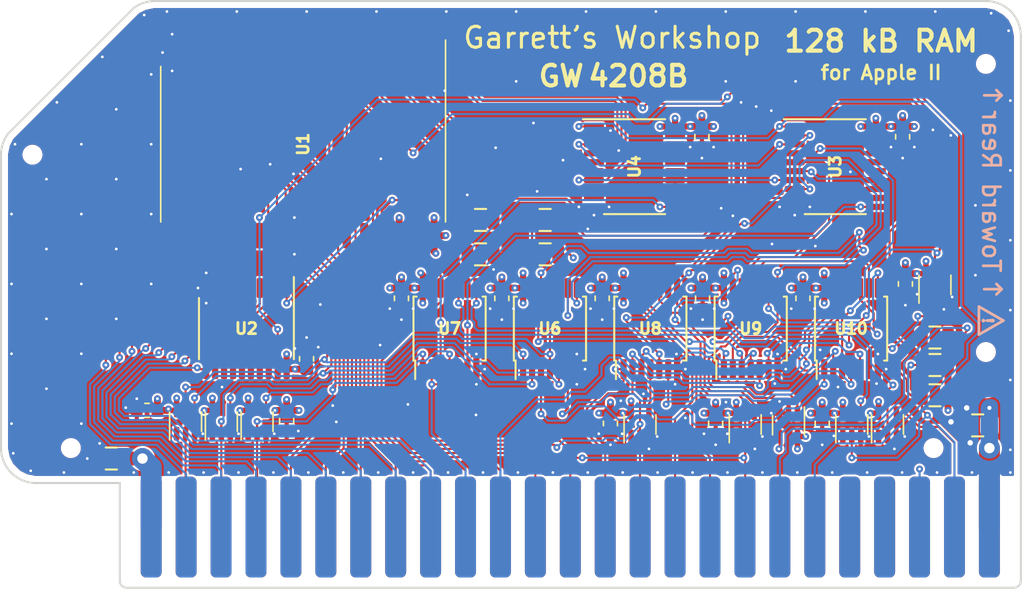
<source format=kicad_pcb>
(kicad_pcb (version 20171130) (host pcbnew "(5.1.5-0-10_14)")
  (layers (0 F.Cu signal) (1 In1.Cu power) (2 In2.Cu signal) (31 B.Cu power) (34 B.Paste user) (35 F.Paste user hide) (36 B.SilkS user) (37 F.SilkS user) (38 B.Mask user) (39 F.Mask user hide) (44 Edge.Cuts user))
  (net 0 "")
  (net 1 +5V)
  (net 2 GND)
  (net 3 /A4)
  (net 4 /D7)
  (net 5 /D6)
  (net 6 /A8)
  (net 7 /A7)
  (net 8 /A6)
  (net 9 /A5)
  (net 10 /A3)
  (net 11 /A2)
  (net 12 /A1)
  (net 13 /A0)
  (net 14 /A9)
  (net 15 /D1)
  (net 16 /D5)
  (net 17 /D0)
  (net 18 /D2)
  (net 19 /D3)
  (net 20 /D4)
  (net 21 /A10)
  (net 22 +12V)
  (net 23 -12V)
  (net 24 -5V)
  (net 25 /~IOSEL~)
  (net 26 /A11)
  (net 27 /A12)
  (net 28 /A13)
  (net 29 /A14)
  (net 30 /A15)
  (net 31 /~IOSTRB~)
  (net 32 /RDY)
  (net 33 /DMA)
  (net 34 /~NMI~)
  (net 35 /~IRQ~)
  (net 36 /~RES~)
  (net 37 /~INH~)
  (net 38 /COLORREF)
  (net 39 /7M)
  (net 40 /Q3)
  (net 41 /PHI1)
  (net 42 /USER1)
  (net 43 /PHI0)
  (net 44 /~DEVSEL~)
  (net 45 /INTin)
  (net 46 /DMAin)
  (net 47 /VIDSYNC)
  (net 48 /R~CS~)
  (net 49 /RA15)
  (net 50 /RA16)
  (net 51 /RA14)
  (net 52 /RA12)
  (net 53 /RD7)
  (net 54 /RD6)
  (net 55 /RD5)
  (net 56 /RD4)
  (net 57 /RD3)
  (net 58 /RD2)
  (net 59 /RD1)
  (net 60 /RD0)
  (net 61 /BankAB)
  (net 62 /ENWR1)
  (net 63 /ENRD)
  (net 64 /ENWR)
  (net 65 /ENWR1A0)
  (net 66 "Net-(U3-Pad12)")
  (net 67 /~A0XOR1~)
  (net 68 "Net-(U10-Pad1)")
  (net 69 "Net-(U10-Pad2)")
  (net 70 "Net-(U10-Pad4)")
  (net 71 "Net-(U10-Pad5)")
  (net 72 "Net-(U10-Pad10)")
  (net 73 "Net-(U10-Pad9)")
  (net 74 "Net-(U10-Pad8)")
  (net 75 /INHOE)
  (net 76 "Net-(U10-Pad11)")
  (net 77 "Net-(U3-Pad15)")
  (net 78 "Net-(U4-Pad15)")
  (net 79 "Net-(U3-Pad16)")
  (net 80 "Net-(U4-Pad16)")
  (net 81 "Net-(U4-Pad12)")
  (net 82 "Net-(U4-Pad9)")
  (net 83 "Net-(U3-Pad19)")
  (net 84 "Net-(U4-Pad19)")
  (net 85 /~A2~clk)
  (net 86 /A2clk)
  (net 87 /R~W~)
  (net 88 "Net-(U1-Pad1)")
  (net 89 "Net-(U19-Pad4)")
  (net 90 "Net-(U12-Pad4)")
  (net 91 "Net-(U12-Pad1)")
  (net 92 "Net-(U13-Pad1)")
  (net 93 "Net-(U14-Pad1)")
  (net 94 "Net-(U15-Pad1)")
  (net 95 "Net-(U16-Pad1)")
  (net 96 "Net-(U19-Pad1)")
  (net 97 "Net-(U20-Pad1)")
  (net 98 /DMAout)
  (net 99 "Net-(U8-Pad11)")
  (net 100 "Net-(U9-Pad10)")
  (net 101 "Net-(U7-Pad11)")
  (net 102 "Net-(R2-Pad1)")
  (net 103 "Net-(R4-Pad2)")
  (net 104 "Net-(U6-Pad11)")
  (net 105 /RCS)
  (net 106 "Net-(U17-Pad1)")
  (net 107 /~A1~)
  (net 108 /~A0~)
  (net 109 /~DMAout~)
  (net 110 /~A13~)
  (net 111 /~R~W)
  (net 112 "Net-(R5-Pad2)")
  (module stdpads:R_0805 (layer F.Cu) (at 133.2 121.5)
    (fp_text reference R5)
    (fp_text value 33)
    (pad 1 smd roundrect (at -0.95 0) (size 0.85 1.4) (layers F.Cu F.Paste F.Mask) (net 37 /~INH~))
    (pad 2 smd roundrect (at 0.95 0) (size 0.85 1.4) (layers F.Cu F.Paste F.Mask) (net 112 "Net-(R5-Pad2)"))
  )
  (module stdpads:SOP-32_P1.27mm (layer F.Cu) (at 87.249 107.442 270)
    (fp_text reference U1)
    (fp_text value 621024)
    (fp_text user %R (at 0 0 90) (layer F.SilkS) (effects (font (size 0.8128 0.8128) (thickness 0.2032))))
    (pad 1 smd roundrect (at -6.65 -9.525 270) (size 1.85 0.6) (layers F.Cu F.Paste F.Mask) (net 88 "Net-(U1-Pad1)"))
    (pad 2 smd roundrect (at -6.65 -8.255 270) (size 1.85 0.6) (layers F.Cu F.Paste F.Mask) (net 50 /RA16))
    (pad 3 smd roundrect (at -6.65 -6.985 270) (size 1.85 0.6) (layers F.Cu F.Paste F.Mask) (net 49 /RA15))
    (pad 4 smd roundrect (at -6.65 -5.715 270) (size 1.85 0.6) (layers F.Cu F.Paste F.Mask) (net 51 /RA14))
    (pad 5 smd roundrect (at -6.65 -4.445 270) (size 1.85 0.6) (layers F.Cu F.Paste F.Mask) (net 52 /RA12))
    (pad 6 smd roundrect (at -6.65 -3.175 270) (size 1.85 0.6) (layers F.Cu F.Paste F.Mask) (net 26 /A11))
    (pad 7 smd roundrect (at -6.65 -1.905 270) (size 1.85 0.6) (layers F.Cu F.Paste F.Mask) (net 14 /A9))
    (pad 8 smd roundrect (at -6.65 -0.635 270) (size 1.85 0.6) (layers F.Cu F.Paste F.Mask) (net 7 /A7))
    (pad 9 smd roundrect (at -6.65 0.635 270) (size 1.85 0.6) (layers F.Cu F.Paste F.Mask) (net 9 /A5))
    (pad 10 smd roundrect (at -6.65 1.905 270) (size 1.85 0.6) (layers F.Cu F.Paste F.Mask) (net 10 /A3))
    (pad 11 smd roundrect (at -6.65 3.175 270) (size 1.85 0.6) (layers F.Cu F.Paste F.Mask) (net 11 /A2))
    (pad 12 smd roundrect (at -6.65 4.445 270) (size 1.85 0.6) (layers F.Cu F.Paste F.Mask) (net 13 /A0))
    (pad 13 smd roundrect (at -6.65 5.715 270) (size 1.85 0.6) (layers F.Cu F.Paste F.Mask) (net 60 /RD0))
    (pad 14 smd roundrect (at -6.65 6.985 270) (size 1.85 0.6) (layers F.Cu F.Paste F.Mask) (net 59 /RD1))
    (pad 15 smd roundrect (at -6.65 8.255 270) (size 1.85 0.6) (layers F.Cu F.Paste F.Mask) (net 58 /RD2))
    (pad 16 smd roundrect (at -6.65 9.525 270) (size 1.85 0.6) (layers F.Cu F.Paste F.Mask) (net 2 GND))
    (pad 17 smd roundrect (at 6.65 9.525 270) (size 1.85 0.6) (layers F.Cu F.Paste F.Mask) (net 57 /RD3))
    (pad 18 smd roundrect (at 6.65 8.255 270) (size 1.85 0.6) (layers F.Cu F.Paste F.Mask) (net 56 /RD4))
    (pad 19 smd roundrect (at 6.65 6.985 270) (size 1.85 0.6) (layers F.Cu F.Paste F.Mask) (net 55 /RD5))
    (pad 20 smd roundrect (at 6.65 5.715 270) (size 1.85 0.6) (layers F.Cu F.Paste F.Mask) (net 54 /RD6))
    (pad 21 smd roundrect (at 6.65 4.445 270) (size 1.85 0.6) (layers F.Cu F.Paste F.Mask) (net 53 /RD7))
    (pad 22 smd roundrect (at 6.65 3.175 270) (size 1.85 0.6) (layers F.Cu F.Paste F.Mask) (net 48 /R~CS~))
    (pad 23 smd roundrect (at 6.65 1.905 270) (size 1.85 0.6) (layers F.Cu F.Paste F.Mask) (net 12 /A1))
    (pad 24 smd roundrect (at 6.65 0.635 270) (size 1.85 0.6) (layers F.Cu F.Paste F.Mask) (net 2 GND))
    (pad 25 smd roundrect (at 6.65 -0.635 270) (size 1.85 0.6) (layers F.Cu F.Paste F.Mask) (net 3 /A4))
    (pad 26 smd roundrect (at 6.65 -1.905 270) (size 1.85 0.6) (layers F.Cu F.Paste F.Mask) (net 8 /A6))
    (pad 27 smd roundrect (at 6.65 -3.175 270) (size 1.85 0.6) (layers F.Cu F.Paste F.Mask) (net 6 /A8))
    (pad 28 smd roundrect (at 6.65 -4.445 270) (size 1.85 0.6) (layers F.Cu F.Paste F.Mask) (net 21 /A10))
    (pad 29 smd roundrect (at 6.65 -5.715 270) (size 1.85 0.6) (layers F.Cu F.Paste F.Mask) (net 87 /R~W~))
    (pad 30 smd roundrect (at 6.65 -6.985 270) (size 1.85 0.6) (layers F.Cu F.Paste F.Mask) (net 1 +5V))
    (pad 31 smd roundrect (at 6.65 -8.255 270) (size 1.85 0.6) (layers F.Cu F.Paste F.Mask) (net 28 /A13))
    (pad 32 smd roundrect (at 6.65 -9.525 270) (size 1.85 0.6) (layers F.Cu F.Paste F.Mask) (net 1 +5V))
  )
  (module stdpads:C_0603 (layer F.Cu) (at 131.05 117.6 270)
    (fp_text reference C15)
    (fp_text value 2u2)
    (pad 1 smd roundrect (at -0.75 0 270) (size 0.85 0.95) (layers F.Cu F.Paste F.Mask) (net 1 +5V))
    (pad 2 smd roundrect (at 0.75 0 270) (size 0.85 0.95) (layers F.Cu F.Paste F.Mask) (net 2 GND))
  )
  (module stdpads:C_0603 (layer F.Cu) (at 87.5 123.05 90)
    (fp_text reference C7)
    (fp_text value 2u2)
    (pad 2 smd roundrect (at 0.75 0 90) (size 0.85 0.95) (layers F.Cu F.Paste F.Mask) (net 2 GND))
    (pad 1 smd roundrect (at -0.75 0 90) (size 0.85 0.95) (layers F.Cu F.Paste F.Mask) (net 1 +5V))
  )
  (module stdpads:R_0805 (layer F.Cu) (at 104.85 115.45 180)
    (fp_text reference R4)
    (fp_text value 22k)
    (pad 1 smd roundrect (at -0.95 0 180) (size 0.85 1.4) (layers F.Cu F.Paste F.Mask) (net 1 +5V))
    (pad 2 smd roundrect (at 0.95 0 180) (size 0.85 1.4) (layers F.Cu F.Paste F.Mask) (net 103 "Net-(R4-Pad2)"))
  )
  (module stdpads:PasteHole_1.152mm_NPTH (layer F.Cu) (at 67.564 108.204 270)
    (fp_text reference H4)
    (fp_text value " " hide)
    (pad "" np_thru_hole circle (at 0 0 270) (size 1.152 1.152) (drill 1.152) (layers *.Cu *.Mask))
  )
  (module stdpads:TSSOP-14_4.4x5mm_P0.65mm (layer F.Cu) (at 119.8 120.85)
    (fp_text reference U9)
    (fp_text value 74AHCT08PW)
    (fp_text user %R (at 0 0 180) (layer F.SilkS) (effects (font (size 0.8128 0.8128) (thickness 0.2032))))
    (pad 1 smd roundrect (at -1.95 2.95 90) (size 1.45 0.45) (layers F.Cu F.Paste F.Mask) (net 99 "Net-(U8-Pad11)"))
    (pad 2 smd roundrect (at -1.3 2.95 90) (size 1.45 0.45) (layers F.Cu F.Paste F.Mask) (net 76 "Net-(U10-Pad11)"))
    (pad 3 smd roundrect (at -0.65 2.95 90) (size 1.45 0.45) (layers F.Cu F.Paste F.Mask) (net 100 "Net-(U9-Pad10)"))
    (pad 4 smd roundrect (at 0 2.95 90) (size 1.45 0.45) (layers F.Cu F.Paste F.Mask) (net 104 "Net-(U6-Pad11)"))
    (pad 5 smd roundrect (at 0.65 2.95 90) (size 1.45 0.45) (layers F.Cu F.Paste F.Mask) (net 43 /PHI0))
    (pad 6 smd roundrect (at 1.3 2.95 90) (size 1.45 0.45) (layers F.Cu F.Paste F.Mask) (net 105 /RCS))
    (pad 7 smd roundrect (at 1.95 2.95 90) (size 1.45 0.45) (layers F.Cu F.Paste F.Mask) (net 2 GND))
    (pad 8 smd roundrect (at 1.95 -2.95 90) (size 1.45 0.45) (layers F.Cu F.Paste F.Mask) (net 75 /INHOE))
    (pad 9 smd roundrect (at 1.3 -2.95 90) (size 1.45 0.45) (layers F.Cu F.Paste F.Mask) (net 74 "Net-(U10-Pad8)"))
    (pad 10 smd roundrect (at 0.65 -2.95 90) (size 1.45 0.45) (layers F.Cu F.Paste F.Mask) (net 100 "Net-(U9-Pad10)"))
    (pad 11 smd roundrect (at 0 -2.95 90) (size 1.45 0.45) (layers F.Cu F.Paste F.Mask) (net 73 "Net-(U10-Pad9)"))
    (pad 12 smd roundrect (at -0.65 -2.95 90) (size 1.45 0.45) (layers F.Cu F.Paste F.Mask) (net 63 /ENRD))
    (pad 13 smd roundrect (at -1.3 -2.95 90) (size 1.45 0.45) (layers F.Cu F.Paste F.Mask) (net 87 /R~W~))
    (pad 14 smd roundrect (at -1.95 -2.95 90) (size 1.45 0.45) (layers F.Cu F.Paste F.Mask) (net 1 +5V))
  )
  (module stdpads:C_0603 (layer F.Cu) (at 130.85 106.9 270)
    (fp_text reference C14)
    (fp_text value 2u2)
    (pad 1 smd roundrect (at -0.75 0 270) (size 0.85 0.95) (layers F.Cu F.Paste F.Mask) (net 1 +5V))
    (pad 2 smd roundrect (at 0.75 0 270) (size 0.85 0.95) (layers F.Cu F.Paste F.Mask) (net 2 GND))
  )
  (module stdpads:C_0603 (layer F.Cu) (at 125 127.75 270)
    (fp_text reference C6)
    (fp_text value 2u2)
    (pad 2 smd roundrect (at 0.75 0 270) (size 0.85 0.95) (layers F.Cu F.Paste F.Mask) (net 2 GND))
    (pad 1 smd roundrect (at -0.75 0 270) (size 0.85 0.95) (layers F.Cu F.Paste F.Mask) (net 1 +5V))
  )
  (module stdpads:C_0603 (layer F.Cu) (at 94.4 118.65 270)
    (fp_text reference C8)
    (fp_text value 2u2)
    (pad 2 smd roundrect (at 0.75 0 270) (size 0.85 0.95) (layers F.Cu F.Paste F.Mask) (net 2 GND))
    (pad 1 smd roundrect (at -0.75 0 270) (size 0.85 0.95) (layers F.Cu F.Paste F.Mask) (net 1 +5V))
  )
  (module stdpads:C_0603 (layer F.Cu) (at 86.05 127.55 270)
    (fp_text reference C3)
    (fp_text value 2u2)
    (pad 1 smd roundrect (at -0.75 0 270) (size 0.85 0.95) (layers F.Cu F.Paste F.Mask) (net 1 +5V))
    (pad 2 smd roundrect (at 0.75 0 270) (size 0.85 0.95) (layers F.Cu F.Paste F.Mask) (net 2 GND))
  )
  (module stdpads:C_0603 (layer F.Cu) (at 75.9 126.8 180)
    (fp_text reference C2)
    (fp_text value 2u2)
    (pad 1 smd roundrect (at -0.75 0 180) (size 0.85 0.95) (layers F.Cu F.Paste F.Mask) (net 1 +5V))
    (pad 2 smd roundrect (at 0.75 0 180) (size 0.85 0.95) (layers F.Cu F.Paste F.Mask) (net 2 GND))
  )
  (module stdpads:C_0603 (layer F.Cu) (at 117.25 127.75 270)
    (fp_text reference C5)
    (fp_text value 2u2)
    (pad 1 smd roundrect (at -0.75 0 270) (size 0.85 0.95) (layers F.Cu F.Paste F.Mask) (net 1 +5V))
    (pad 2 smd roundrect (at 0.75 0 270) (size 0.85 0.95) (layers F.Cu F.Paste F.Mask) (net 2 GND))
  )
  (module stdpads:TSSOP-14_4.4x5mm_P0.65mm (layer F.Cu) (at 97.9 120.85)
    (fp_text reference U7)
    (fp_text value 74AHCT32PW)
    (fp_text user %R (at 0 0 180) (layer F.SilkS) (effects (font (size 0.8128 0.8128) (thickness 0.2032))))
    (pad 1 smd roundrect (at -1.95 2.95 90) (size 1.45 0.45) (layers F.Cu F.Paste F.Mask) (net 90 "Net-(U12-Pad4)"))
    (pad 2 smd roundrect (at -1.3 2.95 90) (size 1.45 0.45) (layers F.Cu F.Paste F.Mask) (net 44 /~DEVSEL~))
    (pad 3 smd roundrect (at -0.65 2.95 90) (size 1.45 0.45) (layers F.Cu F.Paste F.Mask) (net 86 /A2clk))
    (pad 4 smd roundrect (at 0 2.95 90) (size 1.45 0.45) (layers F.Cu F.Paste F.Mask) (net 11 /A2))
    (pad 5 smd roundrect (at 0.65 2.95 90) (size 1.45 0.45) (layers F.Cu F.Paste F.Mask) (net 44 /~DEVSEL~))
    (pad 6 smd roundrect (at 1.3 2.95 90) (size 1.45 0.45) (layers F.Cu F.Paste F.Mask) (net 85 /~A2~clk))
    (pad 7 smd roundrect (at 1.95 2.95 90) (size 1.45 0.45) (layers F.Cu F.Paste F.Mask) (net 2 GND))
    (pad 8 smd roundrect (at 1.95 -2.95 90) (size 1.45 0.45) (layers F.Cu F.Paste F.Mask) (net 109 /~DMAout~))
    (pad 9 smd roundrect (at 1.3 -2.95 90) (size 1.45 0.45) (layers F.Cu F.Paste F.Mask) (net 102 "Net-(R2-Pad1)"))
    (pad 10 smd roundrect (at 0.65 -2.95 90) (size 1.45 0.45) (layers F.Cu F.Paste F.Mask) (net 89 "Net-(U19-Pad4)"))
    (pad 11 smd roundrect (at 0 -2.95 90) (size 1.45 0.45) (layers F.Cu F.Paste F.Mask) (net 101 "Net-(U7-Pad11)"))
    (pad 12 smd roundrect (at -0.65 -2.95 90) (size 1.45 0.45) (layers F.Cu F.Paste F.Mask) (net 87 /R~W~))
    (pad 13 smd roundrect (at -1.3 -2.95 90) (size 1.45 0.45) (layers F.Cu F.Paste F.Mask) (net 28 /A13))
    (pad 14 smd roundrect (at -1.95 -2.95 90) (size 1.45 0.45) (layers F.Cu F.Paste F.Mask) (net 1 +5V))
  )
  (module stdpads:C_0603 (layer F.Cu) (at 116.3 118.65 270)
    (fp_text reference C11)
    (fp_text value 2u2)
    (pad 2 smd roundrect (at 0.75 0 270) (size 0.85 0.95) (layers F.Cu F.Paste F.Mask) (net 2 GND))
    (pad 1 smd roundrect (at -0.75 0 270) (size 0.85 0.95) (layers F.Cu F.Paste F.Mask) (net 1 +5V))
  )
  (module stdpads:TSSOP-14_4.4x5mm_P0.65mm (layer F.Cu) (at 127.1 120.85)
    (fp_text reference U10)
    (fp_text value 74AHCT32PW)
    (fp_text user %R (at 0 0 180) (layer F.SilkS) (effects (font (size 0.8128 0.8128) (thickness 0.2032))))
    (pad 14 smd roundrect (at -1.95 -2.95 90) (size 1.45 0.45) (layers F.Cu F.Paste F.Mask) (net 1 +5V))
    (pad 13 smd roundrect (at -1.3 -2.95 90) (size 1.45 0.45) (layers F.Cu F.Paste F.Mask) (net 27 /A12))
    (pad 12 smd roundrect (at -0.65 -2.95 90) (size 1.45 0.45) (layers F.Cu F.Paste F.Mask) (net 28 /A13))
    (pad 11 smd roundrect (at 0 -2.95 90) (size 1.45 0.45) (layers F.Cu F.Paste F.Mask) (net 76 "Net-(U10-Pad11)"))
    (pad 10 smd roundrect (at 0.65 -2.95 90) (size 1.45 0.45) (layers F.Cu F.Paste F.Mask) (net 72 "Net-(U10-Pad10)"))
    (pad 9 smd roundrect (at 1.3 -2.95 90) (size 1.45 0.45) (layers F.Cu F.Paste F.Mask) (net 73 "Net-(U10-Pad9)"))
    (pad 8 smd roundrect (at 1.95 -2.95 90) (size 1.45 0.45) (layers F.Cu F.Paste F.Mask) (net 74 "Net-(U10-Pad8)"))
    (pad 7 smd roundrect (at 1.95 2.95 90) (size 1.45 0.45) (layers F.Cu F.Paste F.Mask) (net 2 GND))
    (pad 6 smd roundrect (at 1.3 2.95 90) (size 1.45 0.45) (layers F.Cu F.Paste F.Mask) (net 52 /RA12))
    (pad 5 smd roundrect (at 0.65 2.95 90) (size 1.45 0.45) (layers F.Cu F.Paste F.Mask) (net 71 "Net-(U10-Pad5)"))
    (pad 4 smd roundrect (at 0 2.95 90) (size 1.45 0.45) (layers F.Cu F.Paste F.Mask) (net 70 "Net-(U10-Pad4)"))
    (pad 3 smd roundrect (at -0.65 2.95 90) (size 1.45 0.45) (layers F.Cu F.Paste F.Mask) (net 67 /~A0XOR1~))
    (pad 2 smd roundrect (at -1.3 2.95 90) (size 1.45 0.45) (layers F.Cu F.Paste F.Mask) (net 69 "Net-(U10-Pad2)"))
    (pad 1 smd roundrect (at -1.95 2.95 90) (size 1.45 0.45) (layers F.Cu F.Paste F.Mask) (net 68 "Net-(U10-Pad1)"))
  )
  (module stdpads:C_0603 (layer F.Cu) (at 123.6 118.65 270)
    (fp_text reference C12)
    (fp_text value 2u2)
    (pad 1 smd roundrect (at -0.75 0 270) (size 0.85 0.95) (layers F.Cu F.Paste F.Mask) (net 1 +5V))
    (pad 2 smd roundrect (at 0.75 0 270) (size 0.85 0.95) (layers F.Cu F.Paste F.Mask) (net 2 GND))
  )
  (module stdpads:TSSOP-14_4.4x5mm_P0.65mm (layer F.Cu) (at 112.5 120.85)
    (fp_text reference U8)
    (fp_text value 74AHCT08PW)
    (fp_text user %R (at 0 0 180) (layer F.SilkS) (effects (font (size 0.8128 0.8128) (thickness 0.2032))))
    (pad 1 smd roundrect (at -1.95 2.95 90) (size 1.45 0.45) (layers F.Cu F.Paste F.Mask) (net 27 /A12))
    (pad 2 smd roundrect (at -1.3 2.95 90) (size 1.45 0.45) (layers F.Cu F.Paste F.Mask) (net 28 /A13))
    (pad 3 smd roundrect (at -0.65 2.95 90) (size 1.45 0.45) (layers F.Cu F.Paste F.Mask) (net 71 "Net-(U10-Pad5)"))
    (pad 4 smd roundrect (at 0 2.95 90) (size 1.45 0.45) (layers F.Cu F.Paste F.Mask) (net 110 /~A13~))
    (pad 5 smd roundrect (at 0.65 2.95 90) (size 1.45 0.45) (layers F.Cu F.Paste F.Mask) (net 61 /BankAB))
    (pad 6 smd roundrect (at 1.3 2.95 90) (size 1.45 0.45) (layers F.Cu F.Paste F.Mask) (net 70 "Net-(U10-Pad4)"))
    (pad 7 smd roundrect (at 1.95 2.95 90) (size 1.45 0.45) (layers F.Cu F.Paste F.Mask) (net 2 GND))
    (pad 8 smd roundrect (at 1.95 -2.95 90) (size 1.45 0.45) (layers F.Cu F.Paste F.Mask) (net 72 "Net-(U10-Pad10)"))
    (pad 9 smd roundrect (at 1.3 -2.95 90) (size 1.45 0.45) (layers F.Cu F.Paste F.Mask) (net 64 /ENWR))
    (pad 10 smd roundrect (at 0.65 -2.95 90) (size 1.45 0.45) (layers F.Cu F.Paste F.Mask) (net 111 /~R~W))
    (pad 11 smd roundrect (at 0 -2.95 90) (size 1.45 0.45) (layers F.Cu F.Paste F.Mask) (net 99 "Net-(U8-Pad11)"))
    (pad 12 smd roundrect (at -0.65 -2.95 90) (size 1.45 0.45) (layers F.Cu F.Paste F.Mask) (net 30 /A15))
    (pad 13 smd roundrect (at -1.3 -2.95 90) (size 1.45 0.45) (layers F.Cu F.Paste F.Mask) (net 29 /A14))
    (pad 14 smd roundrect (at -1.95 -2.95 90) (size 1.45 0.45) (layers F.Cu F.Paste F.Mask) (net 1 +5V))
  )
  (module stdpads:C_0603 (layer F.Cu) (at 109 118.65 270)
    (fp_text reference C10)
    (fp_text value 2u2)
    (pad 2 smd roundrect (at 0.75 0 270) (size 0.85 0.95) (layers F.Cu F.Paste F.Mask) (net 2 GND))
    (pad 1 smd roundrect (at -0.75 0 270) (size 0.85 0.95) (layers F.Cu F.Paste F.Mask) (net 1 +5V))
  )
  (module stdpads:TSSOP-20_4.4x6.5mm_P0.65mm (layer F.Cu) (at 111.35 109.075 270)
    (fp_text reference U4)
    (fp_text value 74HCT273PW)
    (fp_text user %R (at 0 0 90) (layer F.SilkS) (effects (font (size 0.8128 0.8128) (thickness 0.2032))))
    (pad 20 smd roundrect (at -2.925 -2.95) (size 1.45 0.45) (layers F.Cu F.Paste F.Mask) (net 1 +5V))
    (pad 19 smd roundrect (at -2.275 -2.95) (size 1.45 0.45) (layers F.Cu F.Paste F.Mask) (net 84 "Net-(U4-Pad19)"))
    (pad 18 smd roundrect (at -1.625 -2.95) (size 1.45 0.45) (layers F.Cu F.Paste F.Mask) (net 2 GND))
    (pad 17 smd roundrect (at -0.975 -2.95) (size 1.45 0.45) (layers F.Cu F.Paste F.Mask) (net 2 GND))
    (pad 16 smd roundrect (at -0.325 -2.95) (size 1.45 0.45) (layers F.Cu F.Paste F.Mask) (net 80 "Net-(U4-Pad16)"))
    (pad 15 smd roundrect (at 0.325 -2.95) (size 1.45 0.45) (layers F.Cu F.Paste F.Mask) (net 78 "Net-(U4-Pad15)"))
    (pad 14 smd roundrect (at 0.975 -2.95) (size 1.45 0.45) (layers F.Cu F.Paste F.Mask) (net 2 GND))
    (pad 13 smd roundrect (at 1.625 -2.95) (size 1.45 0.45) (layers F.Cu F.Paste F.Mask) (net 2 GND))
    (pad 12 smd roundrect (at 2.275 -2.95) (size 1.45 0.45) (layers F.Cu F.Paste F.Mask) (net 81 "Net-(U4-Pad12)"))
    (pad 11 smd roundrect (at 2.925 -2.95) (size 1.45 0.45) (layers F.Cu F.Paste F.Mask) (net 86 /A2clk))
    (pad 10 smd roundrect (at 2.925 2.95) (size 1.45 0.45) (layers F.Cu F.Paste F.Mask) (net 2 GND))
    (pad 9 smd roundrect (at 2.275 2.95) (size 1.45 0.45) (layers F.Cu F.Paste F.Mask) (net 82 "Net-(U4-Pad9)"))
    (pad 8 smd roundrect (at 1.625 2.95) (size 1.45 0.45) (layers F.Cu F.Paste F.Mask) (net 2 GND))
    (pad 7 smd roundrect (at 0.975 2.95) (size 1.45 0.45) (layers F.Cu F.Paste F.Mask) (net 13 /A0))
    (pad 6 smd roundrect (at 0.325 2.95) (size 1.45 0.45) (layers F.Cu F.Paste F.Mask) (net 51 /RA14))
    (pad 5 smd roundrect (at -0.325 2.95) (size 1.45 0.45) (layers F.Cu F.Paste F.Mask) (net 49 /RA15))
    (pad 4 smd roundrect (at -0.975 2.95) (size 1.45 0.45) (layers F.Cu F.Paste F.Mask) (net 12 /A1))
    (pad 3 smd roundrect (at -1.625 2.95) (size 1.45 0.45) (layers F.Cu F.Paste F.Mask) (net 10 /A3))
    (pad 2 smd roundrect (at -2.275 2.95) (size 1.45 0.45) (layers F.Cu F.Paste F.Mask) (net 50 /RA16))
    (pad 1 smd roundrect (at -2.925 2.95) (size 1.45 0.45) (layers F.Cu F.Paste F.Mask) (net 36 /~RES~))
  )
  (module stdpads:C_0603 (layer F.Cu) (at 116.25 106.9 270)
    (fp_text reference C13)
    (fp_text value 2u2)
    (pad 2 smd roundrect (at 0.75 0 270) (size 0.85 0.95) (layers F.Cu F.Paste F.Mask) (net 2 GND))
    (pad 1 smd roundrect (at -0.75 0 270) (size 0.85 0.95) (layers F.Cu F.Paste F.Mask) (net 1 +5V))
  )
  (module stdpads:C_0805 (layer F.Cu) (at 136.31 127.889 180)
    (fp_text reference C1)
    (fp_text value 10u)
    (pad 2 smd roundrect (at 0.85 0 180) (size 1.05 1.4) (layers F.Cu F.Paste F.Mask) (net 2 GND))
    (pad 1 smd roundrect (at -0.85 0 180) (size 1.05 1.4) (layers F.Cu F.Paste F.Mask) (net 1 +5V))
  )
  (module stdpads:C_0805 (layer F.Cu) (at 73.3 130.3 180)
    (fp_text reference C16)
    (fp_text value 10u)
    (pad 2 smd roundrect (at 0.85 0 180) (size 1.05 1.4) (layers F.Cu F.Paste F.Mask) (net 2 GND))
    (pad 1 smd roundrect (at -0.85 0 180) (size 1.05 1.4) (layers F.Cu F.Paste F.Mask) (net 22 +12V))
  )
  (module stdpads:PasteHole_1.152mm_NPTH (layer F.Cu) (at 136.906 122.555 270)
    (fp_text reference H2)
    (fp_text value " " hide)
    (pad "" np_thru_hole circle (at 0 0 270) (size 1.152 1.152) (drill 1.152) (layers *.Cu *.Mask))
  )
  (module stdpads:AppleIIBus_Edge (layer F.Cu) (at 106.68 135.382)
    (fp_text reference J1 hide)
    (fp_text value AppleIIBus)
    (pad 26 smd roundrect (at 30.48 -0.1 180) (size 1.524 7.34) (layers B.Cu B.Mask) (net 2 GND))
    (pad 27 smd roundrect (at 27.94 -0.1 180) (size 1.524 7.34) (layers B.Cu B.Mask) (net 46 /DMAin))
    (pad 28 smd roundrect (at 25.4 -0.1 180) (size 1.524 7.34) (layers B.Cu B.Mask) (net 45 /INTin))
    (pad 50 smd roundrect (at -30.48 -0.1 180) (size 1.524 7.34) (layers B.Cu B.Mask) (net 22 +12V))
    (pad 49 smd roundrect (at -27.94 -0.1 180) (size 1.524 7.34) (layers B.Cu B.Mask) (net 17 /D0))
    (pad 48 smd roundrect (at -25.4 -0.1 180) (size 1.524 7.34) (layers B.Cu B.Mask) (net 15 /D1))
    (pad 47 smd roundrect (at -22.86 -0.1 180) (size 1.524 7.34) (layers B.Cu B.Mask) (net 18 /D2))
    (pad 46 smd roundrect (at -20.32 -0.1 180) (size 1.524 7.34) (layers B.Cu B.Mask) (net 19 /D3))
    (pad 45 smd roundrect (at -17.78 -0.1 180) (size 1.524 7.34) (layers B.Cu B.Mask) (net 20 /D4))
    (pad 44 smd roundrect (at -15.24 -0.1 180) (size 1.524 7.34) (layers B.Cu B.Mask) (net 16 /D5))
    (pad 43 smd roundrect (at -12.7 -0.1 180) (size 1.524 7.34) (layers B.Cu B.Mask) (net 5 /D6))
    (pad 42 smd roundrect (at -10.16 -0.1 180) (size 1.524 7.34) (layers B.Cu B.Mask) (net 4 /D7))
    (pad 41 smd roundrect (at -7.62 -0.1 180) (size 1.524 7.34) (layers B.Cu B.Mask) (net 44 /~DEVSEL~))
    (pad 40 smd roundrect (at -5.08 -0.1 180) (size 1.524 7.34) (layers B.Cu B.Mask) (net 43 /PHI0))
    (pad 39 smd roundrect (at -2.54 -0.1 180) (size 1.524 7.34) (layers B.Cu B.Mask) (net 42 /USER1))
    (pad 38 smd roundrect (at 0 -0.1 180) (size 1.524 7.34) (layers B.Cu B.Mask) (net 41 /PHI1))
    (pad 37 smd roundrect (at 2.54 -0.1 180) (size 1.524 7.34) (layers B.Cu B.Mask) (net 40 /Q3))
    (pad 36 smd roundrect (at 5.08 -0.1 180) (size 1.524 7.34) (layers B.Cu B.Mask) (net 39 /7M))
    (pad 35 smd roundrect (at 7.62 -0.1 180) (size 1.524 7.34) (layers B.Cu B.Mask) (net 38 /COLORREF))
    (pad 34 smd roundrect (at 10.16 -0.1 180) (size 1.524 7.34) (layers B.Cu B.Mask) (net 24 -5V))
    (pad 33 smd roundrect (at 12.7 -0.1 180) (size 1.524 7.34) (layers B.Cu B.Mask) (net 23 -12V))
    (pad 32 smd roundrect (at 15.24 -0.1 180) (size 1.524 7.34) (layers B.Cu B.Mask) (net 37 /~INH~))
    (pad 31 smd roundrect (at 17.78 -0.1 180) (size 1.524 7.34) (layers B.Cu B.Mask) (net 36 /~RES~))
    (pad 30 smd roundrect (at 20.32 -0.1 180) (size 1.524 7.34) (layers B.Cu B.Mask) (net 35 /~IRQ~))
    (pad 29 smd roundrect (at 22.86 -0.1 180) (size 1.524 7.34) (layers B.Cu B.Mask) (net 34 /~NMI~))
    (pad 25 smd roundrect (at 30.48 -0.1 180) (size 1.524 7.34) (layers F.Cu F.Mask) (net 1 +5V))
    (pad 24 smd roundrect (at 27.94 -0.1 180) (size 1.524 7.34) (layers F.Cu F.Mask) (net 98 /DMAout))
    (pad 23 smd roundrect (at 25.4 -0.1 180) (size 1.524 7.34) (layers F.Cu F.Mask) (net 45 /INTin))
    (pad 22 smd roundrect (at 22.86 -0.1 180) (size 1.524 7.34) (layers F.Cu F.Mask) (net 33 /DMA))
    (pad 21 smd roundrect (at 20.32 -0.1 180) (size 1.524 7.34) (layers F.Cu F.Mask) (net 32 /RDY))
    (pad 20 smd roundrect (at 17.78 -0.1 180) (size 1.524 7.34) (layers F.Cu F.Mask) (net 31 /~IOSTRB~))
    (pad 19 smd roundrect (at 15.24 -0.1 180) (size 1.524 7.34) (layers F.Cu F.Mask) (net 47 /VIDSYNC))
    (pad 18 smd roundrect (at 12.7 -0.1 180) (size 1.524 7.34) (layers F.Cu F.Mask) (net 87 /R~W~))
    (pad 17 smd roundrect (at 10.16 -0.1 180) (size 1.524 7.34) (layers F.Cu F.Mask) (net 30 /A15))
    (pad 16 smd roundrect (at 7.62 -0.1 180) (size 1.524 7.34) (layers F.Cu F.Mask) (net 29 /A14))
    (pad 15 smd roundrect (at 5.08 -0.1 180) (size 1.524 7.34) (layers F.Cu F.Mask) (net 28 /A13))
    (pad 14 smd roundrect (at 2.54 -0.1 180) (size 1.524 7.34) (layers F.Cu F.Mask) (net 27 /A12))
    (pad 13 smd roundrect (at 0 -0.1 180) (size 1.524 7.34) (layers F.Cu F.Mask) (net 26 /A11))
    (pad 12 smd roundrect (at -2.54 -0.1 180) (size 1.524 7.34) (layers F.Cu F.Mask) (net 21 /A10))
    (pad 11 smd roundrect (at -5.08 -0.1 180) (size 1.524 7.34) (layers F.Cu F.Mask) (net 14 /A9))
    (pad 10 smd roundrect (at -7.62 -0.1 180) (size 1.524 7.34) (layers F.Cu F.Mask) (net 6 /A8))
    (pad 9 smd roundrect (at -10.16 -0.1 180) (size 1.524 7.34) (layers F.Cu F.Mask) (net 7 /A7))
    (pad 8 smd roundrect (at -12.7 -0.1 180) (size 1.524 7.34) (layers F.Cu F.Mask) (net 8 /A6))
    (pad 7 smd roundrect (at -15.24 -0.1 180) (size 1.524 7.34) (layers F.Cu F.Mask) (net 9 /A5))
    (pad 6 smd roundrect (at -17.78 -0.1 180) (size 1.524 7.34) (layers F.Cu F.Mask) (net 3 /A4))
    (pad 5 smd roundrect (at -20.32 -0.1 180) (size 1.524 7.34) (layers F.Cu F.Mask) (net 10 /A3))
    (pad 4 smd roundrect (at -22.86 -0.1 180) (size 1.524 7.34) (layers F.Cu F.Mask) (net 11 /A2))
    (pad 3 smd roundrect (at -25.4 -0.1 180) (size 1.524 7.34) (layers F.Cu F.Mask) (net 12 /A1))
    (pad 2 smd roundrect (at -27.94 -0.1 180) (size 1.524 7.34) (layers F.Cu F.Mask) (net 13 /A0))
    (pad 1 smd roundrect (at -30.48 -0.1 180) (size 1.524 7.34) (layers F.Cu F.Mask) (net 25 /~IOSEL~))
  )
  (module stdpads:Fiducial (layer F.Cu) (at 75.438 100.711 90)
    (fp_text reference FID2 hide)
    (fp_text value Fiducial hide)
    (pad ~ smd circle (at 0 0 90) (size 1 1) (layers F.Cu F.Mask) (clearance 0.575))
  )
  (module stdpads:Fiducial (layer F.Cu) (at 136.906 103.886 270)
    (fp_text reference FID3 hide)
    (fp_text value Fiducial hide)
    (pad ~ smd circle (at 0 0 270) (size 1 1) (layers F.Cu F.Mask) (clearance 0.575))
  )
  (module stdpads:Fiducial (layer F.Cu) (at 67.818 129.54)
    (fp_text reference FID1 hide)
    (fp_text value Fiducial hide)
    (pad ~ smd circle (at 0 0) (size 1 1) (layers F.Cu F.Mask) (clearance 0.575))
  )
  (module stdpads:Fiducial (layer F.Cu) (at 136.906 124.841)
    (fp_text reference FID4 hide)
    (fp_text value Fiducial hide)
    (pad ~ smd circle (at 0 0) (size 1 1) (layers F.Cu F.Mask) (clearance 0.575))
  )
  (module stdpads:PasteHole_1.152mm_NPTH (layer F.Cu) (at 136.906 101.6 270)
    (fp_text reference H3)
    (fp_text value " " hide)
    (pad "" np_thru_hole circle (at 0 0 270) (size 1.152 1.152) (drill 1.152) (layers *.Cu *.Mask))
  )
  (module stdpads:PasteHole_1.152mm_NPTH (layer F.Cu) (at 70.358 129.54)
    (fp_text reference H1)
    (fp_text value " " hide)
    (pad "" np_thru_hole circle (at 0 0) (size 1.152 1.152) (drill 1.152) (layers *.Cu *.Mask))
  )
  (module stdpads:C_0603 (layer F.Cu) (at 101.7 118.65 270)
    (fp_text reference C9)
    (fp_text value 2u2)
    (pad 1 smd roundrect (at -0.75 0 270) (size 0.85 0.95) (layers F.Cu F.Paste F.Mask) (net 1 +5V))
    (pad 2 smd roundrect (at 0.75 0 270) (size 0.85 0.95) (layers F.Cu F.Paste F.Mask) (net 2 GND))
  )
  (module stdpads:C_0603 (layer F.Cu) (at 109.6 127.75 270)
    (fp_text reference C4)
    (fp_text value 2u2)
    (pad 2 smd roundrect (at 0.75 0 270) (size 0.85 0.95) (layers F.Cu F.Paste F.Mask) (net 2 GND))
    (pad 1 smd roundrect (at -0.75 0 270) (size 0.85 0.95) (layers F.Cu F.Paste F.Mask) (net 1 +5V))
  )
  (module stdpads:R_0805 (layer F.Cu) (at 133.2 123.5 180)
    (fp_text reference R1)
    (fp_text value 3k3)
    (pad 2 smd roundrect (at 0.95 0 180) (size 0.85 1.4) (layers F.Cu F.Paste F.Mask) (net 37 /~INH~))
    (pad 1 smd roundrect (at -0.95 0 180) (size 0.85 1.4) (layers F.Cu F.Paste F.Mask) (net 1 +5V))
  )
  (module stdpads:R_0805 (layer F.Cu) (at 100.15 115.45)
    (fp_text reference R2)
    (fp_text value 22k)
    (pad 1 smd roundrect (at -0.95 0) (size 0.85 1.4) (layers F.Cu F.Paste F.Mask) (net 102 "Net-(R2-Pad1)"))
    (pad 2 smd roundrect (at 0.95 0) (size 0.85 1.4) (layers F.Cu F.Paste F.Mask) (net 2 GND))
  )
  (module stdpads:TSSOP-20_4.4x6.5mm_P0.65mm (layer F.Cu) (at 83.125 120.85 180)
    (fp_text reference U2)
    (fp_text value 74HCT245PW)
    (fp_text user %R (at 0 0) (layer F.SilkS) (effects (font (size 0.8128 0.8128) (thickness 0.2032))))
    (pad 1 smd roundrect (at -2.925 2.95 270) (size 1.45 0.45) (layers F.Cu F.Paste F.Mask) (net 87 /R~W~))
    (pad 2 smd roundrect (at -2.275 2.95 270) (size 1.45 0.45) (layers F.Cu F.Paste F.Mask) (net 57 /RD3))
    (pad 3 smd roundrect (at -1.625 2.95 270) (size 1.45 0.45) (layers F.Cu F.Paste F.Mask) (net 58 /RD2))
    (pad 4 smd roundrect (at -0.975 2.95 270) (size 1.45 0.45) (layers F.Cu F.Paste F.Mask) (net 56 /RD4))
    (pad 5 smd roundrect (at -0.325 2.95 270) (size 1.45 0.45) (layers F.Cu F.Paste F.Mask) (net 53 /RD7))
    (pad 6 smd roundrect (at 0.325 2.95 270) (size 1.45 0.45) (layers F.Cu F.Paste F.Mask) (net 60 /RD0))
    (pad 7 smd roundrect (at 0.975 2.95 270) (size 1.45 0.45) (layers F.Cu F.Paste F.Mask) (net 54 /RD6))
    (pad 8 smd roundrect (at 1.625 2.95 270) (size 1.45 0.45) (layers F.Cu F.Paste F.Mask) (net 59 /RD1))
    (pad 9 smd roundrect (at 2.275 2.95 270) (size 1.45 0.45) (layers F.Cu F.Paste F.Mask) (net 55 /RD5))
    (pad 10 smd roundrect (at 2.925 2.95 270) (size 1.45 0.45) (layers F.Cu F.Paste F.Mask) (net 2 GND))
    (pad 11 smd roundrect (at 2.925 -2.95 270) (size 1.45 0.45) (layers F.Cu F.Paste F.Mask) (net 4 /D7))
    (pad 12 smd roundrect (at 2.275 -2.95 270) (size 1.45 0.45) (layers F.Cu F.Paste F.Mask) (net 5 /D6))
    (pad 13 smd roundrect (at 1.625 -2.95 270) (size 1.45 0.45) (layers F.Cu F.Paste F.Mask) (net 16 /D5))
    (pad 14 smd roundrect (at 0.975 -2.95 270) (size 1.45 0.45) (layers F.Cu F.Paste F.Mask) (net 20 /D4))
    (pad 15 smd roundrect (at 0.325 -2.95 270) (size 1.45 0.45) (layers F.Cu F.Paste F.Mask) (net 19 /D3))
    (pad 16 smd roundrect (at -0.325 -2.95 270) (size 1.45 0.45) (layers F.Cu F.Paste F.Mask) (net 18 /D2))
    (pad 17 smd roundrect (at -0.975 -2.95 270) (size 1.45 0.45) (layers F.Cu F.Paste F.Mask) (net 15 /D1))
    (pad 18 smd roundrect (at -1.625 -2.95 270) (size 1.45 0.45) (layers F.Cu F.Paste F.Mask) (net 17 /D0))
    (pad 19 smd roundrect (at -2.275 -2.95 270) (size 1.45 0.45) (layers F.Cu F.Paste F.Mask) (net 48 /R~CS~))
    (pad 20 smd roundrect (at -2.925 -2.95 270) (size 1.45 0.45) (layers F.Cu F.Paste F.Mask) (net 1 +5V))
  )
  (module stdpads:TSSOP-20_4.4x6.5mm_P0.65mm (layer F.Cu) (at 125.95 109.075 270)
    (fp_text reference U3)
    (fp_text value 74HCT273PW)
    (fp_text user %R (at 0 0 90) (layer F.SilkS) (effects (font (size 0.8128 0.8128) (thickness 0.2032))))
    (pad 1 smd roundrect (at -2.925 2.95) (size 1.45 0.45) (layers F.Cu F.Paste F.Mask) (net 36 /~RES~))
    (pad 2 smd roundrect (at -2.275 2.95) (size 1.45 0.45) (layers F.Cu F.Paste F.Mask) (net 61 /BankAB))
    (pad 3 smd roundrect (at -1.625 2.95) (size 1.45 0.45) (layers F.Cu F.Paste F.Mask) (net 10 /A3))
    (pad 4 smd roundrect (at -0.975 2.95) (size 1.45 0.45) (layers F.Cu F.Paste F.Mask) (net 67 /~A0XOR1~))
    (pad 5 smd roundrect (at -0.325 2.95) (size 1.45 0.45) (layers F.Cu F.Paste F.Mask) (net 63 /ENRD))
    (pad 6 smd roundrect (at 0.325 2.95) (size 1.45 0.45) (layers F.Cu F.Paste F.Mask) (net 62 /ENWR1))
    (pad 7 smd roundrect (at 0.975 2.95) (size 1.45 0.45) (layers F.Cu F.Paste F.Mask) (net 13 /A0))
    (pad 8 smd roundrect (at 1.625 2.95) (size 1.45 0.45) (layers F.Cu F.Paste F.Mask) (net 65 /ENWR1A0))
    (pad 9 smd roundrect (at 2.275 2.95) (size 1.45 0.45) (layers F.Cu F.Paste F.Mask) (net 64 /ENWR))
    (pad 10 smd roundrect (at 2.925 2.95) (size 1.45 0.45) (layers F.Cu F.Paste F.Mask) (net 2 GND))
    (pad 11 smd roundrect (at 2.925 -2.95) (size 1.45 0.45) (layers F.Cu F.Paste F.Mask) (net 85 /~A2~clk))
    (pad 12 smd roundrect (at 2.275 -2.95) (size 1.45 0.45) (layers F.Cu F.Paste F.Mask) (net 66 "Net-(U3-Pad12)"))
    (pad 13 smd roundrect (at 1.625 -2.95) (size 1.45 0.45) (layers F.Cu F.Paste F.Mask) (net 2 GND))
    (pad 14 smd roundrect (at 0.975 -2.95) (size 1.45 0.45) (layers F.Cu F.Paste F.Mask) (net 2 GND))
    (pad 15 smd roundrect (at 0.325 -2.95) (size 1.45 0.45) (layers F.Cu F.Paste F.Mask) (net 77 "Net-(U3-Pad15)"))
    (pad 16 smd roundrect (at -0.325 -2.95) (size 1.45 0.45) (layers F.Cu F.Paste F.Mask) (net 79 "Net-(U3-Pad16)"))
    (pad 17 smd roundrect (at -0.975 -2.95) (size 1.45 0.45) (layers F.Cu F.Paste F.Mask) (net 2 GND))
    (pad 18 smd roundrect (at -1.625 -2.95) (size 1.45 0.45) (layers F.Cu F.Paste F.Mask) (net 2 GND))
    (pad 19 smd roundrect (at -2.275 -2.95) (size 1.45 0.45) (layers F.Cu F.Paste F.Mask) (net 83 "Net-(U3-Pad19)"))
    (pad 20 smd roundrect (at -2.925 -2.95) (size 1.45 0.45) (layers F.Cu F.Paste F.Mask) (net 1 +5V))
  )
  (module stdpads:TSSOP-14_4.4x5mm_P0.65mm (layer F.Cu) (at 105.2 120.85)
    (fp_text reference U6)
    (fp_text value 74AHCT08PW)
    (fp_text user %R (at 0 0 180) (layer F.SilkS) (effects (font (size 0.8128 0.8128) (thickness 0.2032))))
    (pad 14 smd roundrect (at -1.95 -2.95 90) (size 1.45 0.45) (layers F.Cu F.Paste F.Mask) (net 1 +5V))
    (pad 13 smd roundrect (at -1.3 -2.95 90) (size 1.45 0.45) (layers F.Cu F.Paste F.Mask) (net 103 "Net-(R4-Pad2)"))
    (pad 12 smd roundrect (at -0.65 -2.95 90) (size 1.45 0.45) (layers F.Cu F.Paste F.Mask) (net 75 /INHOE))
    (pad 11 smd roundrect (at 0 -2.95 90) (size 1.45 0.45) (layers F.Cu F.Paste F.Mask) (net 104 "Net-(U6-Pad11)"))
    (pad 10 smd roundrect (at 0.65 -2.95 90) (size 1.45 0.45) (layers F.Cu F.Paste F.Mask) (net 13 /A0))
    (pad 9 smd roundrect (at 1.3 -2.95 90) (size 1.45 0.45) (layers F.Cu F.Paste F.Mask) (net 62 /ENWR1))
    (pad 8 smd roundrect (at 1.95 -2.95 90) (size 1.45 0.45) (layers F.Cu F.Paste F.Mask) (net 65 /ENWR1A0))
    (pad 7 smd roundrect (at 1.95 2.95 90) (size 1.45 0.45) (layers F.Cu F.Paste F.Mask) (net 2 GND))
    (pad 6 smd roundrect (at 1.3 2.95 90) (size 1.45 0.45) (layers F.Cu F.Paste F.Mask) (net 69 "Net-(U10-Pad2)"))
    (pad 5 smd roundrect (at 0.65 2.95 90) (size 1.45 0.45) (layers F.Cu F.Paste F.Mask) (net 12 /A1))
    (pad 4 smd roundrect (at 0 2.95 90) (size 1.45 0.45) (layers F.Cu F.Paste F.Mask) (net 13 /A0))
    (pad 3 smd roundrect (at -0.65 2.95 90) (size 1.45 0.45) (layers F.Cu F.Paste F.Mask) (net 68 "Net-(U10-Pad1)"))
    (pad 2 smd roundrect (at -1.3 2.95 90) (size 1.45 0.45) (layers F.Cu F.Paste F.Mask) (net 107 /~A1~))
    (pad 1 smd roundrect (at -1.95 2.95 90) (size 1.45 0.45) (layers F.Cu F.Paste F.Mask) (net 108 /~A0~))
  )
  (module stdpads:SOT-353 (layer F.Cu) (at 122.55 127.85 90)
    (fp_text reference U11)
    (fp_text value 74AHCT1G126GW)
    (pad 5 smd roundrect (at -0.85 0.65 270) (size 1 0.4) (layers F.Cu F.Paste F.Mask) (net 1 +5V))
    (pad 4 smd roundrect (at -0.85 -0.65 270) (size 1 0.4) (layers F.Cu F.Paste F.Mask) (net 112 "Net-(R5-Pad2)"))
    (pad 2 smd roundrect (at 0.85 0 270) (size 1 0.4) (layers F.Cu F.Paste F.Mask) (net 2 GND))
    (pad 1 smd roundrect (at 0.85 0.65 270) (size 1 0.4) (layers F.Cu F.Paste F.Mask) (net 75 /INHOE))
    (pad 3 smd roundrect (at 0.85 -0.65 270) (size 1 0.4) (layers F.Cu F.Paste F.Mask) (net 2 GND))
  )
  (module stdpads:SOT-353 (layer F.Cu) (at 83.9 127.65 270)
    (fp_text reference U12)
    (fp_text value 74AHCT1G04GW)
    (pad 5 smd roundrect (at -0.85 0.65 90) (size 1 0.4) (layers F.Cu F.Paste F.Mask) (net 1 +5V))
    (pad 4 smd roundrect (at -0.85 -0.65 90) (size 1 0.4) (layers F.Cu F.Paste F.Mask) (net 90 "Net-(U12-Pad4)"))
    (pad 2 smd roundrect (at 0.85 0 90) (size 1 0.4) (layers F.Cu F.Paste F.Mask) (net 11 /A2))
    (pad 1 smd roundrect (at 0.85 0.65 90) (size 1 0.4) (layers F.Cu F.Paste F.Mask) (net 91 "Net-(U12-Pad1)"))
    (pad 3 smd roundrect (at 0.85 -0.65 90) (size 1 0.4) (layers F.Cu F.Paste F.Mask) (net 2 GND))
  )
  (module stdpads:SOT-353 (layer F.Cu) (at 78.7 127.65 270)
    (fp_text reference U13)
    (fp_text value 74AHCT1G04GW)
    (pad 3 smd roundrect (at 0.85 -0.65 90) (size 1 0.4) (layers F.Cu F.Paste F.Mask) (net 2 GND))
    (pad 1 smd roundrect (at 0.85 0.65 90) (size 1 0.4) (layers F.Cu F.Paste F.Mask) (net 92 "Net-(U13-Pad1)"))
    (pad 2 smd roundrect (at 0.85 0 90) (size 1 0.4) (layers F.Cu F.Paste F.Mask) (net 13 /A0))
    (pad 4 smd roundrect (at -0.85 -0.65 90) (size 1 0.4) (layers F.Cu F.Paste F.Mask) (net 108 /~A0~))
    (pad 5 smd roundrect (at -0.85 0.65 90) (size 1 0.4) (layers F.Cu F.Paste F.Mask) (net 1 +5V))
  )
  (module stdpads:SOT-353 (layer F.Cu) (at 81.3 127.65 270)
    (fp_text reference U14)
    (fp_text value 74AHCT1G04GW)
    (pad 5 smd roundrect (at -0.85 0.65 90) (size 1 0.4) (layers F.Cu F.Paste F.Mask) (net 1 +5V))
    (pad 4 smd roundrect (at -0.85 -0.65 90) (size 1 0.4) (layers F.Cu F.Paste F.Mask) (net 107 /~A1~))
    (pad 2 smd roundrect (at 0.85 0 90) (size 1 0.4) (layers F.Cu F.Paste F.Mask) (net 12 /A1))
    (pad 1 smd roundrect (at 0.85 0.65 90) (size 1 0.4) (layers F.Cu F.Paste F.Mask) (net 93 "Net-(U14-Pad1)"))
    (pad 3 smd roundrect (at 0.85 -0.65 90) (size 1 0.4) (layers F.Cu F.Paste F.Mask) (net 2 GND))
  )
  (module stdpads:SOT-353 (layer F.Cu) (at 111.75 127.85 270)
    (fp_text reference U15)
    (fp_text value 74AHCT1G04GW)
    (pad 5 smd roundrect (at -0.85 0.65 90) (size 1 0.4) (layers F.Cu F.Paste F.Mask) (net 1 +5V))
    (pad 4 smd roundrect (at -0.85 -0.65 90) (size 1 0.4) (layers F.Cu F.Paste F.Mask) (net 110 /~A13~))
    (pad 2 smd roundrect (at 0.85 0 90) (size 1 0.4) (layers F.Cu F.Paste F.Mask) (net 28 /A13))
    (pad 1 smd roundrect (at 0.85 0.65 90) (size 1 0.4) (layers F.Cu F.Paste F.Mask) (net 94 "Net-(U15-Pad1)"))
    (pad 3 smd roundrect (at 0.85 -0.65 90) (size 1 0.4) (layers F.Cu F.Paste F.Mask) (net 2 GND))
  )
  (module stdpads:SOT-353 (layer F.Cu) (at 119.4 127.85 270)
    (fp_text reference U16)
    (fp_text value 74AHCT1G04GW)
    (pad 3 smd roundrect (at 0.85 -0.65 90) (size 1 0.4) (layers F.Cu F.Paste F.Mask) (net 2 GND))
    (pad 1 smd roundrect (at 0.85 0.65 90) (size 1 0.4) (layers F.Cu F.Paste F.Mask) (net 95 "Net-(U16-Pad1)"))
    (pad 2 smd roundrect (at 0.85 0 90) (size 1 0.4) (layers F.Cu F.Paste F.Mask) (net 87 /R~W~))
    (pad 4 smd roundrect (at -0.85 -0.65 90) (size 1 0.4) (layers F.Cu F.Paste F.Mask) (net 111 /~R~W))
    (pad 5 smd roundrect (at -0.85 0.65 90) (size 1 0.4) (layers F.Cu F.Paste F.Mask) (net 1 +5V))
  )
  (module stdpads:SOT-353 (layer F.Cu) (at 127.15 127.85 270)
    (fp_text reference U19)
    (fp_text value 74AHCT1G04GW)
    (pad 3 smd roundrect (at 0.85 -0.65 90) (size 1 0.4) (layers F.Cu F.Paste F.Mask) (net 2 GND))
    (pad 1 smd roundrect (at 0.85 0.65 90) (size 1 0.4) (layers F.Cu F.Paste F.Mask) (net 96 "Net-(U19-Pad1)"))
    (pad 2 smd roundrect (at 0.85 0 90) (size 1 0.4) (layers F.Cu F.Paste F.Mask) (net 46 /DMAin))
    (pad 4 smd roundrect (at -0.85 -0.65 90) (size 1 0.4) (layers F.Cu F.Paste F.Mask) (net 89 "Net-(U19-Pad4)"))
    (pad 5 smd roundrect (at -0.85 0.65 90) (size 1 0.4) (layers F.Cu F.Paste F.Mask) (net 1 +5V))
  )
  (module stdpads:SOT-353 (layer F.Cu) (at 129.75 127.85 270)
    (fp_text reference U20)
    (fp_text value 74AHCT1G04GW)
    (pad 5 smd roundrect (at -0.85 0.65 90) (size 1 0.4) (layers F.Cu F.Paste F.Mask) (net 1 +5V))
    (pad 4 smd roundrect (at -0.85 -0.65 90) (size 1 0.4) (layers F.Cu F.Paste F.Mask) (net 98 /DMAout))
    (pad 2 smd roundrect (at 0.85 0 90) (size 1 0.4) (layers F.Cu F.Paste F.Mask) (net 109 /~DMAout~))
    (pad 1 smd roundrect (at 0.85 0.65 90) (size 1 0.4) (layers F.Cu F.Paste F.Mask) (net 97 "Net-(U20-Pad1)"))
    (pad 3 smd roundrect (at 0.85 -0.65 90) (size 1 0.4) (layers F.Cu F.Paste F.Mask) (net 2 GND))
  )
  (module stdpads:R_0805 (layer F.Cu) (at 133.2 125.7 180)
    (fp_text reference R3)
    (fp_text value 22k)
    (pad 2 smd roundrect (at 0.95 0 180) (size 0.85 1.4) (layers F.Cu F.Paste F.Mask) (net 46 /DMAin))
    (pad 1 smd roundrect (at -0.95 0 180) (size 0.85 1.4) (layers F.Cu F.Paste F.Mask) (net 1 +5V))
  )
  (module stdpads:R_0805 (layer F.Cu) (at 104.85 112.95)
    (fp_text reference R6)
    (fp_text value 0)
    (pad 1 smd roundrect (at -0.95 0) (size 0.85 1.4) (layers F.Cu F.Paste F.Mask) (net 103 "Net-(R4-Pad2)"))
    (pad 2 smd roundrect (at 0.95 0) (size 0.85 1.4) (layers F.Cu F.Paste F.Mask) (net 46 /DMAin))
  )
  (module stdpads:R_0805 (layer F.Cu) (at 100.15 112.95 180)
    (fp_text reference R7)
    (fp_text value 0)
    (pad 2 smd roundrect (at 0.95 0 180) (size 0.85 1.4) (layers F.Cu F.Paste F.Mask) (net 102 "Net-(R2-Pad1)"))
    (pad 1 smd roundrect (at -0.95 0 180) (size 0.85 1.4) (layers F.Cu F.Paste F.Mask) (net 105 /RCS))
  )
  (module stdpads:PasteHole_1.152mm_NPTH (layer F.Cu) (at 133.096 129.54)
    (fp_text reference H5)
    (fp_text value " " hide)
    (pad "" np_thru_hole circle (at 0 0) (size 1.152 1.152) (drill 1.152) (layers *.Cu *.Mask))
  )
  (module stdpads:SOT-353 (layer F.Cu) (at 133.2 117.7 270)
    (fp_text reference U17)
    (fp_text value 74AHCT1G04GW)
    (pad 3 smd roundrect (at 0.85 -0.65 90) (size 1 0.4) (layers F.Cu F.Paste F.Mask) (net 2 GND))
    (pad 1 smd roundrect (at 0.85 0.65 90) (size 1 0.4) (layers F.Cu F.Paste F.Mask) (net 106 "Net-(U17-Pad1)"))
    (pad 2 smd roundrect (at 0.85 0 90) (size 1 0.4) (layers F.Cu F.Paste F.Mask) (net 105 /RCS))
    (pad 4 smd roundrect (at -0.85 -0.65 90) (size 1 0.4) (layers F.Cu F.Paste F.Mask) (net 48 /R~CS~))
    (pad 5 smd roundrect (at -0.85 0.65 90) (size 1 0.4) (layers F.Cu F.Paste F.Mask) (net 1 +5V))
  )
  (gr_text "Garrett’s Workshop" (at 109.728 99.695) (layer F.SilkS) (effects (font (size 1.524 1.524) (thickness 0.225))))
  (gr_line (start 138.049 103.886) (end 137.668 104.267) (layer B.SilkS) (width 0.2))
  (gr_line (start 138.049 103.886) (end 137.668 103.505) (layer B.SilkS) (width 0.2))
  (gr_line (start 136.779 103.886) (end 138.049 103.886) (layer B.SilkS) (width 0.2))
  (gr_line (start 136.398 119.253) (end 138.176 120.269) (layer B.SilkS) (width 0.2))
  (gr_line (start 138.049 117.983) (end 137.668 117.602) (layer B.SilkS) (width 0.2))
  (gr_line (start 136.779 117.983) (end 138.049 117.983) (layer B.SilkS) (width 0.2))
  (gr_line (start 138.049 117.983) (end 137.668 118.364) (layer B.SilkS) (width 0.2))
  (gr_line (start 136.398 121.285) (end 136.398 119.253) (layer B.SilkS) (width 0.2))
  (gr_line (start 138.176 120.269) (end 136.398 121.285) (layer B.SilkS) (width 0.2))
  (gr_text ! (at 137.033 120.269 270) (layer B.SilkS) (effects (font (size 0.762 0.762) (thickness 0.1905)) (justify mirror)))
  (gr_text "Toward Rear" (at 137.287 110.871 270) (layer B.SilkS) (effects (font (size 1.27 1.27) (thickness 0.2)) (justify mirror)))
  (gr_line (start 139.446 99.568) (end 139.446 132.08) (layer Edge.Cuts) (width 0.15))
  (gr_line (start 65.278 108.204) (end 65.278 129.54) (layer Edge.Cuts) (width 0.15))
  (gr_text GW (at 107.823 102.489) (layer F.SilkS) (effects (font (size 1.5 1.5) (thickness 0.3)) (justify right)))
  (gr_text 4208B (at 107.823 102.489) (layer F.SilkS) (effects (font (size 1.5 1.5) (thickness 0.3)) (justify left)))
  (gr_text "128 kB RAM" (at 129.286 99.949) (layer F.SilkS) (effects (font (size 1.524 1.524) (thickness 0.3))))
  (gr_text "for Apple II" (at 129.286 102.235) (layer F.SilkS) (effects (font (size 1.016 1.016) (thickness 0.2032))))
  (gr_line (start 65.786001 106.679999) (end 74.93 97.536) (layer Edge.Cuts) (width 0.15))
  (gr_arc (start 76.454 99.568) (end 76.454 97.028) (angle -36.86989765) (layer Edge.Cuts) (width 0.15))
  (gr_line (start 76.454 97.028) (end 136.906 97.028) (layer Edge.Cuts) (width 0.15))
  (gr_line (start 67.818 132.08) (end 73.914 132.08) (layer Edge.Cuts) (width 0.15))
  (gr_arc (start 67.818 108.204) (end 65.278 108.204) (angle 36.86992923) (layer Edge.Cuts) (width 0.15))
  (gr_arc (start 136.906 99.568) (end 139.446 99.568) (angle -90) (layer Edge.Cuts) (width 0.15))
  (gr_line (start 139.446 132.08) (end 139.446 139.192) (layer Edge.Cuts) (width 0.15))
  (gr_arc (start 67.818 129.54) (end 65.278 129.54) (angle -90) (layer Edge.Cuts) (width 0.15))
  (gr_line (start 73.914 132.08) (end 73.914 139.192) (layer Edge.Cuts) (width 0.15))
  (gr_arc (start 138.938 139.192) (end 138.938 139.7) (angle -90) (layer Edge.Cuts) (width 0.15))
  (gr_arc (start 74.422 139.192) (end 73.914 139.192) (angle -90) (layer Edge.Cuts) (width 0.15))
  (gr_line (start 138.938 139.7) (end 74.422 139.7) (layer Edge.Cuts) (width 0.15))
  (via (at 137.16 129.54) (size 1.524) (drill 0.762) (layers F.Cu B.Cu) (net 1))
  (segment (start 137.16 135.382) (end 137.16 129.54) (width 1.524) (layer F.Cu) (net 1))
  (via (at 137.16 126.619) (size 0.6) (drill 0.3) (layers F.Cu B.Cu) (net 1))
  (segment (start 137.16 127.889) (end 137.16 126.619) (width 0.762) (layer F.Cu) (net 1))
  (segment (start 137.16 127.889) (end 137.16 129.54) (width 0.762) (layer F.Cu) (net 1))
  (segment (start 137.16 129.54) (end 137.16 126.619) (width 1.27) (layer B.Cu) (net 1))
  (segment (start 137.16 126.619) (end 137.287 126.492) (width 1.016) (layer B.Cu) (net 1))
  (via (at 96.774 112.776) (size 0.5) (drill 0.2) (layers F.Cu B.Cu) (net 1))
  (segment (start 96.774 114.092) (end 96.774 112.776) (width 0.5) (layer F.Cu) (net 1))
  (segment (start 114.3 106.15) (end 114.3 105.55) (width 0.45) (layer F.Cu) (net 1))
  (segment (start 114.3 106.15) (end 113.2 106.15) (width 0.45) (layer F.Cu) (net 1))
  (via (at 113.2 106.15) (size 0.5) (drill 0.2) (layers F.Cu B.Cu) (net 1))
  (segment (start 114.3 106.15) (end 115.4 106.15) (width 0.45) (layer F.Cu) (net 1))
  (via (at 115.4 106.15) (size 0.5) (drill 0.2) (layers F.Cu B.Cu) (net 1))
  (via (at 102.65 117.9) (size 0.5) (drill 0.2) (layers F.Cu B.Cu) (net 1))
  (segment (start 103.25 117.9) (end 102.65 117.9) (width 0.45) (layer F.Cu) (net 1))
  (via (at 103.25 119) (size 0.5) (drill 0.2) (layers F.Cu B.Cu) (net 1))
  (segment (start 103.25 117.9) (end 103.25 119) (width 0.45) (layer F.Cu) (net 1))
  (segment (start 101.7 117.9) (end 102.65 117.9) (width 0.5) (layer F.Cu) (net 1))
  (via (at 101.7 117.1) (size 0.5) (drill 0.2) (layers F.Cu B.Cu) (net 1))
  (segment (start 101.7 117.9) (end 101.7 117.1) (width 0.5) (layer F.Cu) (net 1))
  (via (at 100.85 117.9) (size 0.5) (drill 0.2) (layers F.Cu B.Cu) (net 1))
  (segment (start 101.7 117.9) (end 100.85 117.9) (width 0.5) (layer F.Cu) (net 1))
  (via (at 109.95 117.9) (size 0.5) (drill 0.2) (layers F.Cu B.Cu) (net 1))
  (segment (start 110.55 117.9) (end 109.95 117.9) (width 0.45) (layer F.Cu) (net 1))
  (via (at 108.15 117.9) (size 0.5) (drill 0.2) (layers F.Cu B.Cu) (net 1))
  (segment (start 109 117.9) (end 109 117.1) (width 0.5) (layer F.Cu) (net 1))
  (segment (start 109 117.9) (end 108.15 117.9) (width 0.5) (layer F.Cu) (net 1))
  (via (at 109 117.1) (size 0.5) (drill 0.2) (layers F.Cu B.Cu) (net 1))
  (segment (start 110.55 117.9) (end 110.55 116.8) (width 0.45) (layer F.Cu) (net 1))
  (via (at 110.55 119) (size 0.5) (drill 0.2) (layers F.Cu B.Cu) (net 1))
  (via (at 110.55 116.8) (size 0.5) (drill 0.2) (layers F.Cu B.Cu) (net 1))
  (segment (start 110.55 117.9) (end 110.55 119) (width 0.45) (layer F.Cu) (net 1))
  (segment (start 109 117.9) (end 109.95 117.9) (width 0.5) (layer F.Cu) (net 1))
  (via (at 86.65 123.8) (size 0.5) (drill 0.2) (layers F.Cu B.Cu) (net 1))
  (segment (start 86.05 123.8) (end 86.65 123.8) (width 0.45) (layer F.Cu) (net 1))
  (via (at 86.05 122.7) (size 0.5) (drill 0.2) (layers F.Cu B.Cu) (net 1))
  (segment (start 86.05 123.8) (end 86.05 122.7) (width 0.45) (layer F.Cu) (net 1))
  (via (at 78.05 125.9) (size 0.5) (drill 0.2) (layers F.Cu B.Cu) (net 1))
  (segment (start 78.05 126.8) (end 78.05 125.9) (width 0.4) (layer F.Cu) (net 1))
  (via (at 80.65 125.9) (size 0.5) (drill 0.2) (layers F.Cu B.Cu) (net 1))
  (segment (start 80.65 126.8) (end 80.65 125.9) (width 0.4) (layer F.Cu) (net 1))
  (via (at 82.65 126.8) (size 0.5) (drill 0.2) (layers F.Cu B.Cu) (net 1))
  (segment (start 83.25 126.8) (end 82.65 126.8) (width 0.4) (layer F.Cu) (net 1))
  (via (at 80.05 126.8) (size 0.5) (drill 0.2) (layers F.Cu B.Cu) (net 1))
  (segment (start 80.65 126.8) (end 80.05 126.8) (width 0.4) (layer F.Cu) (net 1))
  (via (at 117.25 117.9) (size 0.5) (drill 0.2) (layers F.Cu B.Cu) (net 1))
  (segment (start 117.85 117.9) (end 117.25 117.9) (width 0.45) (layer F.Cu) (net 1))
  (via (at 125.15 119) (size 0.5) (drill 0.2) (layers F.Cu B.Cu) (net 1))
  (segment (start 125.15 117.9) (end 124.55 117.9) (width 0.45) (layer F.Cu) (net 1))
  (segment (start 125.15 117.9) (end 125.15 116.8) (width 0.45) (layer F.Cu) (net 1))
  (segment (start 123.6 117.9) (end 123.6 117.1) (width 0.5) (layer F.Cu) (net 1))
  (via (at 122.75 117.9) (size 0.5) (drill 0.2) (layers F.Cu B.Cu) (net 1))
  (segment (start 125.15 117.9) (end 125.15 119) (width 0.45) (layer F.Cu) (net 1))
  (segment (start 123.6 117.9) (end 122.75 117.9) (width 0.5) (layer F.Cu) (net 1))
  (via (at 124.55 117.9) (size 0.5) (drill 0.2) (layers F.Cu B.Cu) (net 1))
  (via (at 123.6 117.1) (size 0.5) (drill 0.2) (layers F.Cu B.Cu) (net 1))
  (via (at 125.15 116.8) (size 0.5) (drill 0.2) (layers F.Cu B.Cu) (net 1))
  (segment (start 123.6 117.9) (end 124.55 117.9) (width 0.5) (layer F.Cu) (net 1))
  (via (at 115.45 117.9) (size 0.5) (drill 0.2) (layers F.Cu B.Cu) (net 1))
  (segment (start 116.3 117.9) (end 116.3 117.1) (width 0.5) (layer F.Cu) (net 1))
  (segment (start 116.3 117.9) (end 115.45 117.9) (width 0.5) (layer F.Cu) (net 1))
  (via (at 116.3 117.1) (size 0.5) (drill 0.2) (layers F.Cu B.Cu) (net 1))
  (segment (start 117.85 117.9) (end 117.85 116.8) (width 0.45) (layer F.Cu) (net 1))
  (via (at 117.85 119) (size 0.5) (drill 0.2) (layers F.Cu B.Cu) (net 1))
  (via (at 117.85 116.8) (size 0.5) (drill 0.2) (layers F.Cu B.Cu) (net 1))
  (segment (start 117.85 117.9) (end 117.85 119) (width 0.45) (layer F.Cu) (net 1))
  (segment (start 116.3 117.9) (end 117.25 117.9) (width 0.5) (layer F.Cu) (net 1))
  (via (at 95.35 117.9) (size 0.5) (drill 0.2) (layers F.Cu B.Cu) (net 1))
  (segment (start 95.95 117.9) (end 95.35 117.9) (width 0.45) (layer F.Cu) (net 1))
  (via (at 95.95 119) (size 0.5) (drill 0.2) (layers F.Cu B.Cu) (net 1))
  (segment (start 95.95 117.9) (end 95.95 119) (width 0.45) (layer F.Cu) (net 1))
  (via (at 111.1 126.1) (size 0.5) (drill 0.2) (layers F.Cu B.Cu) (net 1))
  (segment (start 111.1 127) (end 111.1 126.1) (width 0.4) (layer F.Cu) (net 1))
  (via (at 110.5 127) (size 0.5) (drill 0.2) (layers F.Cu B.Cu) (net 1))
  (segment (start 111.1 127) (end 110.5 127) (width 0.4) (layer F.Cu) (net 1))
  (via (at 118.15 127) (size 0.5) (drill 0.2) (layers F.Cu B.Cu) (net 1))
  (segment (start 118.75 127) (end 118.15 127) (width 0.4) (layer F.Cu) (net 1))
  (via (at 123.8 128.7) (size 0.5) (drill 0.2) (layers F.Cu B.Cu) (net 1))
  (segment (start 123.2 128.7) (end 123.8 128.7) (width 0.4) (layer F.Cu) (net 1))
  (segment (start 97.612 114.092) (end 96.774 114.092) (width 0.5) (layer F.Cu) (net 1))
  (segment (start 97.627 114.077) (end 97.612 114.092) (width 0.5) (layer F.Cu) (net 1))
  (via (at 97.627 114.077) (size 0.5) (drill 0.2) (layers F.Cu B.Cu) (net 1))
  (segment (start 109.6 127) (end 110.5 127) (width 0.5) (layer F.Cu) (net 1))
  (via (at 108.75 127) (size 0.5) (drill 0.2) (layers F.Cu B.Cu) (net 1))
  (segment (start 109.6 127) (end 108.75 127) (width 0.5) (layer F.Cu) (net 1))
  (via (at 109.6 126.2) (size 0.5) (drill 0.2) (layers F.Cu B.Cu) (net 1))
  (segment (start 109.6 127) (end 109.6 126.2) (width 0.5) (layer F.Cu) (net 1))
  (segment (start 117.25 127) (end 118.15 127) (width 0.5) (layer F.Cu) (net 1))
  (segment (start 117.25 127) (end 117.25 126.2) (width 0.5) (layer F.Cu) (net 1))
  (segment (start 117.25 127) (end 116.4 127) (width 0.5) (layer F.Cu) (net 1))
  (via (at 116.4 127) (size 0.5) (drill 0.2) (layers F.Cu B.Cu) (net 1))
  (via (at 117.25 126.2) (size 0.5) (drill 0.2) (layers F.Cu B.Cu) (net 1))
  (via (at 76.65 125.95) (size 0.5) (drill 0.2) (layers F.Cu B.Cu) (net 1))
  (segment (start 76.65 126.8) (end 76.65 125.95) (width 0.5) (layer F.Cu) (net 1))
  (segment (start 86.05 126.8) (end 86.95 126.8) (width 0.5) (layer F.Cu) (net 1))
  (via (at 86.95 126.8) (size 0.5) (drill 0.2) (layers F.Cu B.Cu) (net 1))
  (segment (start 86.05 126.8) (end 86.05 126) (width 0.5) (layer F.Cu) (net 1))
  (segment (start 86.05 126.8) (end 85.2 126.8) (width 0.5) (layer F.Cu) (net 1))
  (via (at 85.2 126.8) (size 0.5) (drill 0.2) (layers F.Cu B.Cu) (net 1))
  (via (at 86.05 126) (size 0.5) (drill 0.2) (layers F.Cu B.Cu) (net 1))
  (segment (start 94.4 117.9) (end 95.35 117.9) (width 0.5) (layer F.Cu) (net 1))
  (segment (start 94.4 117.9) (end 94.4 117.1) (width 0.5) (layer F.Cu) (net 1))
  (via (at 94.4 117.1) (size 0.5) (drill 0.2) (layers F.Cu B.Cu) (net 1))
  (via (at 123.2 129.6) (size 0.5) (drill 0.2) (layers F.Cu B.Cu) (net 1))
  (segment (start 123.2 128.7) (end 123.2 129.6) (width 0.4) (layer F.Cu) (net 1))
  (via (at 128.5 127) (size 0.5) (drill 0.2) (layers F.Cu B.Cu) (net 1))
  (segment (start 129.1 127) (end 128.5 127) (width 0.4) (layer F.Cu) (net 1))
  (via (at 125.9 127) (size 0.5) (drill 0.2) (layers F.Cu B.Cu) (net 1))
  (segment (start 126.5 127) (end 125.9 127) (width 0.4) (layer F.Cu) (net 1))
  (segment (start 125 127) (end 125.9 127) (width 0.5) (layer F.Cu) (net 1))
  (via (at 124.15 127) (size 0.5) (drill 0.2) (layers F.Cu B.Cu) (net 1))
  (segment (start 125 127) (end 124.15 127) (width 0.5) (layer F.Cu) (net 1))
  (via (at 125 126.2) (size 0.5) (drill 0.2) (layers F.Cu B.Cu) (net 1))
  (segment (start 125 127) (end 125 126.2) (width 0.5) (layer F.Cu) (net 1))
  (segment (start 118.75 127) (end 118.75 126.2) (width 0.4) (layer F.Cu) (net 1))
  (via (at 118.75 126.2) (size 0.5) (drill 0.2) (layers F.Cu B.Cu) (net 1))
  (segment (start 126.5 127) (end 126.5 126.2) (width 0.4) (layer F.Cu) (net 1))
  (via (at 93.55 117.9) (size 0.5) (drill 0.2) (layers F.Cu B.Cu) (net 1))
  (segment (start 94.4 117.9) (end 93.55 117.9) (width 0.5) (layer F.Cu) (net 1))
  (via (at 114.3 105.55) (size 0.5) (drill 0.2) (layers F.Cu B.Cu) (net 1))
  (segment (start 116.25 106.15) (end 116.25 105.35) (width 0.5) (layer F.Cu) (net 1))
  (via (at 116.25 105.35) (size 0.5) (drill 0.2) (layers F.Cu B.Cu) (net 1))
  (segment (start 116.25 106.15) (end 115.4 106.15) (width 0.5) (layer F.Cu) (net 1))
  (via (at 117.1 106.15) (size 0.5) (drill 0.2) (layers F.Cu B.Cu) (net 1))
  (segment (start 116.25 106.15) (end 117.1 106.15) (width 0.5) (layer F.Cu) (net 1))
  (segment (start 130.85 106.15) (end 131.7 106.15) (width 0.5) (layer F.Cu) (net 1))
  (via (at 128.9 105.55) (size 0.5) (drill 0.2) (layers F.Cu B.Cu) (net 1))
  (segment (start 128.9 106.15) (end 128.9 105.55) (width 0.45) (layer F.Cu) (net 1))
  (via (at 131.7 106.15) (size 0.5) (drill 0.2) (layers F.Cu B.Cu) (net 1))
  (segment (start 130.85 106.15) (end 130 106.15) (width 0.5) (layer F.Cu) (net 1))
  (segment (start 128.9 106.15) (end 127.8 106.15) (width 0.45) (layer F.Cu) (net 1))
  (via (at 127.8 106.15) (size 0.5) (drill 0.2) (layers F.Cu B.Cu) (net 1))
  (via (at 130.85 105.35) (size 0.5) (drill 0.2) (layers F.Cu B.Cu) (net 1))
  (segment (start 130.85 106.15) (end 130.85 105.35) (width 0.5) (layer F.Cu) (net 1))
  (segment (start 128.9 106.15) (end 130 106.15) (width 0.45) (layer F.Cu) (net 1))
  (via (at 130 106.15) (size 0.5) (drill 0.2) (layers F.Cu B.Cu) (net 1))
  (segment (start 77.55 126.8) (end 77.45 126.7) (width 0.4) (layer F.Cu) (net 1))
  (segment (start 77.35 126.8) (end 77.45 126.7) (width 0.5) (layer F.Cu) (net 1))
  (segment (start 76.65 126.8) (end 77.35 126.8) (width 0.5) (layer F.Cu) (net 1))
  (segment (start 78.05 126.8) (end 77.55 126.8) (width 0.4) (layer F.Cu) (net 1))
  (via (at 77.45 126.7) (size 0.5) (drill 0.2) (layers F.Cu B.Cu) (net 1))
  (segment (start 96.774 115.2525) (end 96.774 114.092) (width 0.5) (layer F.Cu) (net 1))
  (segment (start 96.901 115.3795) (end 96.774 115.2525) (width 0.5) (layer F.Cu) (net 1))
  (via (at 96.901 115.3795) (size 0.5) (drill 0.2) (layers F.Cu B.Cu) (net 1))
  (segment (start 95.95 116.95) (end 95.95 117.9) (width 0.45) (layer F.Cu) (net 1))
  (segment (start 95.8 116.8) (end 95.95 116.95) (width 0.45) (layer F.Cu) (net 1))
  (via (at 95.8 116.8) (size 0.5) (drill 0.2) (layers F.Cu B.Cu) (net 1))
  (via (at 126.5 126.2) (size 0.5) (drill 0.2) (layers F.Cu B.Cu) (net 1))
  (segment (start 83.25 126.8) (end 83.25 125.9) (width 0.4) (layer F.Cu) (net 1))
  (via (at 83.25 125.9) (size 0.5) (drill 0.2) (layers F.Cu B.Cu) (net 1))
  (segment (start 129.1 127) (end 129.1 126.15) (width 0.4) (layer F.Cu) (net 1))
  (via (at 129.1 126.15) (size 0.5) (drill 0.2) (layers F.Cu B.Cu) (net 1))
  (via (at 134.15 126.8) (size 0.5) (drill 0.2) (layers F.Cu B.Cu) (net 1))
  (segment (start 134.15 125.7) (end 134.15 126.8) (width 0.5) (layer F.Cu) (net 1))
  (segment (start 134.15 123.5) (end 134.15 125.7) (width 0.5) (layer F.Cu) (net 1))
  (segment (start 87.5 123.8) (end 86.65 123.8) (width 0.5) (layer F.Cu) (net 1))
  (via (at 94.234 112.776) (size 0.5) (drill 0.2) (layers F.Cu B.Cu) (net 1))
  (segment (start 94.234 114.092) (end 94.234 112.776) (width 0.5) (layer F.Cu) (net 1))
  (via (at 132.55 115.95) (size 0.5) (drill 0.2) (layers F.Cu B.Cu) (net 1))
  (segment (start 132.55 116.85) (end 132.55 115.95) (width 0.4) (layer F.Cu) (net 1))
  (via (at 131.9 116.85) (size 0.5) (drill 0.2) (layers F.Cu B.Cu) (net 1))
  (segment (start 131.05 116.85) (end 131.9 116.85) (width 0.5) (layer F.Cu) (net 1))
  (via (at 131.05 116.05) (size 0.5) (drill 0.2) (layers F.Cu B.Cu) (net 1))
  (segment (start 131.05 116.85) (end 131.05 116.05) (width 0.5) (layer F.Cu) (net 1))
  (segment (start 132.55 116.85) (end 131.9 116.85) (width 0.4) (layer F.Cu) (net 1))
  (segment (start 106.65 115.45) (end 105.8 115.45) (width 0.15) (layer F.Cu) (net 1))
  (segment (start 106.9 115.7) (end 106.65 115.45) (width 0.15) (layer F.Cu) (net 1))
  (via (at 106.9 115.7) (size 0.5) (drill 0.2) (layers F.Cu B.Cu) (net 1))
  (via (at 103.25 116.8) (size 0.5) (drill 0.2) (layers F.Cu B.Cu) (net 1))
  (segment (start 103.25 117.9) (end 103.25 116.8) (width 0.45) (layer F.Cu) (net 1))
  (via (at 66.294 107.442) (size 0.5) (drill 0.2) (layers F.Cu B.Cu) (net 2))
  (via (at 66.04 122.682) (size 0.5) (drill 0.2) (layers F.Cu B.Cu) (net 2))
  (via (at 117.983 97.79) (size 0.5) (drill 0.2) (layers F.Cu B.Cu) (net 2))
  (via (at 112.903 97.79) (size 0.5) (drill 0.2) (layers F.Cu B.Cu) (net 2))
  (via (at 107.823 97.79) (size 0.5) (drill 0.2) (layers F.Cu B.Cu) (net 2))
  (via (at 102.743 97.79) (size 0.5) (drill 0.2) (layers F.Cu B.Cu) (net 2))
  (via (at 97.663 97.79) (size 0.5) (drill 0.2) (layers F.Cu B.Cu) (net 2))
  (via (at 92.583 97.79) (size 0.5) (drill 0.2) (layers F.Cu B.Cu) (net 2))
  (via (at 67.437 131.191) (size 0.5) (drill 0.2) (layers F.Cu B.Cu) (net 2))
  (via (at 66.167 129.921) (size 0.5) (drill 0.2) (layers F.Cu B.Cu) (net 2))
  (via (at 138.557 99.187) (size 0.5) (drill 0.2) (layers F.Cu B.Cu) (net 2))
  (via (at 137.287 97.917) (size 0.5) (drill 0.2) (layers F.Cu B.Cu) (net 2))
  (via (at 102.87 131.318) (size 0.5) (drill 0.2) (layers F.Cu B.Cu) (net 2))
  (via (at 105.41 131.318) (size 0.5) (drill 0.2) (layers F.Cu B.Cu) (net 2))
  (via (at 107.95 131.318) (size 0.5) (drill 0.2) (layers F.Cu B.Cu) (net 2))
  (via (at 110.49 131.318) (size 0.5) (drill 0.2) (layers F.Cu B.Cu) (net 2))
  (via (at 113.03 131.318) (size 0.5) (drill 0.2) (layers F.Cu B.Cu) (net 2))
  (via (at 115.57 131.318) (size 0.5) (drill 0.2) (layers F.Cu B.Cu) (net 2))
  (via (at 118.11 131.318) (size 0.5) (drill 0.2) (layers F.Cu B.Cu) (net 2))
  (via (at 100.33 131.318) (size 0.5) (drill 0.2) (layers F.Cu B.Cu) (net 2))
  (via (at 77.47 131.318) (size 0.5) (drill 0.2) (layers F.Cu B.Cu) (net 2))
  (via (at 133.223 97.79) (size 0.5) (drill 0.2) (layers F.Cu B.Cu) (net 2))
  (via (at 128.143 97.79) (size 0.5) (drill 0.2) (layers F.Cu B.Cu) (net 2))
  (via (at 123.063 97.79) (size 0.5) (drill 0.2) (layers F.Cu B.Cu) (net 2))
  (via (at 120.65 131.318) (size 0.5) (drill 0.2) (layers F.Cu B.Cu) (net 2))
  (via (at 125.73 131.318) (size 0.5) (drill 0.2) (layers F.Cu B.Cu) (net 2))
  (via (at 128.27 131.318) (size 0.5) (drill 0.2) (layers F.Cu B.Cu) (net 2))
  (via (at 130.81 131.318) (size 0.5) (drill 0.2) (layers F.Cu B.Cu) (net 2))
  (via (at 133.35 131.318) (size 0.5) (drill 0.2) (layers F.Cu B.Cu) (net 2))
  (via (at 135.89 131.318) (size 0.5) (drill 0.2) (layers F.Cu B.Cu) (net 2))
  (via (at 123.19 131.318) (size 0.5) (drill 0.2) (layers F.Cu B.Cu) (net 2))
  (via (at 138.684 131.318) (size 0.5) (drill 0.2) (layers F.Cu B.Cu) (net 2))
  (via (at 95.25 131.318) (size 0.5) (drill 0.2) (layers F.Cu B.Cu) (net 2))
  (via (at 97.79 131.318) (size 0.5) (drill 0.2) (layers F.Cu B.Cu) (net 2))
  (via (at 92.71 131.318) (size 0.5) (drill 0.2) (layers F.Cu B.Cu) (net 2))
  (via (at 90.17 131.318) (size 0.5) (drill 0.2) (layers F.Cu B.Cu) (net 2))
  (via (at 87.63 131.318) (size 0.5) (drill 0.2) (layers F.Cu B.Cu) (net 2))
  (via (at 87.503 97.79) (size 0.5) (drill 0.2) (layers F.Cu B.Cu) (net 2))
  (segment (start 137.16 135.382) (end 137.16 131.445) (width 1.524) (layer B.Cu) (net 2))
  (via (at 135.509 126.619) (size 0.8) (drill 0.4) (layers F.Cu B.Cu) (net 2))
  (segment (start 135.46 126.668) (end 135.509 126.619) (width 0.762) (layer F.Cu) (net 2))
  (segment (start 135.46 127.889) (end 135.46 126.668) (width 0.762) (layer F.Cu) (net 2))
  (via (at 74.93 131.318) (size 0.5) (drill 0.2) (layers F.Cu B.Cu) (net 2))
  (via (at 82.423 97.79) (size 0.5) (drill 0.2) (layers F.Cu B.Cu) (net 2))
  (via (at 69.342 104.394) (size 0.5) (drill 0.2) (layers F.Cu B.Cu) (net 2))
  (via (at 72.644 101.092) (size 0.5) (drill 0.2) (layers F.Cu B.Cu) (net 2))
  (via (at 82.55 131.318) (size 0.5) (drill 0.2) (layers F.Cu B.Cu) (net 2))
  (via (at 80.01 131.318) (size 0.5) (drill 0.2) (layers F.Cu B.Cu) (net 2))
  (via (at 85.09 131.318) (size 0.5) (drill 0.2) (layers F.Cu B.Cu) (net 2))
  (via (at 75.692 98.044) (size 0.5) (drill 0.2) (layers F.Cu B.Cu) (net 2))
  (via (at 86.614 115.443) (size 0.5) (drill 0.2) (layers F.Cu B.Cu) (net 2))
  (segment (start 86.614 114.092) (end 86.614 115.443) (width 0.5) (layer F.Cu) (net 2))
  (via (at 86.614 112.776) (size 0.5) (drill 0.2) (layers F.Cu B.Cu) (net 2))
  (segment (start 86.614 114.092) (end 86.614 112.776) (width 0.5) (layer F.Cu) (net 2))
  (via (at 77.724 99.441) (size 0.5) (drill 0.2) (layers F.Cu B.Cu) (net 2))
  (segment (start 77.724 100.792) (end 77.724 99.441) (width 0.5) (layer F.Cu) (net 2))
  (via (at 77.0255 100.7745) (size 0.5) (drill 0.2) (layers F.Cu B.Cu) (net 2))
  (segment (start 77.043 100.792) (end 77.0255 100.7745) (width 0.5) (layer F.Cu) (net 2))
  (segment (start 77.724 100.792) (end 77.043 100.792) (width 0.5) (layer F.Cu) (net 2))
  (via (at 77.724 102.108) (size 0.5) (drill 0.2) (layers F.Cu B.Cu) (net 2))
  (segment (start 77.724 100.792) (end 77.724 102.108) (width 0.5) (layer F.Cu) (net 2))
  (via (at 124.1 112) (size 0.5) (drill 0.2) (layers F.Cu B.Cu) (net 2))
  (segment (start 123 112) (end 124.1 112) (width 0.45) (layer F.Cu) (net 2))
  (via (at 123 112.6) (size 0.5) (drill 0.2) (layers F.Cu B.Cu) (net 2))
  (segment (start 123 112) (end 123 112.6) (width 0.45) (layer F.Cu) (net 2))
  (via (at 121.9 112) (size 0.5) (drill 0.2) (layers F.Cu B.Cu) (net 2))
  (segment (start 123 112) (end 121.9 112) (width 0.45) (layer F.Cu) (net 2))
  (segment (start 108.4 112) (end 109.5 112) (width 0.45) (layer F.Cu) (net 2))
  (segment (start 108.4 112) (end 107.3 112) (width 0.45) (layer F.Cu) (net 2))
  (segment (start 108.4 112) (end 108.4 112.6) (width 0.45) (layer F.Cu) (net 2))
  (via (at 109.5 112) (size 0.5) (drill 0.2) (layers F.Cu B.Cu) (net 2))
  (via (at 108.4 112.6) (size 0.5) (drill 0.2) (layers F.Cu B.Cu) (net 2))
  (via (at 107.3 112) (size 0.5) (drill 0.2) (layers F.Cu B.Cu) (net 2))
  (via (at 107.15 122.7) (size 0.5) (drill 0.2) (layers F.Cu B.Cu) (net 2))
  (via (at 107.75 123.8) (size 0.5) (drill 0.2) (layers F.Cu B.Cu) (net 2))
  (segment (start 107.15 123.8) (end 107.75 123.8) (width 0.45) (layer F.Cu) (net 2))
  (via (at 107.15 124.9) (size 0.5) (drill 0.2) (layers F.Cu B.Cu) (net 2))
  (segment (start 107.15 123.8) (end 107.15 124.9) (width 0.45) (layer F.Cu) (net 2))
  (segment (start 107.15 123.8) (end 107.15 122.7) (width 0.45) (layer F.Cu) (net 2))
  (via (at 100.85 119.4) (size 0.5) (drill 0.2) (layers F.Cu B.Cu) (net 2))
  (segment (start 101.7 119.4) (end 100.85 119.4) (width 0.5) (layer F.Cu) (net 2))
  (via (at 102.55 119.4) (size 0.5) (drill 0.2) (layers F.Cu B.Cu) (net 2))
  (segment (start 101.7 119.4) (end 102.55 119.4) (width 0.5) (layer F.Cu) (net 2))
  (via (at 101.7 120.2) (size 0.5) (drill 0.2) (layers F.Cu B.Cu) (net 2))
  (segment (start 101.7 119.4) (end 101.7 120.2) (width 0.5) (layer F.Cu) (net 2))
  (via (at 109.85 119.4) (size 0.5) (drill 0.2) (layers F.Cu B.Cu) (net 2))
  (segment (start 109 119.4) (end 109.85 119.4) (width 0.5) (layer F.Cu) (net 2))
  (segment (start 109 119.4) (end 109 120.2) (width 0.5) (layer F.Cu) (net 2))
  (via (at 109 120.2) (size 0.5) (drill 0.2) (layers F.Cu B.Cu) (net 2))
  (via (at 108.15 119.4) (size 0.5) (drill 0.2) (layers F.Cu B.Cu) (net 2))
  (segment (start 109 119.4) (end 108.15 119.4) (width 0.5) (layer F.Cu) (net 2))
  (segment (start 80.2 117.9) (end 80.2 116.8) (width 0.45) (layer F.Cu) (net 2))
  (via (at 79.6 117.9) (size 0.5) (drill 0.2) (layers F.Cu B.Cu) (net 2))
  (segment (start 80.2 117.9) (end 79.6 117.9) (width 0.45) (layer F.Cu) (net 2))
  (via (at 80.2 119) (size 0.5) (drill 0.2) (layers F.Cu B.Cu) (net 2))
  (segment (start 80.2 117.9) (end 80.2 119) (width 0.45) (layer F.Cu) (net 2))
  (via (at 79.95 128.5) (size 0.5) (drill 0.2) (layers F.Cu B.Cu) (net 2))
  (segment (start 79.35 128.5) (end 79.95 128.5) (width 0.4) (layer F.Cu) (net 2))
  (via (at 82.55 128.5) (size 0.5) (drill 0.2) (layers F.Cu B.Cu) (net 2))
  (segment (start 81.95 128.5) (end 82.55 128.5) (width 0.4) (layer F.Cu) (net 2))
  (via (at 85.15 128.5) (size 0.5) (drill 0.2) (layers F.Cu B.Cu) (net 2))
  (segment (start 84.55 128.5) (end 85.15 128.5) (width 0.4) (layer F.Cu) (net 2))
  (via (at 121.75 122.7) (size 0.5) (drill 0.2) (layers F.Cu B.Cu) (net 2))
  (segment (start 121.75 123.8) (end 121.75 122.7) (width 0.45) (layer F.Cu) (net 2))
  (via (at 117.15 119.4) (size 0.5) (drill 0.2) (layers F.Cu B.Cu) (net 2))
  (via (at 122.35 123.8) (size 0.5) (drill 0.2) (layers F.Cu B.Cu) (net 2))
  (segment (start 116.3 119.4) (end 117.15 119.4) (width 0.5) (layer F.Cu) (net 2))
  (segment (start 121.75 123.8) (end 122.35 123.8) (width 0.45) (layer F.Cu) (net 2))
  (segment (start 116.3 119.4) (end 116.3 120.2) (width 0.5) (layer F.Cu) (net 2))
  (via (at 116.3 120.2) (size 0.5) (drill 0.2) (layers F.Cu B.Cu) (net 2))
  (via (at 124.45 119.4) (size 0.5) (drill 0.2) (layers F.Cu B.Cu) (net 2))
  (via (at 129.05 122.7) (size 0.5) (drill 0.2) (layers F.Cu B.Cu) (net 2))
  (via (at 122.75 119.4) (size 0.5) (drill 0.2) (layers F.Cu B.Cu) (net 2))
  (segment (start 123.6 119.4) (end 122.75 119.4) (width 0.5) (layer F.Cu) (net 2))
  (via (at 129.65 123.8) (size 0.5) (drill 0.2) (layers F.Cu B.Cu) (net 2))
  (segment (start 129.05 123.8) (end 129.65 123.8) (width 0.45) (layer F.Cu) (net 2))
  (segment (start 123.6 119.4) (end 124.45 119.4) (width 0.5) (layer F.Cu) (net 2))
  (segment (start 129.05 123.8) (end 129.05 122.7) (width 0.45) (layer F.Cu) (net 2))
  (via (at 115.45 119.4) (size 0.5) (drill 0.2) (layers F.Cu B.Cu) (net 2))
  (segment (start 116.3 119.4) (end 115.45 119.4) (width 0.5) (layer F.Cu) (net 2))
  (via (at 99.85 122.7) (size 0.5) (drill 0.2) (layers F.Cu B.Cu) (net 2))
  (segment (start 99.85 123.8) (end 99.85 124.9) (width 0.45) (layer F.Cu) (net 2))
  (segment (start 99.85 123.8) (end 99.85 122.7) (width 0.45) (layer F.Cu) (net 2))
  (via (at 100.45 123.8) (size 0.5) (drill 0.2) (layers F.Cu B.Cu) (net 2))
  (via (at 99.85 124.9) (size 0.5) (drill 0.2) (layers F.Cu B.Cu) (net 2))
  (segment (start 99.85 123.8) (end 100.45 123.8) (width 0.45) (layer F.Cu) (net 2))
  (via (at 121.3 127) (size 0.5) (drill 0.2) (layers F.Cu B.Cu) (net 2))
  (segment (start 121.9 127) (end 121.3 127) (width 0.4) (layer F.Cu) (net 2))
  (via (at 113 128.7) (size 0.5) (drill 0.2) (layers F.Cu B.Cu) (net 2))
  (segment (start 112.4 128.7) (end 113 128.7) (width 0.4) (layer F.Cu) (net 2))
  (via (at 112.4 129.6) (size 0.5) (drill 0.2) (layers F.Cu B.Cu) (net 2))
  (segment (start 112.4 128.7) (end 112.4 129.6) (width 0.4) (layer F.Cu) (net 2))
  (via (at 120.65 128.7) (size 0.5) (drill 0.2) (layers F.Cu B.Cu) (net 2))
  (segment (start 120.05 128.7) (end 120.65 128.7) (width 0.4) (layer F.Cu) (net 2))
  (via (at 109.6 106.45) (size 0.5) (drill 0.2) (layers F.Cu B.Cu) (net 2))
  (via (at 110.45 128.5) (size 0.5) (drill 0.2) (layers F.Cu B.Cu) (net 2))
  (segment (start 109.6 128.5) (end 110.45 128.5) (width 0.5) (layer F.Cu) (net 2))
  (via (at 108.75 128.5) (size 0.5) (drill 0.2) (layers F.Cu B.Cu) (net 2))
  (segment (start 109.6 128.5) (end 108.75 128.5) (width 0.5) (layer F.Cu) (net 2))
  (via (at 109.6 129.3) (size 0.5) (drill 0.2) (layers F.Cu B.Cu) (net 2))
  (segment (start 109.6 128.5) (end 109.6 129.3) (width 0.5) (layer F.Cu) (net 2))
  (via (at 118.1 128.5) (size 0.5) (drill 0.2) (layers F.Cu B.Cu) (net 2))
  (segment (start 117.25 128.5) (end 118.1 128.5) (width 0.5) (layer F.Cu) (net 2))
  (via (at 116.4 128.5) (size 0.5) (drill 0.2) (layers F.Cu B.Cu) (net 2))
  (segment (start 117.25 128.5) (end 116.4 128.5) (width 0.5) (layer F.Cu) (net 2))
  (segment (start 117.25 128.5) (end 117.25 129.3) (width 0.5) (layer F.Cu) (net 2))
  (via (at 117.25 129.3) (size 0.5) (drill 0.2) (layers F.Cu B.Cu) (net 2))
  (via (at 75.15 125.95) (size 0.5) (drill 0.2) (layers F.Cu B.Cu) (net 2))
  (segment (start 75.15 126.8) (end 75.15 125.95) (width 0.5) (layer F.Cu) (net 2))
  (via (at 86.9 128.3) (size 0.5) (drill 0.2) (layers F.Cu B.Cu) (net 2))
  (segment (start 86.05 128.3) (end 86.9 128.3) (width 0.5) (layer F.Cu) (net 2))
  (segment (start 85.35 128.3) (end 85.15 128.5) (width 0.5) (layer F.Cu) (net 2))
  (segment (start 86.05 128.3) (end 85.35 128.3) (width 0.5) (layer F.Cu) (net 2))
  (via (at 95.25 119.4) (size 0.5) (drill 0.2) (layers F.Cu B.Cu) (net 2))
  (segment (start 94.4 119.4) (end 95.25 119.4) (width 0.5) (layer F.Cu) (net 2))
  (segment (start 94.4 119.4) (end 93.55 119.4) (width 0.5) (layer F.Cu) (net 2))
  (via (at 93.55 119.4) (size 0.5) (drill 0.2) (layers F.Cu B.Cu) (net 2))
  (via (at 94.4 120.2) (size 0.5) (drill 0.2) (layers F.Cu B.Cu) (net 2))
  (segment (start 94.4 119.4) (end 94.4 120.2) (width 0.5) (layer F.Cu) (net 2))
  (segment (start 120.05 128.7) (end 120.05 129.55) (width 0.4) (layer F.Cu) (net 2))
  (segment (start 120.05 129.55) (end 120.1 129.6) (width 0.4) (layer F.Cu) (net 2))
  (via (at 120.1 129.6) (size 0.5) (drill 0.2) (layers F.Cu B.Cu) (net 2))
  (via (at 110.35 126.1) (size 0.5) (drill 0.2) (layers F.Cu B.Cu) (net 2))
  (segment (start 134.62 127.889) (end 134.366 127.635) (width 0.762) (layer F.Cu) (net 2))
  (segment (start 135.46 127.889) (end 134.62 127.889) (width 0.762) (layer F.Cu) (net 2))
  (via (at 134.366 127.635) (size 0.8) (drill 0.4) (layers F.Cu B.Cu) (net 2))
  (segment (start 135.46 128.856) (end 135.46 127.889) (width 0.762) (layer F.Cu) (net 2))
  (segment (start 135.763 129.159) (end 135.46 128.856) (width 0.762) (layer F.Cu) (net 2))
  (via (at 135.763 129.159) (size 0.8) (drill 0.4) (layers F.Cu B.Cu) (net 2))
  (segment (start 125 128.5) (end 124.375 128.5) (width 0.4) (layer F.Cu) (net 2))
  (via (at 125 129.3) (size 0.5) (drill 0.2) (layers F.Cu B.Cu) (net 2))
  (segment (start 125 128.5) (end 125 129.3) (width 0.5) (layer F.Cu) (net 2))
  (via (at 131 128.7) (size 0.5) (drill 0.2) (layers F.Cu B.Cu) (net 2))
  (segment (start 130.4 128.7) (end 131 128.7) (width 0.4) (layer F.Cu) (net 2))
  (via (at 128.4 128.7) (size 0.5) (drill 0.2) (layers F.Cu B.Cu) (net 2))
  (segment (start 127.8 128.7) (end 128.4 128.7) (width 0.4) (layer F.Cu) (net 2))
  (segment (start 130.4 129.45) (end 130.4 128.7) (width 0.4) (layer F.Cu) (net 2))
  (segment (start 130.25 129.6) (end 130.4 129.45) (width 0.4) (layer F.Cu) (net 2))
  (via (at 130.25 129.6) (size 0.5) (drill 0.2) (layers F.Cu B.Cu) (net 2))
  (segment (start 121.9 127) (end 121.9 126.15) (width 0.4) (layer F.Cu) (net 2))
  (via (at 121.9 126.15) (size 0.5) (drill 0.2) (layers F.Cu B.Cu) (net 2))
  (segment (start 121.75 124.65) (end 121.75 123.8) (width 0.45) (layer F.Cu) (net 2))
  (segment (start 121.55 124.85) (end 121.75 124.65) (width 0.45) (layer F.Cu) (net 2))
  (via (at 121.55 124.85) (size 0.5) (drill 0.2) (layers F.Cu B.Cu) (net 2))
  (segment (start 114.45 123.8) (end 114.45 124.75) (width 0.45) (layer F.Cu) (net 2))
  (segment (start 114.45 124.75) (end 114.3 124.9) (width 0.45) (layer F.Cu) (net 2))
  (via (at 114.3 124.9) (size 0.5) (drill 0.2) (layers F.Cu B.Cu) (net 2))
  (via (at 112 125.6) (size 0.5) (drill 0.2) (layers F.Cu B.Cu) (net 2))
  (via (at 115.05 127.35) (size 0.5) (drill 0.2) (layers F.Cu B.Cu) (net 2))
  (via (at 118 126.2) (size 0.5) (drill 0.2) (layers F.Cu B.Cu) (net 2))
  (segment (start 115.05 123.8) (end 114.45 123.8) (width 0.45) (layer F.Cu) (net 2))
  (via (at 115.05 123.8) (size 0.5) (drill 0.2) (layers F.Cu B.Cu) (net 2))
  (segment (start 114.45 122.75) (end 114.4 122.7) (width 0.45) (layer F.Cu) (net 2))
  (segment (start 114.45 123.8) (end 114.45 122.75) (width 0.45) (layer F.Cu) (net 2))
  (via (at 114.4 122.7) (size 0.5) (drill 0.2) (layers F.Cu B.Cu) (net 2))
  (via (at 126.15 125.1) (size 0.5) (drill 0.2) (layers F.Cu B.Cu) (net 2))
  (via (at 106.15 108.6) (size 0.5) (drill 0.2) (layers F.Cu B.Cu) (net 2))
  (via (at 77.343 97.79) (size 0.5) (drill 0.2) (layers F.Cu B.Cu) (net 2))
  (via (at 69.85 131.318) (size 0.5) (drill 0.2) (layers F.Cu B.Cu) (net 2))
  (via (at 117.1 107.65) (size 0.5) (drill 0.2) (layers F.Cu B.Cu) (net 2))
  (via (at 115.4 107.65) (size 0.5) (drill 0.2) (layers F.Cu B.Cu) (net 2))
  (segment (start 116.25 107.65) (end 116.25 108.45) (width 0.5) (layer F.Cu) (net 2))
  (segment (start 116.25 107.65) (end 117.1 107.65) (width 0.5) (layer F.Cu) (net 2))
  (segment (start 116.25 107.65) (end 115.4 107.65) (width 0.5) (layer F.Cu) (net 2))
  (via (at 116.25 108.45) (size 0.5) (drill 0.2) (layers F.Cu B.Cu) (net 2))
  (via (at 130.85 108.45) (size 0.5) (drill 0.2) (layers F.Cu B.Cu) (net 2))
  (segment (start 130.85 107.65) (end 130 107.65) (width 0.5) (layer F.Cu) (net 2))
  (segment (start 130.85 107.65) (end 131.7 107.65) (width 0.5) (layer F.Cu) (net 2))
  (segment (start 130.85 107.65) (end 130.85 108.45) (width 0.5) (layer F.Cu) (net 2))
  (via (at 131.7 107.65) (size 0.5) (drill 0.2) (layers F.Cu B.Cu) (net 2))
  (via (at 130 107.65) (size 0.5) (drill 0.2) (layers F.Cu B.Cu) (net 2))
  (via (at 71.55 130.3) (size 0.5) (drill 0.2) (layers F.Cu B.Cu) (net 2))
  (segment (start 72.45 130.3) (end 71.55 130.3) (width 0.5) (layer F.Cu) (net 2))
  (via (at 72.45 129.2) (size 0.5) (drill 0.2) (layers F.Cu B.Cu) (net 2))
  (segment (start 72.45 130.3) (end 72.45 129.2) (width 0.5) (layer F.Cu) (net 2))
  (via (at 80.2 116.8) (size 0.5) (drill 0.2) (layers F.Cu B.Cu) (net 2))
  (via (at 81.35 125.1) (size 0.5) (drill 0.2) (layers F.Cu B.Cu) (net 2))
  (via (at 101.1 116.55) (size 0.5) (drill 0.2) (layers F.Cu B.Cu) (net 2))
  (segment (start 101.1 115.45) (end 101.1 116.55) (width 0.15) (layer F.Cu) (net 2))
  (via (at 127.05 109.45) (size 0.5) (drill 0.2) (layers F.Cu B.Cu) (net 2))
  (via (at 124.85 122.4) (size 0.5) (drill 0.2) (layers F.Cu B.Cu) (net 2))
  (via (at 120.2 104.7) (size 0.5) (drill 0.2) (layers F.Cu B.Cu) (net 2))
  (via (at 119.1 104.4) (size 0.5) (drill 0.2) (layers F.Cu B.Cu) (net 2))
  (via (at 121.3 105) (size 0.5) (drill 0.2) (layers F.Cu B.Cu) (net 2))
  (via (at 110.2 107.9) (size 0.5) (drill 0.2) (layers F.Cu B.Cu) (net 2))
  (segment (start 129.05 124.75) (end 129.05 123.8) (width 0.45) (layer F.Cu) (net 2))
  (segment (start 128.95 124.85) (end 129.05 124.75) (width 0.45) (layer F.Cu) (net 2))
  (via (at 128.95 124.85) (size 0.5) (drill 0.2) (layers F.Cu B.Cu) (net 2))
  (segment (start 125.7 128.5) (end 125.85 128.65) (width 0.5) (layer F.Cu) (net 2))
  (segment (start 125 128.5) (end 125.7 128.5) (width 0.5) (layer F.Cu) (net 2))
  (via (at 125.85 128.65) (size 0.5) (drill 0.2) (layers F.Cu B.Cu) (net 2))
  (via (at 66.04 117.602) (size 0.5) (drill 0.2) (layers F.Cu B.Cu) (net 2))
  (via (at 66.04 112.522) (size 0.5) (drill 0.2) (layers F.Cu B.Cu) (net 2))
  (via (at 66.04 127.762) (size 0.5) (drill 0.2) (layers F.Cu B.Cu) (net 2))
  (via (at 138.684 104.267) (size 0.5) (drill 0.2) (layers F.Cu B.Cu) (net 2))
  (via (at 138.684 109.347) (size 0.5) (drill 0.2) (layers F.Cu B.Cu) (net 2))
  (via (at 138.684 114.427) (size 0.5) (drill 0.2) (layers F.Cu B.Cu) (net 2))
  (via (at 138.684 119.507) (size 0.5) (drill 0.2) (layers F.Cu B.Cu) (net 2))
  (via (at 138.684 124.587) (size 0.5) (drill 0.2) (layers F.Cu B.Cu) (net 2))
  (via (at 138.684 129.667) (size 0.5) (drill 0.2) (layers F.Cu B.Cu) (net 2))
  (via (at 68.58 125.222) (size 0.5) (drill 0.2) (layers F.Cu B.Cu) (net 2))
  (via (at 68.58 115.062) (size 0.5) (drill 0.2) (layers F.Cu B.Cu) (net 2))
  (via (at 68.58 109.982) (size 0.5) (drill 0.2) (layers F.Cu B.Cu) (net 2))
  (via (at 68.58 120.142) (size 0.5) (drill 0.2) (layers F.Cu B.Cu) (net 2))
  (via (at 71.12 117.602) (size 0.5) (drill 0.2) (layers F.Cu B.Cu) (net 2))
  (via (at 71.12 112.522) (size 0.5) (drill 0.2) (layers F.Cu B.Cu) (net 2))
  (via (at 71.12 122.682) (size 0.5) (drill 0.2) (layers F.Cu B.Cu) (net 2))
  (via (at 71.12 127.762) (size 0.5) (drill 0.2) (layers F.Cu B.Cu) (net 2))
  (via (at 73.66 120.142) (size 0.5) (drill 0.2) (layers F.Cu B.Cu) (net 2))
  (via (at 73.66 109.982) (size 0.5) (drill 0.2) (layers F.Cu B.Cu) (net 2))
  (via (at 73.66 115.062) (size 0.5) (drill 0.2) (layers F.Cu B.Cu) (net 2))
  (via (at 76.2 112.522) (size 0.5) (drill 0.2) (layers F.Cu B.Cu) (net 2))
  (via (at 76.2 117.602) (size 0.5) (drill 0.2) (layers F.Cu B.Cu) (net 2))
  (via (at 71.12 107.442) (size 0.5) (drill 0.2) (layers F.Cu B.Cu) (net 2))
  (via (at 73.66 104.902) (size 0.5) (drill 0.2) (layers F.Cu B.Cu) (net 2))
  (via (at 76.2 102.362) (size 0.5) (drill 0.2) (layers F.Cu B.Cu) (net 2))
  (via (at 133.05 106.4) (size 0.5) (drill 0.2) (layers F.Cu B.Cu) (net 2))
  (via (at 134.35 106.8) (size 0.5) (drill 0.2) (layers F.Cu B.Cu) (net 2))
  (via (at 118.5 112.65) (size 0.5) (drill 0.2) (layers F.Cu B.Cu) (net 2))
  (via (at 117.65 112.1) (size 0.5) (drill 0.2) (layers F.Cu B.Cu) (net 2))
  (via (at 123.063 102.87) (size 0.5) (drill 0.2) (layers F.Cu B.Cu) (net 2))
  (via (at 117.983 102.87) (size 0.5) (drill 0.2) (layers F.Cu B.Cu) (net 2))
  (via (at 136.144 111.887) (size 0.5) (drill 0.2) (layers F.Cu B.Cu) (net 2))
  (via (at 136.144 116.967) (size 0.5) (drill 0.2) (layers F.Cu B.Cu) (net 2))
  (via (at 99.822 127.127) (size 0.5) (drill 0.2) (layers F.Cu B.Cu) (net 2))
  (via (at 94.869 126.365) (size 0.5) (drill 0.2) (layers F.Cu B.Cu) (net 2))
  (via (at 99.187 111.125) (size 0.5) (drill 0.2) (layers F.Cu B.Cu) (net 2))
  (via (at 104.267 110.871) (size 0.5) (drill 0.2) (layers F.Cu B.Cu) (net 2))
  (via (at 89.662 127.635) (size 0.5) (drill 0.2) (layers F.Cu B.Cu) (net 2))
  (via (at 89.4 126.45) (size 0.5) (drill 0.2) (layers F.Cu B.Cu) (net 2))
  (via (at 86.65 122.3) (size 0.5) (drill 0.2) (layers F.Cu B.Cu) (net 2))
  (segment (start 87.5 122.3) (end 86.65 122.3) (width 0.5) (layer F.Cu) (net 2))
  (via (at 87.5 121.5) (size 0.5) (drill 0.2) (layers F.Cu B.Cu) (net 2))
  (segment (start 87.5 122.3) (end 87.5 121.5) (width 0.5) (layer F.Cu) (net 2))
  (segment (start 88.25 122.3) (end 87.5 122.3) (width 0.5) (layer F.Cu) (net 2))
  (segment (start 88.35 122.2) (end 88.25 122.3) (width 0.5) (layer F.Cu) (net 2))
  (via (at 88.35 122.2) (size 0.5) (drill 0.2) (layers F.Cu B.Cu) (net 2))
  (via (at 104 105.9) (size 0.5) (drill 0.2) (layers F.Cu B.Cu) (net 2))
  (via (at 101.25 107.7) (size 0.5) (drill 0.2) (layers F.Cu B.Cu) (net 2))
  (via (at 97.55 103.55) (size 0.5) (drill 0.2) (layers F.Cu B.Cu) (net 2))
  (via (at 76.2 107.442) (size 0.5) (drill 0.2) (layers F.Cu B.Cu) (net 2))
  (via (at 92.85 122.05) (size 0.5) (drill 0.2) (layers F.Cu B.Cu) (net 2))
  (via (at 88.5 119.1) (size 0.5) (drill 0.2) (layers F.Cu B.Cu) (net 2))
  (via (at 82.7 109.25) (size 0.5) (drill 0.2) (layers F.Cu B.Cu) (net 2))
  (via (at 84.85 108.9) (size 0.5) (drill 0.2) (layers F.Cu B.Cu) (net 2))
  (via (at 86.55 109.6) (size 0.5) (drill 0.2) (layers F.Cu B.Cu) (net 2))
  (via (at 92.9 108.5) (size 0.5) (drill 0.2) (layers F.Cu B.Cu) (net 2))
  (via (at 133.85 119.45) (size 0.5) (drill 0.2) (layers F.Cu B.Cu) (net 2))
  (segment (start 133.85 118.55) (end 133.85 119.45) (width 0.4) (layer F.Cu) (net 2))
  (via (at 134.45 118.55) (size 0.5) (drill 0.2) (layers F.Cu B.Cu) (net 2))
  (segment (start 133.85 118.55) (end 134.45 118.55) (width 0.4) (layer F.Cu) (net 2))
  (via (at 131.05 119.15) (size 0.5) (drill 0.2) (layers F.Cu B.Cu) (net 2))
  (segment (start 131.05 118.35) (end 131.05 119.15) (width 0.5) (layer F.Cu) (net 2))
  (via (at 131.9 118.35) (size 0.5) (drill 0.2) (layers F.Cu B.Cu) (net 2))
  (segment (start 131.05 118.35) (end 131.9 118.35) (width 0.5) (layer F.Cu) (net 2))
  (via (at 124.5 114.85) (size 0.5) (drill 0.2) (layers F.Cu B.Cu) (net 2))
  (via (at 121.35 114.7) (size 0.5) (drill 0.2) (layers F.Cu B.Cu) (net 2))
  (via (at 107.95 113.6) (size 0.5) (drill 0.2) (layers F.Cu B.Cu) (net 2))
  (via (at 74.35 126.6) (size 0.5) (drill 0.2) (layers F.Cu B.Cu) (net 2))
  (segment (start 74.35 126.6) (end 74.35 126.8) (width 0.5) (layer F.Cu) (net 2))
  (segment (start 74.35 126.8) (end 75.15 126.8) (width 0.5) (layer F.Cu) (net 2))
  (via (at 102.743 102.87) (size 0.5) (drill 0.2) (layers F.Cu B.Cu) (net 2))
  (segment (start 88.9 130.85) (end 88.9 135.282) (width 0.15) (layer F.Cu) (net 3))
  (segment (start 90.2 129.55) (end 88.9 130.85) (width 0.15) (layer F.Cu) (net 3))
  (segment (start 90.2 117.65) (end 90.2 129.55) (width 0.15) (layer F.Cu) (net 3))
  (segment (start 87.884 115.334) (end 90.2 117.65) (width 0.15) (layer F.Cu) (net 3))
  (segment (start 87.884 114.092) (end 87.884 115.334) (width 0.15) (layer F.Cu) (net 3))
  (via (at 79.55 123.7) (size 0.5) (drill 0.2) (layers F.Cu B.Cu) (net 4))
  (segment (start 79.65 123.8) (end 79.55 123.7) (width 0.15) (layer F.Cu) (net 4))
  (segment (start 80.2 123.8) (end 79.65 123.8) (width 0.15) (layer F.Cu) (net 4))
  (segment (start 76.1 123.7) (end 79.55 123.7) (width 0.15) (layer B.Cu) (net 4))
  (segment (start 73.85 125.95) (end 76.1 123.7) (width 0.15) (layer B.Cu) (net 4))
  (segment (start 74.25 127.2) (end 73.85 126.8) (width 0.15) (layer B.Cu) (net 4))
  (segment (start 77.6 127.2) (end 74.25 127.2) (width 0.15) (layer B.Cu) (net 4))
  (segment (start 96.52 135.282) (end 96.52 131.191) (width 0.15) (layer B.Cu) (net 4))
  (segment (start 96.52 131.191) (end 94.329 129) (width 0.15) (layer B.Cu) (net 4))
  (segment (start 79.4 129) (end 77.6 127.2) (width 0.15) (layer B.Cu) (net 4))
  (segment (start 94.329 129) (end 79.4 129) (width 0.15) (layer B.Cu) (net 4))
  (segment (start 73.85 126.8) (end 73.85 125.95) (width 0.15) (layer B.Cu) (net 4))
  (segment (start 93.98 131.191) (end 93.98 135.282) (width 0.15) (layer B.Cu) (net 5))
  (segment (start 92.089 129.3) (end 93.98 131.191) (width 0.15) (layer B.Cu) (net 5))
  (segment (start 79.275 129.3) (end 92.089 129.3) (width 0.15) (layer B.Cu) (net 5))
  (segment (start 77.475 127.5) (end 79.275 129.3) (width 0.15) (layer B.Cu) (net 5))
  (segment (start 74.1 127.5) (end 77.475 127.5) (width 0.15) (layer B.Cu) (net 5))
  (segment (start 73.55 126.95) (end 74.1 127.5) (width 0.15) (layer B.Cu) (net 5))
  (segment (start 75.95 123.4) (end 73.55 125.8) (width 0.15) (layer B.Cu) (net 5))
  (segment (start 78.45 123.4) (end 75.95 123.4) (width 0.15) (layer B.Cu) (net 5))
  (segment (start 78.65 123.2) (end 78.45 123.4) (width 0.15) (layer B.Cu) (net 5))
  (via (at 78.65 123.2) (size 0.5) (drill 0.2) (layers F.Cu B.Cu) (net 5))
  (segment (start 73.55 126.95) (end 73.55 125.8) (width 0.15) (layer B.Cu) (net 5))
  (segment (start 80.85 122.9) (end 80.85 123.8) (width 0.15) (layer F.Cu) (net 5))
  (segment (start 79.2 122.65) (end 80.6 122.65) (width 0.15) (layer F.Cu) (net 5))
  (segment (start 80.6 122.65) (end 80.85 122.9) (width 0.15) (layer F.Cu) (net 5))
  (segment (start 78.65 123.2) (end 79.2 122.65) (width 0.15) (layer F.Cu) (net 5))
  (segment (start 99.06 131.191) (end 99.06 135.282) (width 0.15) (layer F.Cu) (net 6))
  (segment (start 98.369 130.5) (end 99.06 131.191) (width 0.15) (layer F.Cu) (net 6))
  (segment (start 94.7 130.5) (end 98.369 130.5) (width 0.15) (layer F.Cu) (net 6))
  (segment (start 91.4 127.2) (end 94.7 130.5) (width 0.15) (layer F.Cu) (net 6))
  (segment (start 91.4 116.3) (end 91.4 127.2) (width 0.15) (layer F.Cu) (net 6))
  (segment (start 90.424 115.324) (end 91.4 116.3) (width 0.15) (layer F.Cu) (net 6))
  (segment (start 90.424 114.092) (end 90.424 115.324) (width 0.15) (layer F.Cu) (net 6))
  (segment (start 87.884 108.458) (end 87.884 100.792) (width 0.15) (layer F.Cu) (net 7))
  (segment (start 89.789 110.363) (end 87.884 108.458) (width 0.15) (layer F.Cu) (net 7))
  (segment (start 89.789 115.339) (end 89.789 110.363) (width 0.15) (layer F.Cu) (net 7))
  (segment (start 91.1 116.65) (end 89.789 115.339) (width 0.15) (layer F.Cu) (net 7))
  (segment (start 91.1 127.35) (end 91.1 116.65) (width 0.15) (layer F.Cu) (net 7))
  (segment (start 94.55 130.8) (end 91.1 127.35) (width 0.15) (layer F.Cu) (net 7))
  (segment (start 96.129 130.8) (end 94.55 130.8) (width 0.15) (layer F.Cu) (net 7))
  (segment (start 96.52 131.191) (end 96.129 130.8) (width 0.15) (layer F.Cu) (net 7))
  (segment (start 96.52 135.282) (end 96.52 131.191) (width 0.15) (layer F.Cu) (net 7))
  (segment (start 93.98 130.68) (end 93.98 135.282) (width 0.15) (layer F.Cu) (net 8))
  (segment (start 90.8 116.95) (end 90.8 127.5) (width 0.15) (layer F.Cu) (net 8))
  (segment (start 89.154 115.304) (end 90.8 116.95) (width 0.15) (layer F.Cu) (net 8))
  (segment (start 90.8 127.5) (end 93.98 130.68) (width 0.15) (layer F.Cu) (net 8))
  (segment (start 89.154 114.092) (end 89.154 115.304) (width 0.15) (layer F.Cu) (net 8))
  (segment (start 88.519 110.871) (end 86.614 108.966) (width 0.15) (layer F.Cu) (net 9))
  (segment (start 90.5 117.3) (end 88.519 115.319) (width 0.15) (layer F.Cu) (net 9))
  (segment (start 90.5 127.65) (end 90.5 117.3) (width 0.15) (layer F.Cu) (net 9))
  (segment (start 86.614 108.966) (end 86.614 100.792) (width 0.15) (layer F.Cu) (net 9))
  (segment (start 91.44 135.282) (end 91.44 128.59) (width 0.15) (layer F.Cu) (net 9))
  (segment (start 91.44 128.59) (end 90.5 127.65) (width 0.15) (layer F.Cu) (net 9))
  (segment (start 88.519 115.319) (end 88.519 110.871) (width 0.15) (layer F.Cu) (net 9))
  (via (at 107.3 107.45) (size 0.5) (drill 0.2) (layers F.Cu B.Cu) (net 10))
  (segment (start 108.4 107.45) (end 107.3 107.45) (width 0.15) (layer F.Cu) (net 10))
  (via (at 121.9 107.45) (size 0.5) (drill 0.2) (layers F.Cu B.Cu) (net 10))
  (segment (start 121.9 107.45) (end 123 107.45) (width 0.15) (layer F.Cu) (net 10))
  (segment (start 121.9 107.45) (end 120.35 109) (width 0.15) (layer B.Cu) (net 10))
  (segment (start 108.85 109) (end 107.3 107.45) (width 0.15) (layer B.Cu) (net 10))
  (segment (start 120.35 109) (end 108.85 109) (width 0.15) (layer B.Cu) (net 10))
  (segment (start 86.36 130.19) (end 86.36 135.282) (width 0.15) (layer F.Cu) (net 10))
  (segment (start 89.9 126.65) (end 86.36 130.19) (width 0.15) (layer F.Cu) (net 10))
  (segment (start 89.9 117.95) (end 89.9 126.65) (width 0.15) (layer F.Cu) (net 10))
  (segment (start 87.249 115.299) (end 89.9 117.95) (width 0.15) (layer F.Cu) (net 10))
  (segment (start 87.249 110.998) (end 87.249 115.299) (width 0.15) (layer F.Cu) (net 10))
  (segment (start 85.344 109.093) (end 87.249 110.998) (width 0.15) (layer F.Cu) (net 10))
  (segment (start 85.344 100.792) (end 85.344 109.093) (width 0.15) (layer F.Cu) (net 10))
  (segment (start 110.1 106.65) (end 109.3 107.45) (width 0.15) (layer F.Cu) (net 10))
  (segment (start 100.15 104.6) (end 109.75 104.6) (width 0.15) (layer F.Cu) (net 10))
  (segment (start 98.05 102.5) (end 100.15 104.6) (width 0.15) (layer F.Cu) (net 10))
  (segment (start 98.05 99.921) (end 98.05 102.5) (width 0.15) (layer F.Cu) (net 10))
  (segment (start 97.406 99.277) (end 98.05 99.921) (width 0.15) (layer F.Cu) (net 10))
  (segment (start 110.1 104.95) (end 110.1 106.65) (width 0.15) (layer F.Cu) (net 10))
  (segment (start 109.75 104.6) (end 110.1 104.95) (width 0.15) (layer F.Cu) (net 10))
  (segment (start 85.762 99.277) (end 97.406 99.277) (width 0.15) (layer F.Cu) (net 10))
  (segment (start 109.3 107.45) (end 108.4 107.45) (width 0.15) (layer F.Cu) (net 10))
  (segment (start 85.344 99.695) (end 85.762 99.277) (width 0.15) (layer F.Cu) (net 10))
  (segment (start 85.344 100.792) (end 85.344 99.695) (width 0.15) (layer F.Cu) (net 10))
  (segment (start 83.9 135.202) (end 83.82 135.282) (width 0.15) (layer F.Cu) (net 11))
  (segment (start 83.9 127.9) (end 83.9 135.202) (width 0.15) (layer F.Cu) (net 11))
  (via (at 97.9 122.7) (size 0.5) (drill 0.2) (layers F.Cu B.Cu) (net 11))
  (segment (start 97.9 123.8) (end 97.9 122.7) (width 0.15) (layer F.Cu) (net 11))
  (via (at 83.9 127.6) (size 0.5) (drill 0.2) (layers F.Cu B.Cu) (net 11))
  (segment (start 83.9 128.5) (end 83.9 127.6) (width 0.15) (layer F.Cu) (net 11))
  (segment (start 87.5 127.6) (end 83.9 127.6) (width 0.15) (layer B.Cu) (net 11))
  (segment (start 89.4 125.3) (end 89.4 125.025) (width 0.15) (layer B.Cu) (net 11))
  (segment (start 89.4 125.3) (end 89.4 125.7) (width 0.15) (layer B.Cu) (net 11))
  (segment (start 97.7 122.5) (end 97.9 122.7) (width 0.15) (layer B.Cu) (net 11))
  (segment (start 96.15 123.2) (end 96.85 122.5) (width 0.15) (layer B.Cu) (net 11))
  (segment (start 95.65 123.2) (end 96.15 123.2) (width 0.15) (layer B.Cu) (net 11))
  (segment (start 89.4 125.7) (end 87.5 127.6) (width 0.15) (layer B.Cu) (net 11))
  (segment (start 89.4 125.025) (end 89.625 124.8) (width 0.15) (layer B.Cu) (net 11))
  (segment (start 94.05 124.8) (end 95.65 123.2) (width 0.15) (layer B.Cu) (net 11))
  (segment (start 96.85 122.5) (end 97.7 122.5) (width 0.15) (layer B.Cu) (net 11))
  (segment (start 89.625 124.8) (end 94.05 124.8) (width 0.15) (layer B.Cu) (net 11))
  (via (at 89.4 125.3) (size 0.5) (drill 0.2) (layers F.Cu B.Cu) (net 11))
  (segment (start 85.979 110.744) (end 84.074 108.839) (width 0.15) (layer F.Cu) (net 11))
  (segment (start 84.074 108.839) (end 84.074 100.792) (width 0.15) (layer F.Cu) (net 11))
  (segment (start 86.4 115.942) (end 85.979 115.521) (width 0.15) (layer F.Cu) (net 11))
  (segment (start 89.6 118.2375) (end 87.3045 115.942) (width 0.15) (layer F.Cu) (net 11))
  (segment (start 85.979 115.521) (end 85.979 110.744) (width 0.15) (layer F.Cu) (net 11))
  (segment (start 87.3045 115.942) (end 86.4 115.942) (width 0.15) (layer F.Cu) (net 11))
  (segment (start 89.6 125.1) (end 89.6 118.2375) (width 0.15) (layer F.Cu) (net 11))
  (segment (start 89.4 125.3) (end 89.6 125.1) (width 0.15) (layer F.Cu) (net 11))
  (segment (start 81.3 135.262) (end 81.28 135.282) (width 0.15) (layer F.Cu) (net 12))
  (segment (start 81.3 127.9) (end 81.3 135.262) (width 0.15) (layer F.Cu) (net 12))
  (via (at 81.3 127.6) (size 0.5) (drill 0.2) (layers F.Cu B.Cu) (net 12))
  (segment (start 81.3 127.65) (end 81.3 127.6) (width 0.15) (layer F.Cu) (net 12))
  (segment (start 81.3 128.5) (end 81.3 127.65) (width 0.15) (layer F.Cu) (net 12))
  (via (at 105.85 124.9) (size 0.5) (drill 0.2) (layers F.Cu B.Cu) (net 12))
  (segment (start 105.85 124.9) (end 105.85 123.8) (width 0.15) (layer F.Cu) (net 12))
  (via (at 88.7 124.1) (size 0.5) (drill 0.2) (layers F.Cu B.Cu) (net 12))
  (segment (start 105 124.05) (end 105.85 124.9) (width 0.15) (layer B.Cu) (net 12))
  (segment (start 100.6 123.25) (end 101.4 124.05) (width 0.15) (layer B.Cu) (net 12))
  (segment (start 99.6 123.25) (end 100.6 123.25) (width 0.15) (layer B.Cu) (net 12))
  (segment (start 101.4 124.05) (end 105 124.05) (width 0.15) (layer B.Cu) (net 12))
  (segment (start 89 124.1) (end 89.2 123.9) (width 0.15) (layer B.Cu) (net 12))
  (segment (start 93.6 123.9) (end 95.6 121.9) (width 0.15) (layer B.Cu) (net 12))
  (segment (start 98.25 121.9) (end 99.6 123.25) (width 0.15) (layer B.Cu) (net 12))
  (segment (start 89.2 123.9) (end 93.6 123.9) (width 0.15) (layer B.Cu) (net 12))
  (segment (start 95.6 121.9) (end 98.25 121.9) (width 0.15) (layer B.Cu) (net 12))
  (segment (start 88.7 124.1) (end 89 124.1) (width 0.15) (layer B.Cu) (net 12))
  (segment (start 81.45 127.45) (end 81.3 127.6) (width 0.15) (layer B.Cu) (net 12))
  (segment (start 81.45 125.7) (end 81.45 127.45) (width 0.15) (layer B.Cu) (net 12))
  (segment (start 82.55 124.6) (end 81.45 125.7) (width 0.15) (layer B.Cu) (net 12))
  (segment (start 84.8 124.6) (end 82.55 124.6) (width 0.15) (layer B.Cu) (net 12))
  (segment (start 85.1 124.9) (end 84.8 124.6) (width 0.15) (layer B.Cu) (net 12))
  (segment (start 87.675 124.9) (end 85.1 124.9) (width 0.15) (layer B.Cu) (net 12))
  (segment (start 88.475 124.1) (end 87.675 124.9) (width 0.15) (layer B.Cu) (net 12))
  (segment (start 88.7 124.1) (end 88.475 124.1) (width 0.15) (layer B.Cu) (net 12))
  (segment (start 86.143 116.242) (end 85.344 115.443) (width 0.15) (layer F.Cu) (net 12))
  (segment (start 85.344 115.443) (end 85.344 114.092) (width 0.15) (layer F.Cu) (net 12))
  (segment (start 89.3 118.55) (end 86.992 116.242) (width 0.15) (layer F.Cu) (net 12))
  (segment (start 86.992 116.242) (end 86.143 116.242) (width 0.15) (layer F.Cu) (net 12))
  (segment (start 89.3 123.5) (end 89.3 118.55) (width 0.15) (layer F.Cu) (net 12))
  (segment (start 88.7 124.1) (end 89.3 123.5) (width 0.15) (layer F.Cu) (net 12))
  (segment (start 97.556 98.977) (end 84.157 98.977) (width 0.15) (layer F.Cu) (net 12))
  (segment (start 110.4 107) (end 110.4 104.8) (width 0.15) (layer F.Cu) (net 12))
  (segment (start 98.35 102.35) (end 98.35 99.771) (width 0.15) (layer F.Cu) (net 12))
  (segment (start 83.439 99.695) (end 83.439 108.712) (width 0.15) (layer F.Cu) (net 12))
  (segment (start 85.344 110.617) (end 85.344 114.092) (width 0.15) (layer F.Cu) (net 12))
  (segment (start 98.35 99.771) (end 97.556 98.977) (width 0.15) (layer F.Cu) (net 12))
  (segment (start 110.4 104.8) (end 109.9 104.3) (width 0.15) (layer F.Cu) (net 12))
  (segment (start 109.9 104.3) (end 100.3 104.3) (width 0.15) (layer F.Cu) (net 12))
  (segment (start 84.157 98.977) (end 83.439 99.695) (width 0.15) (layer F.Cu) (net 12))
  (segment (start 83.439 108.712) (end 85.344 110.617) (width 0.15) (layer F.Cu) (net 12))
  (segment (start 100.3 104.3) (end 98.35 102.35) (width 0.15) (layer F.Cu) (net 12))
  (segment (start 109.3 108.1) (end 110.4 107) (width 0.15) (layer F.Cu) (net 12))
  (segment (start 108.4 108.1) (end 109.3 108.1) (width 0.15) (layer F.Cu) (net 12))
  (segment (start 78.7 135.242) (end 78.74 135.282) (width 0.15) (layer F.Cu) (net 13))
  (segment (start 78.7 127.9) (end 78.7 135.242) (width 0.15) (layer F.Cu) (net 13))
  (via (at 107.3 110.05) (size 0.5) (drill 0.2) (layers F.Cu B.Cu) (net 13))
  (segment (start 108.4 110.05) (end 107.3 110.05) (width 0.15) (layer F.Cu) (net 13))
  (via (at 105.2 122.7) (size 0.5) (drill 0.2) (layers F.Cu B.Cu) (net 13))
  (segment (start 105.85 120.55) (end 105.2 121.2) (width 0.15) (layer F.Cu) (net 13))
  (segment (start 105.2 121.2) (end 105.2 122.7) (width 0.15) (layer F.Cu) (net 13))
  (segment (start 105.85 117.9) (end 105.85 120.55) (width 0.15) (layer F.Cu) (net 13))
  (segment (start 105.2 122.7) (end 105.2 123.8) (width 0.15) (layer F.Cu) (net 13))
  (segment (start 121.55 110.05) (end 107.3 110.05) (width 0.15) (layer B.Cu) (net 13))
  (segment (start 123 110.05) (end 121.55 110.05) (width 0.15) (layer F.Cu) (net 13))
  (via (at 121.55 110.05) (size 0.5) (drill 0.2) (layers F.Cu B.Cu) (net 13))
  (segment (start 78.7 128.5) (end 78.7 125.1) (width 0.15) (layer F.Cu) (net 13))
  (via (at 78.7 125.1) (size 0.5) (drill 0.2) (layers F.Cu B.Cu) (net 13))
  (via (at 88.8 123.1) (size 0.5) (drill 0.2) (layers F.Cu B.Cu) (net 13))
  (segment (start 82.804 108.585) (end 82.804 100.792) (width 0.15) (layer F.Cu) (net 13))
  (segment (start 84.709 110.49) (end 82.804 108.585) (width 0.15) (layer F.Cu) (net 13))
  (segment (start 84.709 115.601) (end 84.709 110.49) (width 0.15) (layer F.Cu) (net 13))
  (segment (start 88.8 123.1) (end 89 122.9) (width 0.15) (layer F.Cu) (net 13))
  (segment (start 86.692 116.542) (end 85.65 116.542) (width 0.15) (layer F.Cu) (net 13))
  (segment (start 89 118.85) (end 86.692 116.542) (width 0.15) (layer F.Cu) (net 13))
  (segment (start 89 122.9) (end 89 118.85) (width 0.15) (layer F.Cu) (net 13))
  (segment (start 85.65 116.542) (end 84.709 115.601) (width 0.15) (layer F.Cu) (net 13))
  (segment (start 109.3 110.05) (end 108.4 110.05) (width 0.15) (layer F.Cu) (net 13))
  (segment (start 110.7 108.65) (end 109.3 110.05) (width 0.15) (layer F.Cu) (net 13))
  (segment (start 110.7 104.65) (end 110.7 108.65) (width 0.15) (layer F.Cu) (net 13))
  (segment (start 100.45 104) (end 110.05 104) (width 0.15) (layer F.Cu) (net 13))
  (segment (start 98.65 99.6) (end 98.65 102.2) (width 0.15) (layer F.Cu) (net 13))
  (segment (start 97.727 98.677) (end 98.65 99.6) (width 0.15) (layer F.Cu) (net 13))
  (segment (start 83.822 98.677) (end 97.727 98.677) (width 0.15) (layer F.Cu) (net 13))
  (segment (start 98.65 102.2) (end 100.45 104) (width 0.15) (layer F.Cu) (net 13))
  (segment (start 82.804 99.695) (end 83.822 98.677) (width 0.15) (layer F.Cu) (net 13))
  (segment (start 110.05 104) (end 110.7 104.65) (width 0.15) (layer F.Cu) (net 13))
  (segment (start 82.804 100.792) (end 82.804 99.695) (width 0.15) (layer F.Cu) (net 13))
  (segment (start 104.575 122.7) (end 105.2 122.7) (width 0.15) (layer B.Cu) (net 13))
  (segment (start 98.85 121.6) (end 103.475 121.6) (width 0.15) (layer B.Cu) (net 13))
  (segment (start 93.3 123.3) (end 95.3 121.3) (width 0.15) (layer B.Cu) (net 13))
  (segment (start 89 123.3) (end 93.3 123.3) (width 0.15) (layer B.Cu) (net 13))
  (segment (start 98.55 121.3) (end 98.85 121.6) (width 0.15) (layer B.Cu) (net 13))
  (segment (start 95.3 121.3) (end 98.55 121.3) (width 0.15) (layer B.Cu) (net 13))
  (segment (start 88.8 123.1) (end 89 123.3) (width 0.15) (layer B.Cu) (net 13))
  (segment (start 103.475 121.6) (end 104.575 122.7) (width 0.15) (layer B.Cu) (net 13))
  (segment (start 79.7 125.1) (end 78.7 125.1) (width 0.15) (layer B.Cu) (net 13))
  (segment (start 80.8 124) (end 79.7 125.1) (width 0.15) (layer B.Cu) (net 13))
  (segment (start 85.1 124) (end 80.8 124) (width 0.15) (layer B.Cu) (net 13))
  (segment (start 85.4 124.3) (end 85.1 124) (width 0.15) (layer B.Cu) (net 13))
  (segment (start 88.6 123.1) (end 87.4 124.3) (width 0.15) (layer B.Cu) (net 13))
  (segment (start 87.4 124.3) (end 85.4 124.3) (width 0.15) (layer B.Cu) (net 13))
  (segment (start 88.8 123.1) (end 88.6 123.1) (width 0.15) (layer B.Cu) (net 13))
  (segment (start 89.154 108.839) (end 89.154 100.792) (width 0.15) (layer F.Cu) (net 14))
  (segment (start 91.059 110.744) (end 89.154 108.839) (width 0.15) (layer F.Cu) (net 14))
  (segment (start 91.059 115.309) (end 91.059 110.744) (width 0.15) (layer F.Cu) (net 14))
  (segment (start 91.7 115.95) (end 91.059 115.309) (width 0.15) (layer F.Cu) (net 14))
  (segment (start 91.7 127.05) (end 91.7 115.95) (width 0.15) (layer F.Cu) (net 14))
  (segment (start 94.85 130.2) (end 91.7 127.05) (width 0.15) (layer F.Cu) (net 14))
  (segment (start 100.609 130.2) (end 94.85 130.2) (width 0.15) (layer F.Cu) (net 14))
  (segment (start 101.6 131.191) (end 100.609 130.2) (width 0.15) (layer F.Cu) (net 14))
  (segment (start 101.6 135.282) (end 101.6 131.191) (width 0.15) (layer F.Cu) (net 14))
  (segment (start 73.4 129) (end 72.05 127.65) (width 0.15) (layer B.Cu) (net 15))
  (segment (start 80.889 130.8) (end 78.55 130.8) (width 0.15) (layer B.Cu) (net 15))
  (segment (start 76.75 129) (end 73.4 129) (width 0.15) (layer B.Cu) (net 15))
  (segment (start 78.55 130.8) (end 76.75 129) (width 0.15) (layer B.Cu) (net 15))
  (segment (start 81.28 131.191) (end 80.889 130.8) (width 0.15) (layer B.Cu) (net 15))
  (segment (start 81.28 135.282) (end 81.28 131.191) (width 0.15) (layer B.Cu) (net 15))
  (via (at 73.9 122.95) (size 0.5) (drill 0.2) (layers F.Cu B.Cu) (net 15))
  (segment (start 73.9 123.2) (end 73.9 122.95) (width 0.15) (layer B.Cu) (net 15))
  (segment (start 72.05 125.05) (end 73.9 123.2) (width 0.15) (layer B.Cu) (net 15))
  (segment (start 72.05 125.05) (end 72.05 127.65) (width 0.15) (layer B.Cu) (net 15))
  (segment (start 84.1 122.9) (end 84.1 123.8) (width 0.15) (layer F.Cu) (net 15))
  (segment (start 82.35 121.15) (end 84.1 122.9) (width 0.15) (layer F.Cu) (net 15))
  (segment (start 75.3 121.15) (end 82.35 121.15) (width 0.15) (layer F.Cu) (net 15))
  (segment (start 73.9 122.55) (end 75.3 121.15) (width 0.15) (layer F.Cu) (net 15))
  (segment (start 73.9 122.95) (end 73.9 122.55) (width 0.15) (layer F.Cu) (net 15))
  (segment (start 91.44 131.191) (end 91.44 135.282) (width 0.15) (layer B.Cu) (net 16))
  (segment (start 89.849 129.6) (end 91.44 131.191) (width 0.15) (layer B.Cu) (net 16))
  (via (at 77.7 122.9) (size 0.5) (drill 0.2) (layers F.Cu B.Cu) (net 16))
  (segment (start 79.1375 129.6) (end 89.849 129.6) (width 0.15) (layer B.Cu) (net 16))
  (segment (start 77.3375 127.8) (end 79.1375 129.6) (width 0.15) (layer B.Cu) (net 16))
  (segment (start 77.5 123.1) (end 75.8 123.1) (width 0.15) (layer B.Cu) (net 16))
  (segment (start 73.25 127.1) (end 73.95 127.8) (width 0.15) (layer B.Cu) (net 16))
  (segment (start 75.8 123.1) (end 73.25 125.65) (width 0.15) (layer B.Cu) (net 16))
  (segment (start 77.7 122.9) (end 77.5 123.1) (width 0.15) (layer B.Cu) (net 16))
  (segment (start 73.95 127.8) (end 77.3375 127.8) (width 0.15) (layer B.Cu) (net 16))
  (segment (start 73.25 125.65) (end 73.25 127.1) (width 0.15) (layer B.Cu) (net 16))
  (segment (start 81.5 122.9) (end 81.5 123.8) (width 0.15) (layer F.Cu) (net 16))
  (segment (start 80.95 122.35) (end 81.5 122.9) (width 0.15) (layer F.Cu) (net 16))
  (segment (start 78.25 122.35) (end 80.95 122.35) (width 0.15) (layer F.Cu) (net 16))
  (segment (start 77.7 122.9) (end 78.25 122.35) (width 0.15) (layer F.Cu) (net 16))
  (segment (start 78.75 135.372) (end 78.74 135.382) (width 0.15) (layer B.Cu) (net 17))
  (via (at 72.9 123.5) (size 0.5) (drill 0.2) (layers F.Cu B.Cu) (net 17))
  (segment (start 71.75 127.8) (end 73.25 129.3) (width 0.15) (layer B.Cu) (net 17))
  (segment (start 78.74 131.44) (end 78.74 135.282) (width 0.15) (layer B.Cu) (net 17))
  (segment (start 76.6 129.3) (end 78.74 131.44) (width 0.15) (layer B.Cu) (net 17))
  (segment (start 72.9 123.5) (end 72.9 123.75) (width 0.15) (layer B.Cu) (net 17))
  (segment (start 72.9 123.75) (end 71.75 124.9) (width 0.15) (layer B.Cu) (net 17))
  (segment (start 73.25 129.3) (end 76.6 129.3) (width 0.15) (layer B.Cu) (net 17))
  (segment (start 71.75 127.8) (end 71.75 124.9) (width 0.15) (layer B.Cu) (net 17))
  (segment (start 72.9 123.1) (end 72.9 123.5) (width 0.15) (layer F.Cu) (net 17))
  (segment (start 75.15 120.85) (end 72.9 123.1) (width 0.15) (layer F.Cu) (net 17))
  (segment (start 82.7 120.85) (end 75.15 120.85) (width 0.15) (layer F.Cu) (net 17))
  (segment (start 84.75 122.9) (end 82.7 120.85) (width 0.15) (layer F.Cu) (net 17))
  (segment (start 84.75 123.8) (end 84.75 122.9) (width 0.15) (layer F.Cu) (net 17))
  (segment (start 72.7 124.85) (end 73.9 123.65) (width 0.15) (layer B.Cu) (net 18))
  (via (at 74.8 122.5) (size 0.5) (drill 0.2) (layers F.Cu B.Cu) (net 18))
  (segment (start 78.7 130.5) (end 83.129 130.5) (width 0.15) (layer B.Cu) (net 18))
  (segment (start 76.9 128.7) (end 78.7 130.5) (width 0.15) (layer B.Cu) (net 18))
  (segment (start 72.35 127.5) (end 73.55 128.7) (width 0.15) (layer B.Cu) (net 18))
  (segment (start 83.82 131.191) (end 83.82 135.282) (width 0.15) (layer B.Cu) (net 18))
  (segment (start 83.129 130.5) (end 83.82 131.191) (width 0.15) (layer B.Cu) (net 18))
  (segment (start 74.8 122.75) (end 72.35 125.2) (width 0.15) (layer B.Cu) (net 18))
  (segment (start 73.55 128.7) (end 76.9 128.7) (width 0.15) (layer B.Cu) (net 18))
  (segment (start 74.8 122.5) (end 74.8 122.75) (width 0.15) (layer B.Cu) (net 18))
  (segment (start 72.35 127.5) (end 72.35 125.2) (width 0.15) (layer B.Cu) (net 18))
  (segment (start 74.8 122.1) (end 74.8 122.5) (width 0.15) (layer F.Cu) (net 18))
  (segment (start 75.45 121.45) (end 74.8 122.1) (width 0.15) (layer F.Cu) (net 18))
  (segment (start 83.45 122.9) (end 82 121.45) (width 0.15) (layer F.Cu) (net 18))
  (segment (start 82 121.45) (end 75.45 121.45) (width 0.15) (layer F.Cu) (net 18))
  (segment (start 83.45 123.8) (end 83.45 122.9) (width 0.15) (layer F.Cu) (net 18))
  (segment (start 86.36 131.191) (end 86.36 135.282) (width 0.15) (layer B.Cu) (net 19))
  (segment (start 85.369 130.2) (end 86.36 131.191) (width 0.15) (layer B.Cu) (net 19))
  (segment (start 78.85 130.2) (end 85.369 130.2) (width 0.15) (layer B.Cu) (net 19))
  (segment (start 72.65 127.375) (end 73.675 128.4) (width 0.15) (layer B.Cu) (net 19))
  (segment (start 73.675 128.4) (end 77.05 128.4) (width 0.15) (layer B.Cu) (net 19))
  (segment (start 72.65 125.35) (end 72.65 127.375) (width 0.15) (layer B.Cu) (net 19))
  (segment (start 75.7 122.3) (end 72.65 125.35) (width 0.15) (layer B.Cu) (net 19))
  (segment (start 75.8 122.3) (end 75.7 122.3) (width 0.15) (layer B.Cu) (net 19))
  (segment (start 77.05 128.4) (end 78.85 130.2) (width 0.15) (layer B.Cu) (net 19))
  (via (at 75.8 122.3) (size 0.5) (drill 0.2) (layers F.Cu B.Cu) (net 19))
  (segment (start 82.8 122.9) (end 82.8 123.8) (width 0.15) (layer F.Cu) (net 19))
  (segment (start 81.65 121.75) (end 82.8 122.9) (width 0.15) (layer F.Cu) (net 19))
  (segment (start 76.35 121.75) (end 81.65 121.75) (width 0.15) (layer F.Cu) (net 19))
  (segment (start 75.8 122.3) (end 76.35 121.75) (width 0.15) (layer F.Cu) (net 19))
  (segment (start 88.9 131.191) (end 88.9 135.282) (width 0.15) (layer B.Cu) (net 20))
  (segment (start 87.609 129.9) (end 88.9 131.191) (width 0.15) (layer B.Cu) (net 20))
  (segment (start 79 129.9) (end 87.609 129.9) (width 0.15) (layer B.Cu) (net 20))
  (segment (start 77.2 128.1) (end 79 129.9) (width 0.15) (layer B.Cu) (net 20))
  (segment (start 73.8 128.1) (end 77.2 128.1) (width 0.15) (layer B.Cu) (net 20))
  (segment (start 72.95 127.25) (end 73.8 128.1) (width 0.15) (layer B.Cu) (net 20))
  (segment (start 72.95 125.5) (end 72.95 127.25) (width 0.15) (layer B.Cu) (net 20))
  (segment (start 75.65 122.8) (end 72.95 125.5) (width 0.15) (layer B.Cu) (net 20))
  (segment (start 76.55 122.8) (end 75.65 122.8) (width 0.15) (layer B.Cu) (net 20))
  (segment (start 76.75 122.6) (end 76.55 122.8) (width 0.15) (layer B.Cu) (net 20))
  (via (at 76.75 122.6) (size 0.5) (drill 0.2) (layers F.Cu B.Cu) (net 20))
  (segment (start 82.15 122.9) (end 82.15 123.8) (width 0.15) (layer F.Cu) (net 20))
  (segment (start 81.3 122.05) (end 82.15 122.9) (width 0.15) (layer F.Cu) (net 20))
  (segment (start 77.3 122.05) (end 81.3 122.05) (width 0.15) (layer F.Cu) (net 20))
  (segment (start 76.75 122.6) (end 77.3 122.05) (width 0.15) (layer F.Cu) (net 20))
  (segment (start 102.849 129.9) (end 104.14 131.191) (width 0.15) (layer F.Cu) (net 21))
  (segment (start 95 129.9) (end 102.849 129.9) (width 0.15) (layer F.Cu) (net 21))
  (segment (start 92 126.9) (end 95 129.9) (width 0.15) (layer F.Cu) (net 21))
  (segment (start 92 115.6) (end 92 126.9) (width 0.15) (layer F.Cu) (net 21))
  (segment (start 104.14 131.191) (end 104.14 135.282) (width 0.15) (layer F.Cu) (net 21))
  (segment (start 91.694 115.294) (end 92 115.6) (width 0.15) (layer F.Cu) (net 21))
  (segment (start 91.694 114.092) (end 91.694 115.294) (width 0.15) (layer F.Cu) (net 21))
  (segment (start 76.2 130.937) (end 76.2 135.282) (width 1.524) (layer B.Cu) (net 22))
  (segment (start 75.565 130.302) (end 76.2 130.937) (width 1.524) (layer B.Cu) (net 22))
  (via (at 75.565 130.302) (size 1.524) (drill 0.762) (layers F.Cu B.Cu) (net 22))
  (segment (start 75.563 130.3) (end 75.565 130.302) (width 1) (layer F.Cu) (net 22))
  (segment (start 74.15 130.3) (end 75.563 130.3) (width 1) (layer F.Cu) (net 22))
  (segment (start 106.68 131.191) (end 105.089 129.6) (width 0.15) (layer F.Cu) (net 26))
  (segment (start 95.15 129.6) (end 92.329 126.779) (width 0.15) (layer F.Cu) (net 26))
  (segment (start 90.424 108.585) (end 90.424 100.792) (width 0.15) (layer F.Cu) (net 26))
  (segment (start 92.329 110.49) (end 90.424 108.585) (width 0.15) (layer F.Cu) (net 26))
  (segment (start 106.68 135.282) (end 106.68 131.191) (width 0.15) (layer F.Cu) (net 26))
  (segment (start 92.329 126.779) (end 92.329 110.49) (width 0.15) (layer F.Cu) (net 26))
  (segment (start 105.089 129.6) (end 95.15 129.6) (width 0.15) (layer F.Cu) (net 26))
  (segment (start 107.9 128.5) (end 109.22 129.82) (width 0.15) (layer F.Cu) (net 27))
  (segment (start 107.9 126.65) (end 107.9 128.5) (width 0.15) (layer F.Cu) (net 27))
  (segment (start 110 125.25) (end 109.3 125.25) (width 0.15) (layer F.Cu) (net 27))
  (segment (start 109.3 125.25) (end 107.9 126.65) (width 0.15) (layer F.Cu) (net 27))
  (segment (start 110.55 124.7) (end 110 125.25) (width 0.15) (layer F.Cu) (net 27))
  (segment (start 110.55 123.8) (end 110.55 124.7) (width 0.15) (layer F.Cu) (net 27))
  (via (at 109.95 123.8) (size 0.5) (drill 0.2) (layers F.Cu B.Cu) (net 27))
  (segment (start 110.55 123.8) (end 109.95 123.8) (width 0.15) (layer F.Cu) (net 27))
  (via (at 123.85 123.4) (size 0.5) (drill 0.2) (layers F.Cu B.Cu) (net 27))
  (segment (start 123.85 123.1) (end 123.85 123.4) (width 0.15) (layer F.Cu) (net 27))
  (segment (start 123.35 122.6) (end 123.85 123.1) (width 0.15) (layer F.Cu) (net 27))
  (segment (start 123.35 122.1) (end 123.35 122.6) (width 0.15) (layer F.Cu) (net 27))
  (segment (start 123.75 121.7) (end 123.35 122.1) (width 0.15) (layer F.Cu) (net 27))
  (segment (start 123.75 121.1) (end 123.75 121.7) (width 0.15) (layer F.Cu) (net 27))
  (segment (start 125.8 119.05) (end 123.75 121.1) (width 0.15) (layer F.Cu) (net 27))
  (segment (start 125.8 117.9) (end 125.8 119.05) (width 0.15) (layer F.Cu) (net 27))
  (segment (start 109.22 129.82) (end 109.22 135.282) (width 0.15) (layer F.Cu) (net 27))
  (segment (start 111.1 124.95) (end 109.95 123.8) (width 0.15) (layer B.Cu) (net 27))
  (segment (start 115.15 125.55) (end 112.75 125.55) (width 0.15) (layer B.Cu) (net 27))
  (segment (start 112.75 125.55) (end 112.15 124.95) (width 0.15) (layer B.Cu) (net 27))
  (segment (start 115.6 125.1) (end 115.15 125.55) (width 0.15) (layer B.Cu) (net 27))
  (segment (start 121.75 124.35) (end 121.35 124.35) (width 0.15) (layer B.Cu) (net 27))
  (segment (start 120.25 125.5) (end 119.85 125.1) (width 0.15) (layer B.Cu) (net 27))
  (segment (start 121.05 125.075) (end 120.625 125.5) (width 0.15) (layer B.Cu) (net 27))
  (segment (start 121.35 124.35) (end 121.05 124.65) (width 0.15) (layer B.Cu) (net 27))
  (segment (start 120.625 125.5) (end 120.25 125.5) (width 0.15) (layer B.Cu) (net 27))
  (segment (start 122.8 124.65) (end 122.05 124.65) (width 0.15) (layer B.Cu) (net 27))
  (segment (start 112.15 124.95) (end 111.1 124.95) (width 0.15) (layer B.Cu) (net 27))
  (segment (start 119.85 125.1) (end 115.6 125.1) (width 0.15) (layer B.Cu) (net 27))
  (segment (start 122.05 124.65) (end 121.75 124.35) (width 0.15) (layer B.Cu) (net 27))
  (segment (start 123.85 123.6) (end 122.8 124.65) (width 0.15) (layer B.Cu) (net 27))
  (segment (start 121.05 124.65) (end 121.05 125.075) (width 0.15) (layer B.Cu) (net 27))
  (segment (start 123.85 123.4) (end 123.85 123.6) (width 0.15) (layer B.Cu) (net 27))
  (via (at 105.7 129.5) (size 0.5) (drill 0.2) (layers F.Cu B.Cu) (net 28))
  (via (at 111.75 127.8) (size 0.5) (drill 0.2) (layers F.Cu B.Cu) (net 28))
  (segment (start 111.75 128.7) (end 111.75 127.8) (width 0.15) (layer F.Cu) (net 28))
  (segment (start 111.75 126.05) (end 111.75 127.8) (width 0.15) (layer F.Cu) (net 28))
  (segment (start 111.2 125.5) (end 111.75 126.05) (width 0.15) (layer F.Cu) (net 28))
  (segment (start 111.2 125.5) (end 111.2 123.8) (width 0.15) (layer F.Cu) (net 28))
  (via (at 111.2 122.7) (size 0.5) (drill 0.2) (layers F.Cu B.Cu) (net 28))
  (segment (start 111.2 123.8) (end 111.2 122.7) (width 0.15) (layer F.Cu) (net 28))
  (via (at 123.85 122.4) (size 0.5) (drill 0.2) (layers F.Cu B.Cu) (net 28))
  (segment (start 126.45 118.85) (end 126.45 117.9) (width 0.15) (layer F.Cu) (net 28))
  (segment (start 124.05 121.25) (end 126.45 118.85) (width 0.15) (layer F.Cu) (net 28))
  (segment (start 124.05 122.2) (end 124.05 121.25) (width 0.15) (layer F.Cu) (net 28))
  (segment (start 123.85 122.4) (end 124.05 122.2) (width 0.15) (layer F.Cu) (net 28))
  (segment (start 96.6 116.9) (end 95.504 115.804) (width 0.15) (layer F.Cu) (net 28))
  (segment (start 96.6 117.9) (end 96.6 116.9) (width 0.15) (layer F.Cu) (net 28))
  (segment (start 111.75 135.272) (end 111.76 135.282) (width 0.15) (layer F.Cu) (net 28))
  (segment (start 111.75 128.7) (end 111.75 135.272) (width 0.15) (layer F.Cu) (net 28))
  (segment (start 95.504 115.804) (end 95.504 114.092) (width 0.15) (layer F.Cu) (net 28))
  (segment (start 114.65 124.1) (end 112.6 124.1) (width 0.15) (layer B.Cu) (net 28))
  (segment (start 115.05 124.5) (end 114.65 124.1) (width 0.15) (layer B.Cu) (net 28))
  (segment (start 120.75 124.5) (end 115.05 124.5) (width 0.15) (layer B.Cu) (net 28))
  (segment (start 121.2 124.05) (end 120.75 124.5) (width 0.15) (layer B.Cu) (net 28))
  (segment (start 121.9 124.05) (end 121.2 124.05) (width 0.15) (layer B.Cu) (net 28))
  (segment (start 122.2 124.35) (end 121.9 124.05) (width 0.15) (layer B.Cu) (net 28))
  (segment (start 122.65 124.35) (end 122.2 124.35) (width 0.15) (layer B.Cu) (net 28))
  (segment (start 112.6 124.1) (end 111.2 122.7) (width 0.15) (layer B.Cu) (net 28))
  (segment (start 123.35 123.2) (end 123.35 123.65) (width 0.15) (layer B.Cu) (net 28))
  (segment (start 123.85 122.4) (end 123.85 122.7) (width 0.15) (layer B.Cu) (net 28))
  (segment (start 123.35 123.65) (end 122.65 124.35) (width 0.15) (layer B.Cu) (net 28))
  (segment (start 123.85 122.7) (end 123.35 123.2) (width 0.15) (layer B.Cu) (net 28))
  (segment (start 105.5 129.3) (end 105.7 129.5) (width 0.15) (layer F.Cu) (net 28))
  (segment (start 92.65 126.65) (end 95.3 129.3) (width 0.15) (layer F.Cu) (net 28))
  (segment (start 92.65 122.985) (end 92.65 126.65) (width 0.15) (layer F.Cu) (net 28))
  (segment (start 96.6 119.035) (end 92.65 122.985) (width 0.15) (layer F.Cu) (net 28))
  (segment (start 95.3 129.3) (end 105.5 129.3) (width 0.15) (layer F.Cu) (net 28))
  (segment (start 96.6 117.9) (end 96.6 119.035) (width 0.15) (layer F.Cu) (net 28))
  (segment (start 111.75 127.9) (end 111.75 127.8) (width 0.15) (layer B.Cu) (net 28))
  (segment (start 110.65 129) (end 111.75 127.9) (width 0.15) (layer B.Cu) (net 28))
  (segment (start 110.15 129) (end 110.65 129) (width 0.15) (layer B.Cu) (net 28))
  (segment (start 109.95 128.8) (end 110.15 129) (width 0.15) (layer B.Cu) (net 28))
  (segment (start 106.2 129) (end 109.05 129) (width 0.15) (layer B.Cu) (net 28))
  (segment (start 109.05 129) (end 109.25 128.8) (width 0.15) (layer B.Cu) (net 28))
  (segment (start 109.25 128.8) (end 109.95 128.8) (width 0.15) (layer B.Cu) (net 28))
  (segment (start 105.7 129.5) (end 106.2 129) (width 0.15) (layer B.Cu) (net 28))
  (segment (start 111.2 118.8) (end 111.2 117.9) (width 0.15) (layer F.Cu) (net 29))
  (segment (start 115.55 123.15) (end 111.2 118.8) (width 0.15) (layer F.Cu) (net 29))
  (segment (start 115.55 126.15) (end 115.55 123.15) (width 0.15) (layer F.Cu) (net 29))
  (segment (start 114.3 127.4) (end 115.55 126.15) (width 0.15) (layer F.Cu) (net 29))
  (segment (start 114.3 135.282) (end 114.3 127.4) (width 0.15) (layer F.Cu) (net 29))
  (segment (start 111.85 119) (end 111.85 117.9) (width 0.15) (layer F.Cu) (net 30))
  (segment (start 115.85 123) (end 111.85 119) (width 0.15) (layer F.Cu) (net 30))
  (segment (start 115.85 126.3) (end 115.85 123) (width 0.15) (layer F.Cu) (net 30))
  (segment (start 115.55 126.6) (end 115.85 126.3) (width 0.15) (layer F.Cu) (net 30))
  (segment (start 115.55 128.9) (end 115.55 126.6) (width 0.15) (layer F.Cu) (net 30))
  (segment (start 116.84 130.19) (end 115.55 128.9) (width 0.15) (layer F.Cu) (net 30))
  (segment (start 116.84 135.282) (end 116.84 130.19) (width 0.15) (layer F.Cu) (net 30))
  (via (at 107.3 106.15) (size 0.5) (drill 0.2) (layers F.Cu B.Cu) (net 36))
  (segment (start 108.4 106.15) (end 107.3 106.15) (width 0.15) (layer F.Cu) (net 36))
  (segment (start 107.3 106.15) (end 107.5 105.95) (width 0.15) (layer B.Cu) (net 36))
  (segment (start 107.5 105.95) (end 109.8 105.95) (width 0.15) (layer B.Cu) (net 36))
  (segment (start 109.8 105.95) (end 110.85 107) (width 0.15) (layer B.Cu) (net 36))
  (via (at 121.9 106.15) (size 0.5) (drill 0.2) (layers F.Cu B.Cu) (net 36))
  (segment (start 121.05 107) (end 121.9 106.15) (width 0.15) (layer B.Cu) (net 36))
  (segment (start 121.9 106.15) (end 123 106.15) (width 0.15) (layer F.Cu) (net 36))
  (segment (start 110.85 107) (end 121.05 107) (width 0.15) (layer B.Cu) (net 36))
  (segment (start 122.4 105.65) (end 121.9 106.15) (width 0.15) (layer B.Cu) (net 36))
  (segment (start 126.35 104.35) (end 125.05 105.65) (width 0.15) (layer B.Cu) (net 36))
  (segment (start 126 129.2) (end 129.35 129.2) (width 0.15) (layer B.Cu) (net 36))
  (segment (start 132.6 104.35) (end 126.35 104.35) (width 0.15) (layer B.Cu) (net 36))
  (segment (start 136.35 121.15) (end 136.35 120.45) (width 0.15) (layer B.Cu) (net 36))
  (segment (start 129.35 129.2) (end 135.55 123) (width 0.15) (layer B.Cu) (net 36))
  (segment (start 136.35 120.45) (end 135.1 119.2) (width 0.15) (layer B.Cu) (net 36))
  (segment (start 135.55 121.95) (end 136.35 121.15) (width 0.15) (layer B.Cu) (net 36))
  (segment (start 135.55 123) (end 135.55 121.95) (width 0.15) (layer B.Cu) (net 36))
  (segment (start 135.1 119.2) (end 135.1 106.85) (width 0.15) (layer B.Cu) (net 36))
  (segment (start 124.46 130.74) (end 126 129.2) (width 0.15) (layer B.Cu) (net 36))
  (segment (start 125.05 105.65) (end 122.4 105.65) (width 0.15) (layer B.Cu) (net 36))
  (segment (start 135.1 106.85) (end 132.6 104.35) (width 0.15) (layer B.Cu) (net 36))
  (segment (start 124.46 135.282) (end 124.46 130.74) (width 0.15) (layer B.Cu) (net 36))
  (segment (start 121.9 135.262) (end 121.92 135.282) (width 0.15) (layer B.Cu) (net 37))
  (via (at 131.45 123.5) (size 0.5) (drill 0.2) (layers F.Cu B.Cu) (net 37))
  (segment (start 132.25 123.5) (end 131.45 123.5) (width 0.15) (layer F.Cu) (net 37))
  (segment (start 132.25 121.5) (end 132.25 123.5) (width 0.15) (layer F.Cu) (net 37))
  (segment (start 131.25 125.95) (end 131.25 123.7) (width 0.15) (layer B.Cu) (net 37))
  (segment (start 122.8 128.15) (end 129.05 128.15) (width 0.15) (layer B.Cu) (net 37))
  (segment (start 131.25 123.7) (end 131.45 123.5) (width 0.15) (layer B.Cu) (net 37))
  (segment (start 129.05 128.15) (end 131.25 125.95) (width 0.15) (layer B.Cu) (net 37))
  (segment (start 122.35 129.85) (end 122.35 128.6) (width 0.15) (layer B.Cu) (net 37))
  (segment (start 121.92 130.28) (end 122.35 129.85) (width 0.15) (layer B.Cu) (net 37))
  (segment (start 122.35 128.6) (end 122.8 128.15) (width 0.15) (layer B.Cu) (net 37))
  (segment (start 121.92 135.282) (end 121.92 130.28) (width 0.15) (layer B.Cu) (net 37))
  (segment (start 106.2 126) (end 104.25 126) (width 0.15) (layer B.Cu) (net 43))
  (segment (start 106.75 125.45) (end 106.2 126) (width 0.15) (layer B.Cu) (net 43))
  (segment (start 107.75 125.45) (end 106.75 125.45) (width 0.15) (layer B.Cu) (net 43))
  (segment (start 101.6 128.65) (end 101.6 135.282) (width 0.15) (layer B.Cu) (net 43))
  (segment (start 108.95 124.25) (end 107.75 125.45) (width 0.15) (layer B.Cu) (net 43))
  (segment (start 110.25 122.95) (end 109.55 122.95) (width 0.15) (layer B.Cu) (net 43))
  (segment (start 111.25 123.95) (end 110.25 122.95) (width 0.15) (layer B.Cu) (net 43))
  (segment (start 112 123.95) (end 111.25 123.95) (width 0.15) (layer B.Cu) (net 43))
  (segment (start 104.25 126) (end 101.6 128.65) (width 0.15) (layer B.Cu) (net 43))
  (segment (start 112.45 124.4) (end 112 123.95) (width 0.15) (layer B.Cu) (net 43))
  (segment (start 108.95 123.55) (end 108.95 124.25) (width 0.15) (layer B.Cu) (net 43))
  (segment (start 109.55 122.95) (end 108.95 123.55) (width 0.15) (layer B.Cu) (net 43))
  (segment (start 114.5 124.4) (end 112.45 124.4) (width 0.15) (layer B.Cu) (net 43))
  (segment (start 120.25 124.8) (end 114.9 124.8) (width 0.15) (layer B.Cu) (net 43))
  (segment (start 114.9 124.8) (end 114.5 124.4) (width 0.15) (layer B.Cu) (net 43))
  (segment (start 120.45 125) (end 120.25 124.8) (width 0.15) (layer B.Cu) (net 43))
  (segment (start 120.45 123.8) (end 120.45 125) (width 0.15) (layer F.Cu) (net 43))
  (via (at 120.45 125) (size 0.5) (drill 0.2) (layers F.Cu B.Cu) (net 43))
  (segment (start 98.35 124.9) (end 98.55 124.7) (width 0.15) (layer F.Cu) (net 44))
  (segment (start 96.6 124.9) (end 98.35 124.9) (width 0.15) (layer F.Cu) (net 44))
  (segment (start 98.55 124.7) (end 98.55 123.8) (width 0.15) (layer F.Cu) (net 44))
  (segment (start 96.6 123.8) (end 96.6 124.9) (width 0.15) (layer F.Cu) (net 44))
  (via (at 96.6 124.9) (size 0.5) (drill 0.2) (layers F.Cu B.Cu) (net 44))
  (segment (start 96.6 128.5) (end 96.6 124.9) (width 0.15) (layer B.Cu) (net 44))
  (segment (start 99.06 130.96) (end 96.6 128.5) (width 0.15) (layer B.Cu) (net 44))
  (segment (start 99.06 135.282) (end 99.06 130.96) (width 0.15) (layer B.Cu) (net 44))
  (via (at 132.08 131.064) (size 0.5) (drill 0.2) (layers F.Cu B.Cu) (net 45))
  (segment (start 132.08 135.382) (end 132.08 131.064) (width 0.15) (layer B.Cu) (net 45))
  (segment (start 132.08 131.064) (end 132.08 135.382) (width 0.15) (layer F.Cu) (net 45))
  (segment (start 127.15 128.7) (end 127.15 130.25) (width 0.15) (layer F.Cu) (net 46))
  (via (at 127.15 130.25) (size 0.5) (drill 0.2) (layers F.Cu B.Cu) (net 46))
  (segment (start 132.25 126.75) (end 132.25 125.7) (width 0.15) (layer F.Cu) (net 46))
  (segment (start 132.65 127.15) (end 132.25 126.75) (width 0.15) (layer F.Cu) (net 46))
  (via (at 132.65 127.15) (size 0.5) (drill 0.2) (layers F.Cu B.Cu) (net 46))
  (segment (start 134.62 129.12) (end 134.62 135.282) (width 0.15) (layer B.Cu) (net 46))
  (segment (start 132.65 127.15) (end 134.62 129.12) (width 0.15) (layer B.Cu) (net 46))
  (segment (start 130.45 130.25) (end 127.15 130.25) (width 0.15) (layer B.Cu) (net 46))
  (segment (start 132.05 128.65) (end 130.45 130.25) (width 0.15) (layer B.Cu) (net 46))
  (segment (start 132.05 127.75) (end 132.05 128.65) (width 0.15) (layer B.Cu) (net 46))
  (segment (start 132.65 127.15) (end 132.05 127.75) (width 0.15) (layer B.Cu) (net 46))
  (segment (start 131.45 125.7) (end 132.25 125.7) (width 0.15) (layer F.Cu) (net 46))
  (segment (start 131.15 124.55) (end 131.15 125.4) (width 0.15) (layer F.Cu) (net 46))
  (segment (start 131.15 125.4) (end 131.45 125.7) (width 0.15) (layer F.Cu) (net 46))
  (segment (start 130.5 123.9) (end 131.15 124.55) (width 0.15) (layer F.Cu) (net 46))
  (segment (start 130.5 123.2) (end 130.5 123.9) (width 0.15) (layer F.Cu) (net 46))
  (segment (start 131.05 122.65) (end 130.5 123.2) (width 0.15) (layer F.Cu) (net 46))
  (segment (start 131.05 122.05) (end 131.05 122.65) (width 0.15) (layer F.Cu) (net 46))
  (segment (start 129.9 120.9) (end 131.05 122.05) (width 0.15) (layer F.Cu) (net 46))
  (segment (start 129.9 113.8) (end 129.9 120.9) (width 0.15) (layer F.Cu) (net 46))
  (segment (start 132.55 111.15) (end 129.9 113.8) (width 0.15) (layer F.Cu) (net 46))
  (segment (start 132.55 105.65) (end 132.55 111.15) (width 0.15) (layer F.Cu) (net 46))
  (segment (start 131.4 104.5) (end 132.55 105.65) (width 0.15) (layer F.Cu) (net 46))
  (segment (start 121.1 104.5) (end 131.4 104.5) (width 0.15) (layer F.Cu) (net 46))
  (segment (start 119.25 106.35) (end 121.1 104.5) (width 0.15) (layer F.Cu) (net 46))
  (segment (start 116.35 114.1) (end 119.25 111.2) (width 0.15) (layer F.Cu) (net 46))
  (segment (start 106.6 112.95) (end 107.75 114.1) (width 0.15) (layer F.Cu) (net 46))
  (segment (start 119.25 111.2) (end 119.25 106.35) (width 0.15) (layer F.Cu) (net 46))
  (segment (start 107.75 114.1) (end 116.35 114.1) (width 0.15) (layer F.Cu) (net 46))
  (segment (start 105.8 112.95) (end 106.6 112.95) (width 0.15) (layer F.Cu) (net 46))
  (via (at 84.074 112.776) (size 0.5) (drill 0.2) (layers F.Cu B.Cu) (net 48))
  (segment (start 84.074 114.092) (end 84.074 112.776) (width 0.15) (layer F.Cu) (net 48))
  (segment (start 85.4 123.8) (end 85.4 120.9) (width 0.15) (layer F.Cu) (net 48))
  (via (at 85.4 120.9) (size 0.5) (drill 0.2) (layers F.Cu B.Cu) (net 48))
  (segment (start 92.65 104.2) (end 84.074 112.776) (width 0.15) (layer B.Cu) (net 48))
  (segment (start 93.15 104.2) (end 92.65 104.2) (width 0.15) (layer B.Cu) (net 48))
  (segment (start 84.074 119.574) (end 84.074 112.776) (width 0.15) (layer B.Cu) (net 48))
  (segment (start 85.4 120.9) (end 84.074 119.574) (width 0.15) (layer B.Cu) (net 48))
  (via (at 111.95 104.8) (size 0.5) (drill 0.2) (layers F.Cu B.Cu) (net 48))
  (segment (start 111.35 104.2) (end 111.95 104.8) (width 0.15) (layer B.Cu) (net 48))
  (segment (start 93.15 104.2) (end 111.35 104.2) (width 0.15) (layer B.Cu) (net 48))
  (segment (start 112.25 104.5) (end 111.95 104.8) (width 0.15) (layer F.Cu) (net 48))
  (segment (start 118.3 104.5) (end 112.25 104.5) (width 0.15) (layer F.Cu) (net 48))
  (segment (start 118.9 103.9) (end 118.3 104.5) (width 0.15) (layer F.Cu) (net 48))
  (segment (start 131.7 103.9) (end 118.9 103.9) (width 0.15) (layer F.Cu) (net 48))
  (segment (start 133.85 106.05) (end 131.7 103.9) (width 0.15) (layer F.Cu) (net 48))
  (segment (start 133.85 116.85) (end 133.85 106.05) (width 0.15) (layer F.Cu) (net 48))
  (segment (start 107.15 109.1) (end 107.5 108.75) (width 0.15) (layer F.Cu) (net 49))
  (segment (start 100.083 109.1) (end 107.15 109.1) (width 0.15) (layer F.Cu) (net 49))
  (segment (start 107.5 108.75) (end 108.4 108.75) (width 0.15) (layer F.Cu) (net 49))
  (segment (start 94.234 103.251) (end 100.083 109.1) (width 0.15) (layer F.Cu) (net 49))
  (segment (start 94.234 100.792) (end 94.234 103.251) (width 0.15) (layer F.Cu) (net 49))
  (segment (start 99.307 106.8) (end 95.504 102.997) (width 0.15) (layer F.Cu) (net 50))
  (segment (start 95.504 102.997) (end 95.504 100.792) (width 0.15) (layer F.Cu) (net 50))
  (segment (start 108.4 106.8) (end 99.307 106.8) (width 0.15) (layer F.Cu) (net 50))
  (segment (start 92.964 104.014) (end 92.964 100.792) (width 0.15) (layer F.Cu) (net 51))
  (segment (start 98.35 109.4) (end 92.964 104.014) (width 0.15) (layer F.Cu) (net 51))
  (segment (start 108.4 109.4) (end 98.35 109.4) (width 0.15) (layer F.Cu) (net 51))
  (segment (start 128.4 122.4) (end 128.6 122.2) (width 0.15) (layer F.Cu) (net 52))
  (segment (start 128.4 123.8) (end 128.4 122.4) (width 0.15) (layer F.Cu) (net 52))
  (via (at 95.25 108.077) (size 0.5) (drill 0.2) (layers F.Cu B.Cu) (net 52))
  (segment (start 95.25 108.077) (end 91.694 104.521) (width 0.15) (layer F.Cu) (net 52))
  (segment (start 91.694 104.521) (end 91.694 100.792) (width 0.15) (layer F.Cu) (net 52))
  (via (at 130.1 122.3) (size 0.5) (drill 0.2) (layers F.Cu B.Cu) (net 52))
  (segment (start 130 122.2) (end 130.1 122.3) (width 0.15) (layer F.Cu) (net 52))
  (segment (start 128.6 122.2) (end 130 122.2) (width 0.15) (layer F.Cu) (net 52))
  (segment (start 98.077 105.25) (end 95.25 108.077) (width 0.15) (layer B.Cu) (net 52))
  (segment (start 110.9 105.25) (end 98.077 105.25) (width 0.15) (layer B.Cu) (net 52))
  (segment (start 111.45 105.8) (end 110.9 105.25) (width 0.15) (layer B.Cu) (net 52))
  (segment (start 112.35 105.8) (end 111.45 105.8) (width 0.15) (layer B.Cu) (net 52))
  (segment (start 117.6 104.5) (end 113.65 104.5) (width 0.15) (layer B.Cu) (net 52))
  (segment (start 118.1 104) (end 117.6 104.5) (width 0.15) (layer B.Cu) (net 52))
  (segment (start 113.65 104.5) (end 112.35 105.8) (width 0.15) (layer B.Cu) (net 52))
  (via (at 118.1 104) (size 0.5) (drill 0.2) (layers F.Cu B.Cu) (net 52))
  (segment (start 131.85 103.6) (end 118.5 103.6) (width 0.15) (layer F.Cu) (net 52))
  (segment (start 118.5 103.6) (end 118.1 104) (width 0.15) (layer F.Cu) (net 52))
  (segment (start 134.95 106.7) (end 131.85 103.6) (width 0.15) (layer F.Cu) (net 52))
  (segment (start 134.95 119.2) (end 134.95 106.7) (width 0.15) (layer F.Cu) (net 52))
  (segment (start 131.95 119.95) (end 134.2 119.95) (width 0.15) (layer F.Cu) (net 52))
  (segment (start 131.95 119.95) (end 131.95 120.45) (width 0.15) (layer B.Cu) (net 52))
  (segment (start 134.2 119.95) (end 134.95 119.2) (width 0.15) (layer F.Cu) (net 52))
  (segment (start 131.95 120.45) (end 130.1 122.3) (width 0.15) (layer B.Cu) (net 52))
  (via (at 131.95 119.95) (size 0.5) (drill 0.2) (layers F.Cu B.Cu) (net 52))
  (segment (start 82.804 115.846) (end 82.804 114.092) (width 0.15) (layer F.Cu) (net 53))
  (segment (start 82.804 116.354) (end 82.804 115.846) (width 0.15) (layer F.Cu) (net 53))
  (segment (start 83.45 117) (end 82.804 116.354) (width 0.15) (layer F.Cu) (net 53))
  (segment (start 83.45 117.9) (end 83.45 117) (width 0.15) (layer F.Cu) (net 53))
  (segment (start 81.534 115.826) (end 81.534 114.092) (width 0.15) (layer F.Cu) (net 54))
  (segment (start 81.534 116.384) (end 81.534 115.826) (width 0.15) (layer F.Cu) (net 54))
  (segment (start 82.15 117) (end 81.534 116.384) (width 0.15) (layer F.Cu) (net 54))
  (segment (start 82.15 117.9) (end 82.15 117) (width 0.15) (layer F.Cu) (net 54))
  (segment (start 80.85 116.75) (end 80.85 117.9) (width 0.15) (layer F.Cu) (net 55))
  (segment (start 80.264 114.092) (end 80.264 115.656) (width 0.15) (layer F.Cu) (net 55))
  (segment (start 80.264 116.164) (end 80.264 115.656) (width 0.15) (layer F.Cu) (net 55))
  (segment (start 80.85 116.75) (end 80.264 116.164) (width 0.15) (layer F.Cu) (net 55))
  (segment (start 79.994 119.5) (end 78.994 118.5) (width 0.15) (layer F.Cu) (net 56))
  (segment (start 83.65 119.5) (end 79.994 119.5) (width 0.15) (layer F.Cu) (net 56))
  (segment (start 84.1 119.05) (end 83.65 119.5) (width 0.15) (layer F.Cu) (net 56))
  (segment (start 84.1 117.9) (end 84.1 119.05) (width 0.15) (layer F.Cu) (net 56))
  (segment (start 78.994 118.5) (end 78.994 114.092) (width 0.15) (layer F.Cu) (net 56))
  (segment (start 85.4 118.8) (end 85.4 117.9) (width 0.15) (layer F.Cu) (net 57))
  (segment (start 79.704 120.1) (end 84.1 120.1) (width 0.15) (layer F.Cu) (net 57))
  (segment (start 84.1 120.1) (end 85.4 118.8) (width 0.15) (layer F.Cu) (net 57))
  (segment (start 77.724 118.12) (end 79.704 120.1) (width 0.15) (layer F.Cu) (net 57))
  (segment (start 77.724 114.092) (end 77.724 118.12) (width 0.15) (layer F.Cu) (net 57))
  (segment (start 78.994 101.981) (end 78.994 100.792) (width 0.15) (layer F.Cu) (net 58))
  (segment (start 78.359 102.616) (end 78.994 101.981) (width 0.15) (layer F.Cu) (net 58))
  (segment (start 79.855 119.8) (end 78.359 118.304) (width 0.15) (layer F.Cu) (net 58))
  (segment (start 78.359 118.304) (end 78.359 102.616) (width 0.15) (layer F.Cu) (net 58))
  (segment (start 83.8 119.8) (end 79.855 119.8) (width 0.15) (layer F.Cu) (net 58))
  (segment (start 84.75 118.85) (end 83.8 119.8) (width 0.15) (layer F.Cu) (net 58))
  (segment (start 84.75 117.9) (end 84.75 118.85) (width 0.15) (layer F.Cu) (net 58))
  (segment (start 80.264 101.981) (end 80.264 100.792) (width 0.15) (layer F.Cu) (net 59))
  (segment (start 80.899 102.616) (end 80.264 101.981) (width 0.15) (layer F.Cu) (net 59))
  (segment (start 80.899 116.349) (end 80.899 102.616) (width 0.15) (layer F.Cu) (net 59))
  (segment (start 81.5 116.95) (end 80.899 116.349) (width 0.15) (layer F.Cu) (net 59))
  (segment (start 81.5 117.9) (end 81.5 116.95) (width 0.15) (layer F.Cu) (net 59))
  (segment (start 81.534 101.981) (end 81.534 100.792) (width 0.15) (layer F.Cu) (net 60))
  (segment (start 82.169 102.616) (end 81.534 101.981) (width 0.15) (layer F.Cu) (net 60))
  (segment (start 82.169 116.369) (end 82.169 102.616) (width 0.15) (layer F.Cu) (net 60))
  (segment (start 82.8 117) (end 82.169 116.369) (width 0.15) (layer F.Cu) (net 60))
  (segment (start 82.8 117.9) (end 82.8 117) (width 0.15) (layer F.Cu) (net 60))
  (via (at 113.15 122.7) (size 0.5) (drill 0.2) (layers F.Cu B.Cu) (net 61))
  (segment (start 113.15 123.8) (end 113.15 122.7) (width 0.15) (layer F.Cu) (net 61))
  (via (at 124.1 106.8) (size 0.5) (drill 0.2) (layers F.Cu B.Cu) (net 61))
  (segment (start 123 106.8) (end 124.1 106.8) (width 0.15) (layer F.Cu) (net 61))
  (segment (start 110.75 120.3) (end 113.15 122.7) (width 0.15) (layer F.Cu) (net 61))
  (segment (start 110.75 120.05) (end 110.75 120.3) (width 0.15) (layer F.Cu) (net 61))
  (via (at 110.75 120.05) (size 0.5) (drill 0.2) (layers F.Cu B.Cu) (net 61))
  (via (at 115.3 116.8) (size 0.5) (drill 0.2) (layers F.Cu B.Cu) (net 61))
  (segment (start 115.5 116.6) (end 115.3 116.8) (width 0.15) (layer F.Cu) (net 61))
  (segment (start 115.7 116.6) (end 115.5 116.6) (width 0.15) (layer F.Cu) (net 61))
  (segment (start 119.1 113.2) (end 115.7 116.6) (width 0.15) (layer F.Cu) (net 61))
  (segment (start 119.35 113.2) (end 119.1 113.2) (width 0.15) (layer F.Cu) (net 61))
  (segment (start 122.65 108.25) (end 124.1 106.8) (width 0.15) (layer B.Cu) (net 61))
  (segment (start 122.65 110.4) (end 122.65 108.25) (width 0.15) (layer B.Cu) (net 61))
  (segment (start 119.35 113.2) (end 119.85 113.2) (width 0.15) (layer B.Cu) (net 61))
  (segment (start 119.85 113.2) (end 122.65 110.4) (width 0.15) (layer B.Cu) (net 61))
  (via (at 119.35 113.2) (size 0.5) (drill 0.2) (layers F.Cu B.Cu) (net 61))
  (segment (start 112.05 120.05) (end 110.75 120.05) (width 0.15) (layer B.Cu) (net 61))
  (segment (start 115.3 116.8) (end 112.05 120.05) (width 0.15) (layer B.Cu) (net 61))
  (via (at 106.5 119.9) (size 0.5) (drill 0.2) (layers F.Cu B.Cu) (net 62))
  (segment (start 106.5 117.9) (end 106.5 119.9) (width 0.15) (layer F.Cu) (net 62))
  (segment (start 124.15 109.4) (end 123 109.4) (width 0.15) (layer F.Cu) (net 62))
  (via (at 124.2 109.45) (size 0.5) (drill 0.2) (layers F.Cu B.Cu) (net 62))
  (segment (start 124.2 109.45) (end 124.15 109.4) (width 0.15) (layer F.Cu) (net 62))
  (segment (start 127.8 109.95) (end 124.7 109.95) (width 0.15) (layer B.Cu) (net 62))
  (segment (start 118.3 115.35) (end 119.4 115.35) (width 0.15) (layer B.Cu) (net 62))
  (segment (start 127.65 114.35) (end 127.9 114.35) (width 0.15) (layer B.Cu) (net 62))
  (segment (start 128.95 111.1) (end 127.8 109.95) (width 0.15) (layer B.Cu) (net 62))
  (segment (start 126.35 115.65) (end 127.65 114.35) (width 0.15) (layer B.Cu) (net 62))
  (segment (start 119.7 115.65) (end 126.35 115.65) (width 0.15) (layer B.Cu) (net 62))
  (segment (start 118 115.65) (end 118.3 115.35) (width 0.15) (layer B.Cu) (net 62))
  (segment (start 106.5 119.9) (end 106.5 117.3) (width 0.15) (layer B.Cu) (net 62))
  (segment (start 108.15 115.65) (end 118 115.65) (width 0.15) (layer B.Cu) (net 62))
  (segment (start 127.9 114.35) (end 128.95 113.3) (width 0.15) (layer B.Cu) (net 62))
  (segment (start 128.95 113.3) (end 128.95 111.1) (width 0.15) (layer B.Cu) (net 62))
  (segment (start 124.7 109.95) (end 124.2 109.45) (width 0.15) (layer B.Cu) (net 62))
  (segment (start 119.4 115.35) (end 119.7 115.65) (width 0.15) (layer B.Cu) (net 62))
  (segment (start 106.5 117.3) (end 108.15 115.65) (width 0.15) (layer B.Cu) (net 62))
  (segment (start 119.15 117) (end 119.15 117.9) (width 0.15) (layer F.Cu) (net 63))
  (segment (start 120.5 115.65) (end 119.15 117) (width 0.15) (layer F.Cu) (net 63))
  (segment (start 125.5 113.15) (end 123 115.65) (width 0.15) (layer F.Cu) (net 63))
  (segment (start 125.1 108.75) (end 125.5 109.15) (width 0.15) (layer F.Cu) (net 63))
  (segment (start 123 115.65) (end 120.5 115.65) (width 0.15) (layer F.Cu) (net 63))
  (segment (start 125.5 109.15) (end 125.5 113.15) (width 0.15) (layer F.Cu) (net 63))
  (segment (start 123 108.75) (end 125.1 108.75) (width 0.15) (layer F.Cu) (net 63))
  (segment (start 113.8 117) (end 113.8 117.9) (width 0.15) (layer F.Cu) (net 64))
  (segment (start 114.5 116.3) (end 113.8 117) (width 0.15) (layer F.Cu) (net 64))
  (segment (start 115.55 116.3) (end 114.5 116.3) (width 0.15) (layer F.Cu) (net 64))
  (segment (start 120.5 111.35) (end 115.55 116.3) (width 0.15) (layer F.Cu) (net 64))
  (segment (start 123 111.35) (end 120.5 111.35) (width 0.15) (layer F.Cu) (net 64))
  (via (at 107.15 119) (size 0.5) (drill 0.2) (layers F.Cu B.Cu) (net 65))
  (segment (start 107.15 117.9) (end 107.15 119) (width 0.15) (layer F.Cu) (net 65))
  (via (at 124.1 110.7) (size 0.5) (drill 0.2) (layers F.Cu B.Cu) (net 65))
  (segment (start 124.1 110.7) (end 123 110.7) (width 0.15) (layer F.Cu) (net 65))
  (segment (start 106.8 118.65) (end 107.15 119) (width 0.15) (layer B.Cu) (net 65))
  (segment (start 106.8 117.45) (end 106.8 118.65) (width 0.15) (layer B.Cu) (net 65))
  (segment (start 108.3 115.95) (end 106.8 117.45) (width 0.15) (layer B.Cu) (net 65))
  (segment (start 118.15 115.95) (end 108.3 115.95) (width 0.15) (layer B.Cu) (net 65))
  (segment (start 118.45 115.65) (end 118.15 115.95) (width 0.15) (layer B.Cu) (net 65))
  (segment (start 119.25 115.65) (end 118.45 115.65) (width 0.15) (layer B.Cu) (net 65))
  (segment (start 128.05 114.65) (end 127.8 114.65) (width 0.15) (layer B.Cu) (net 65))
  (segment (start 127.8 114.65) (end 126.5 115.95) (width 0.15) (layer B.Cu) (net 65))
  (segment (start 129.25 110.95) (end 129.25 113.45) (width 0.15) (layer B.Cu) (net 65))
  (segment (start 123.35 109.95) (end 123.35 109.05) (width 0.15) (layer B.Cu) (net 65))
  (segment (start 129.25 113.45) (end 128.05 114.65) (width 0.15) (layer B.Cu) (net 65))
  (segment (start 123.8 108.6) (end 126.9 108.6) (width 0.15) (layer B.Cu) (net 65))
  (segment (start 126.5 115.95) (end 119.55 115.95) (width 0.15) (layer B.Cu) (net 65))
  (segment (start 126.9 108.6) (end 129.25 110.95) (width 0.15) (layer B.Cu) (net 65))
  (segment (start 124.1 110.7) (end 123.35 109.95) (width 0.15) (layer B.Cu) (net 65))
  (segment (start 123.35 109.05) (end 123.8 108.6) (width 0.15) (layer B.Cu) (net 65))
  (segment (start 119.55 115.95) (end 119.25 115.65) (width 0.15) (layer B.Cu) (net 65))
  (segment (start 127.05 119.55) (end 126.45 120.15) (width 0.15) (layer F.Cu) (net 67))
  (segment (start 126.45 120.15) (end 126.45 123.8) (width 0.15) (layer F.Cu) (net 67))
  (via (at 127.05 119.55) (size 0.5) (drill 0.2) (layers F.Cu B.Cu) (net 67))
  (segment (start 124.85 107.75) (end 124.5 108.1) (width 0.15) (layer F.Cu) (net 67))
  (segment (start 124.5 108.1) (end 123 108.1) (width 0.15) (layer F.Cu) (net 67))
  (via (at 124.85 107.75) (size 0.5) (drill 0.2) (layers F.Cu B.Cu) (net 67))
  (segment (start 128.1 118.5) (end 127.05 119.55) (width 0.15) (layer B.Cu) (net 67))
  (segment (start 128.1 116.6) (end 128.1 118.5) (width 0.15) (layer B.Cu) (net 67))
  (segment (start 130.15 114.55) (end 128.1 116.6) (width 0.15) (layer B.Cu) (net 67))
  (segment (start 127.8 107.75) (end 130.15 110.1) (width 0.15) (layer B.Cu) (net 67))
  (segment (start 130.15 110.1) (end 130.15 114.55) (width 0.15) (layer B.Cu) (net 67))
  (segment (start 124.85 107.75) (end 127.8 107.75) (width 0.15) (layer B.Cu) (net 67))
  (segment (start 125.15 123.8) (end 125.15 124.9) (width 0.15) (layer F.Cu) (net 68))
  (via (at 125.15 124.9) (size 0.5) (drill 0.2) (layers F.Cu B.Cu) (net 68))
  (segment (start 104.55 123.8) (end 104.55 127.05) (width 0.15) (layer F.Cu) (net 68))
  (via (at 104.55 127.05) (size 0.5) (drill 0.2) (layers F.Cu B.Cu) (net 68))
  (segment (start 125 124.9) (end 125.15 124.9) (width 0.15) (layer B.Cu) (net 68))
  (segment (start 123.25 126.65) (end 125 124.9) (width 0.15) (layer B.Cu) (net 68))
  (segment (start 122.35 126.65) (end 123.25 126.65) (width 0.15) (layer B.Cu) (net 68))
  (segment (start 121.5 127.5) (end 122.35 126.65) (width 0.15) (layer B.Cu) (net 68))
  (segment (start 120.1 127.5) (end 121.5 127.5) (width 0.15) (layer B.Cu) (net 68))
  (segment (start 119.75 127.85) (end 120.1 127.5) (width 0.15) (layer B.Cu) (net 68))
  (segment (start 115.75 127.85) (end 119.75 127.85) (width 0.15) (layer B.Cu) (net 68))
  (segment (start 115.55 127.65) (end 115.75 127.85) (width 0.15) (layer B.Cu) (net 68))
  (segment (start 115.55 127.175) (end 115.55 127.65) (width 0.15) (layer B.Cu) (net 68))
  (segment (start 115.225 126.85) (end 115.55 127.175) (width 0.15) (layer B.Cu) (net 68))
  (segment (start 114.85 126.85) (end 115.225 126.85) (width 0.15) (layer B.Cu) (net 68))
  (segment (start 114.25 127.45) (end 114.85 126.85) (width 0.15) (layer B.Cu) (net 68))
  (segment (start 113.1 127.45) (end 114.25 127.45) (width 0.15) (layer B.Cu) (net 68))
  (segment (start 112.5 126.85) (end 113.1 127.45) (width 0.15) (layer B.Cu) (net 68))
  (segment (start 106.3 127.55) (end 107.35 126.5) (width 0.15) (layer B.Cu) (net 68))
  (segment (start 110.7 127.5) (end 111.35 126.85) (width 0.15) (layer B.Cu) (net 68))
  (segment (start 111.35 126.85) (end 112.5 126.85) (width 0.15) (layer B.Cu) (net 68))
  (segment (start 110.2 127.5) (end 110.7 127.5) (width 0.15) (layer B.Cu) (net 68))
  (segment (start 109.2 126.5) (end 110.2 127.5) (width 0.15) (layer B.Cu) (net 68))
  (segment (start 104.55 127.05) (end 105.05 127.55) (width 0.15) (layer B.Cu) (net 68))
  (segment (start 107.35 126.5) (end 109.2 126.5) (width 0.15) (layer B.Cu) (net 68))
  (segment (start 105.05 127.55) (end 106.3 127.55) (width 0.15) (layer B.Cu) (net 68))
  (segment (start 106.5 126.65) (end 106.5 123.8) (width 0.15) (layer F.Cu) (net 69))
  (segment (start 106.1 127.05) (end 106.5 126.65) (width 0.15) (layer F.Cu) (net 69))
  (via (at 106.1 127.05) (size 0.5) (drill 0.2) (layers F.Cu B.Cu) (net 69))
  (segment (start 125.8 122.65) (end 125.8 123.8) (width 0.15) (layer F.Cu) (net 69))
  (via (at 125.95 122.5) (size 0.5) (drill 0.2) (layers F.Cu B.Cu) (net 69))
  (segment (start 125.95 122.5) (end 125.8 122.65) (width 0.15) (layer F.Cu) (net 69))
  (segment (start 106.35 127.05) (end 106.1 127.05) (width 0.15) (layer B.Cu) (net 69))
  (segment (start 107.2 126.2) (end 106.35 127.05) (width 0.15) (layer B.Cu) (net 69))
  (segment (start 108.9 126.2) (end 107.2 126.2) (width 0.15) (layer B.Cu) (net 69))
  (segment (start 109.5 125.6) (end 108.9 126.2) (width 0.15) (layer B.Cu) (net 69))
  (segment (start 111.3 125.6) (end 109.5 125.6) (width 0.15) (layer B.Cu) (net 69))
  (segment (start 111.8 126.1) (end 111.3 125.6) (width 0.15) (layer B.Cu) (net 69))
  (segment (start 112.5 126.1) (end 111.8 126.1) (width 0.15) (layer B.Cu) (net 69))
  (segment (start 112.75 125.85) (end 112.5 126.1) (width 0.15) (layer B.Cu) (net 69))
  (segment (start 115.3 125.85) (end 112.75 125.85) (width 0.15) (layer B.Cu) (net 69))
  (segment (start 115.75 125.4) (end 115.3 125.85) (width 0.15) (layer B.Cu) (net 69))
  (segment (start 119.7 125.4) (end 115.75 125.4) (width 0.15) (layer B.Cu) (net 69))
  (segment (start 120.1 125.8) (end 119.7 125.4) (width 0.15) (layer B.Cu) (net 69))
  (segment (start 120.75 125.8) (end 120.1 125.8) (width 0.15) (layer B.Cu) (net 69))
  (segment (start 121.2 125.35) (end 120.75 125.8) (width 0.15) (layer B.Cu) (net 69))
  (segment (start 122.6 125.35) (end 121.2 125.35) (width 0.15) (layer B.Cu) (net 69))
  (segment (start 125.95 122.5) (end 124.8 123.65) (width 0.15) (layer B.Cu) (net 69))
  (segment (start 124.8 123.65) (end 124.3 123.65) (width 0.15) (layer B.Cu) (net 69))
  (segment (start 124.3 123.65) (end 122.6 125.35) (width 0.15) (layer B.Cu) (net 69))
  (via (at 127.1 124.9) (size 0.5) (drill 0.2) (layers F.Cu B.Cu) (net 70))
  (segment (start 127.1 123.8) (end 127.1 124.9) (width 0.15) (layer F.Cu) (net 70))
  (segment (start 113.8 126.2) (end 113.8 123.8) (width 0.15) (layer F.Cu) (net 70))
  (segment (start 113.65 126.35) (end 113.8 126.2) (width 0.15) (layer F.Cu) (net 70))
  (via (at 113.65 126.35) (size 0.5) (drill 0.2) (layers F.Cu B.Cu) (net 70))
  (segment (start 126.15 123.95) (end 127.1 124.9) (width 0.15) (layer B.Cu) (net 70))
  (segment (start 124.45 123.95) (end 126.15 123.95) (width 0.15) (layer B.Cu) (net 70))
  (segment (start 122.75 125.65) (end 124.45 123.95) (width 0.15) (layer B.Cu) (net 70))
  (segment (start 121.35 125.65) (end 122.75 125.65) (width 0.15) (layer B.Cu) (net 70))
  (segment (start 120.9 126.1) (end 121.35 125.65) (width 0.15) (layer B.Cu) (net 70))
  (segment (start 119.95 126.1) (end 120.9 126.1) (width 0.15) (layer B.Cu) (net 70))
  (segment (start 119.55 125.7) (end 119.95 126.1) (width 0.15) (layer B.Cu) (net 70))
  (segment (start 115.9 125.7) (end 119.55 125.7) (width 0.15) (layer B.Cu) (net 70))
  (segment (start 113.85 126.15) (end 115.45 126.15) (width 0.15) (layer B.Cu) (net 70))
  (segment (start 115.45 126.15) (end 115.9 125.7) (width 0.15) (layer B.Cu) (net 70))
  (segment (start 113.65 126.35) (end 113.85 126.15) (width 0.15) (layer B.Cu) (net 70))
  (via (at 127.75 122.7) (size 0.5) (drill 0.2) (layers F.Cu B.Cu) (net 71))
  (segment (start 127.75 123.8) (end 127.75 122.7) (width 0.15) (layer F.Cu) (net 71))
  (segment (start 111.85 122.85) (end 111.85 123.8) (width 0.15) (layer F.Cu) (net 71))
  (segment (start 127.6 122.55) (end 127.75 122.7) (width 0.15) (layer B.Cu) (net 71))
  (segment (start 126.75 122.55) (end 127.6 122.55) (width 0.15) (layer B.Cu) (net 71))
  (segment (start 126.1 121.9) (end 126.75 122.55) (width 0.15) (layer B.Cu) (net 71))
  (segment (start 119.45 123.45) (end 119.7 123.2) (width 0.15) (layer B.Cu) (net 71))
  (segment (start 123.25 121.9) (end 126.1 121.9) (width 0.15) (layer B.Cu) (net 71))
  (segment (start 117.5 123.45) (end 119.45 123.45) (width 0.15) (layer B.Cu) (net 71))
  (segment (start 116.95 122.9) (end 117.5 123.45) (width 0.15) (layer B.Cu) (net 71))
  (segment (start 112.2 122.5) (end 112.9 123.2) (width 0.15) (layer B.Cu) (net 71))
  (segment (start 116.55 122.9) (end 116.95 122.9) (width 0.15) (layer B.Cu) (net 71))
  (segment (start 119.7 123.2) (end 121.95 123.2) (width 0.15) (layer B.Cu) (net 71))
  (segment (start 112.2 122.5) (end 111.85 122.85) (width 0.15) (layer F.Cu) (net 71))
  (segment (start 114.6 123.2) (end 115.2 122.6) (width 0.15) (layer B.Cu) (net 71))
  (segment (start 116.25 122.6) (end 116.55 122.9) (width 0.15) (layer B.Cu) (net 71))
  (segment (start 121.95 123.2) (end 123.25 121.9) (width 0.15) (layer B.Cu) (net 71))
  (via (at 112.2 122.5) (size 0.5) (drill 0.2) (layers F.Cu B.Cu) (net 71))
  (segment (start 112.9 123.2) (end 114.6 123.2) (width 0.15) (layer B.Cu) (net 71))
  (segment (start 115.2 122.6) (end 116.25 122.6) (width 0.15) (layer B.Cu) (net 71))
  (segment (start 114.45 119.1) (end 114.45 117.9) (width 0.15) (layer F.Cu) (net 72))
  (segment (start 116.05 120.7) (end 114.45 119.1) (width 0.15) (layer F.Cu) (net 72))
  (segment (start 117.4 120.7) (end 116.05 120.7) (width 0.15) (layer F.Cu) (net 72))
  (segment (start 118.15 119.95) (end 117.4 120.7) (width 0.15) (layer F.Cu) (net 72))
  (via (at 118.15 119.95) (size 0.5) (drill 0.2) (layers F.Cu B.Cu) (net 72))
  (segment (start 118.15 120.35) (end 118.15 119.95) (width 0.15) (layer B.Cu) (net 72))
  (segment (start 119.35 121.55) (end 118.15 120.35) (width 0.15) (layer B.Cu) (net 72))
  (segment (start 120.7 121.55) (end 119.35 121.55) (width 0.15) (layer B.Cu) (net 72))
  (segment (start 121.55 120.7) (end 120.7 121.55) (width 0.15) (layer B.Cu) (net 72))
  (segment (start 128.45 120.7) (end 121.55 120.7) (width 0.15) (layer B.Cu) (net 72))
  (segment (start 129 121.25) (end 128.45 120.7) (width 0.15) (layer B.Cu) (net 72))
  (segment (start 128.75 121) (end 128.75 119.75) (width 0.15) (layer F.Cu) (net 72))
  (segment (start 128.75 119.75) (end 127.75 118.75) (width 0.15) (layer F.Cu) (net 72))
  (via (at 129 121.25) (size 0.5) (drill 0.2) (layers F.Cu B.Cu) (net 72))
  (segment (start 129 121.25) (end 128.75 121) (width 0.15) (layer F.Cu) (net 72))
  (segment (start 127.75 118.75) (end 127.75 117.9) (width 0.15) (layer F.Cu) (net 72))
  (segment (start 119.8 117) (end 119.8 117.9) (width 0.15) (layer F.Cu) (net 73))
  (segment (start 120.85 115.95) (end 119.8 117) (width 0.15) (layer F.Cu) (net 73))
  (segment (start 128.05 115.95) (end 120.85 115.95) (width 0.15) (layer F.Cu) (net 73))
  (segment (start 128.4 116.3) (end 128.05 115.95) (width 0.15) (layer F.Cu) (net 73))
  (segment (start 128.4 117.9) (end 128.4 116.3) (width 0.15) (layer F.Cu) (net 73))
  (via (at 121.1 119.4) (size 0.5) (drill 0.2) (layers F.Cu B.Cu) (net 74))
  (segment (start 121.1 119.4) (end 121.1 117.9) (width 0.15) (layer F.Cu) (net 74))
  (segment (start 129.05 116.8) (end 129.05 117.9) (width 0.15) (layer F.Cu) (net 74))
  (via (at 129.05 116.8) (size 0.5) (drill 0.2) (layers F.Cu B.Cu) (net 74))
  (segment (start 128.4 120.4) (end 122.1 120.4) (width 0.15) (layer B.Cu) (net 74))
  (segment (start 128.7 117.15) (end 128.7 120.1) (width 0.15) (layer B.Cu) (net 74))
  (segment (start 122.1 120.4) (end 121.1 119.4) (width 0.15) (layer B.Cu) (net 74))
  (segment (start 128.7 120.1) (end 128.4 120.4) (width 0.15) (layer B.Cu) (net 74))
  (segment (start 129.05 116.8) (end 128.7 117.15) (width 0.15) (layer B.Cu) (net 74))
  (via (at 121.75 116.75) (size 0.5) (drill 0.2) (layers F.Cu B.Cu) (net 75))
  (segment (start 121.75 117.9) (end 121.75 116.75) (width 0.15) (layer F.Cu) (net 75))
  (via (at 127.7 113.85) (size 0.5) (drill 0.2) (layers F.Cu B.Cu) (net 75))
  (segment (start 127.7 114.85) (end 128 115.15) (width 0.15) (layer F.Cu) (net 75))
  (segment (start 127.7 113.85) (end 127.7 114.85) (width 0.15) (layer F.Cu) (net 75))
  (via (at 128 115.15) (size 0.5) (drill 0.2) (layers F.Cu B.Cu) (net 75))
  (segment (start 122.25 116.25) (end 121.75 116.75) (width 0.15) (layer B.Cu) (net 75))
  (segment (start 126.65 116.25) (end 122.25 116.25) (width 0.15) (layer B.Cu) (net 75))
  (segment (start 127.75 115.15) (end 126.65 116.25) (width 0.15) (layer B.Cu) (net 75))
  (segment (start 128 115.15) (end 127.75 115.15) (width 0.15) (layer B.Cu) (net 75))
  (segment (start 121.75 120.4) (end 121.75 117.9) (width 0.15) (layer F.Cu) (net 75))
  (segment (start 119 121.1) (end 121.05 121.1) (width 0.15) (layer F.Cu) (net 75))
  (segment (start 117.95 122.15) (end 119 121.1) (width 0.15) (layer F.Cu) (net 75))
  (segment (start 123.2 126.2) (end 122.65 125.65) (width 0.15) (layer F.Cu) (net 75))
  (segment (start 117.05 125.1) (end 116.75 124.8) (width 0.15) (layer F.Cu) (net 75))
  (segment (start 121.35 125.9) (end 120.05 125.9) (width 0.15) (layer F.Cu) (net 75))
  (segment (start 117.65 122.15) (end 117.95 122.15) (width 0.15) (layer F.Cu) (net 75))
  (segment (start 119.25 125.1) (end 117.05 125.1) (width 0.15) (layer F.Cu) (net 75))
  (segment (start 121.6 125.65) (end 121.35 125.9) (width 0.15) (layer F.Cu) (net 75))
  (segment (start 116.75 123.05) (end 117.65 122.15) (width 0.15) (layer F.Cu) (net 75))
  (segment (start 121.05 121.1) (end 121.75 120.4) (width 0.15) (layer F.Cu) (net 75))
  (segment (start 116.75 124.8) (end 116.75 123.05) (width 0.15) (layer F.Cu) (net 75))
  (segment (start 122.65 125.65) (end 121.6 125.65) (width 0.15) (layer F.Cu) (net 75))
  (segment (start 120.05 125.9) (end 119.25 125.1) (width 0.15) (layer F.Cu) (net 75))
  (segment (start 123.2 127) (end 123.2 126.2) (width 0.15) (layer F.Cu) (net 75))
  (segment (start 104.55 116.8) (end 104.55 117.9) (width 0.15) (layer F.Cu) (net 75))
  (segment (start 119.55 115.05) (end 118.15 115.05) (width 0.15) (layer B.Cu) (net 75))
  (segment (start 106.5 114.85) (end 104.55 116.8) (width 0.15) (layer B.Cu) (net 75))
  (segment (start 118.15 115.05) (end 117.85 115.35) (width 0.15) (layer B.Cu) (net 75))
  (segment (start 107.5 114.85) (end 106.5 114.85) (width 0.15) (layer B.Cu) (net 75))
  (segment (start 127.7 113.85) (end 126.2 115.35) (width 0.15) (layer B.Cu) (net 75))
  (segment (start 108 115.35) (end 107.5 114.85) (width 0.15) (layer B.Cu) (net 75))
  (via (at 104.55 116.8) (size 0.5) (drill 0.2) (layers F.Cu B.Cu) (net 75))
  (segment (start 117.85 115.35) (end 108 115.35) (width 0.15) (layer B.Cu) (net 75))
  (segment (start 119.85 115.35) (end 119.55 115.05) (width 0.15) (layer B.Cu) (net 75))
  (segment (start 126.2 115.35) (end 119.85 115.35) (width 0.15) (layer B.Cu) (net 75))
  (segment (start 127.1 118.8) (end 127.1 117.9) (width 0.15) (layer F.Cu) (net 76))
  (segment (start 123.65 123.9) (end 124.05 123.9) (width 0.15) (layer F.Cu) (net 76))
  (segment (start 123.35 123.6) (end 123.65 123.9) (width 0.15) (layer F.Cu) (net 76))
  (segment (start 121.75 121.45) (end 123.35 123.05) (width 0.15) (layer F.Cu) (net 76))
  (segment (start 119.1 121.45) (end 121.75 121.45) (width 0.15) (layer F.Cu) (net 76))
  (segment (start 124.35 121.55) (end 127.1 118.8) (width 0.15) (layer F.Cu) (net 76))
  (segment (start 118.5 122.05) (end 119.1 121.45) (width 0.15) (layer F.Cu) (net 76))
  (segment (start 123.35 123.05) (end 123.35 123.6) (width 0.15) (layer F.Cu) (net 76))
  (segment (start 124.35 123.6) (end 124.35 121.55) (width 0.15) (layer F.Cu) (net 76))
  (segment (start 124.05 123.9) (end 124.35 123.6) (width 0.15) (layer F.Cu) (net 76))
  (segment (start 118.5 123.8) (end 118.5 122.05) (width 0.15) (layer F.Cu) (net 76))
  (segment (start 99.2 123.8) (end 99.2 120.6) (width 0.15) (layer F.Cu) (net 85))
  (via (at 99.2 120.6) (size 0.5) (drill 0.2) (layers F.Cu B.Cu) (net 85))
  (via (at 127.8 112) (size 0.5) (drill 0.2) (layers F.Cu B.Cu) (net 85))
  (segment (start 127.8 112) (end 128.9 112) (width 0.15) (layer F.Cu) (net 85))
  (segment (start 102.7 114.1) (end 99.2 117.6) (width 0.15) (layer B.Cu) (net 85))
  (segment (start 124.5 114.1) (end 102.7 114.1) (width 0.15) (layer B.Cu) (net 85))
  (segment (start 99.2 117.6) (end 99.2 120.6) (width 0.15) (layer B.Cu) (net 85))
  (segment (start 126.6 112) (end 124.5 114.1) (width 0.15) (layer B.Cu) (net 85))
  (segment (start 127.8 112) (end 126.6 112) (width 0.15) (layer B.Cu) (net 85))
  (via (at 113.2 112) (size 0.5) (drill 0.2) (layers F.Cu B.Cu) (net 86))
  (segment (start 113.2 112) (end 114.3 112) (width 0.15) (layer F.Cu) (net 86))
  (segment (start 97.25 123.8) (end 97.25 120.4) (width 0.15) (layer F.Cu) (net 86))
  (via (at 97.25 120.4) (size 0.5) (drill 0.2) (layers F.Cu B.Cu) (net 86))
  (segment (start 112.7 111.5) (end 113.2 112) (width 0.15) (layer B.Cu) (net 86))
  (segment (start 103 111.5) (end 112.7 111.5) (width 0.15) (layer B.Cu) (net 86))
  (segment (start 97.25 117.25) (end 103 111.5) (width 0.15) (layer B.Cu) (net 86))
  (segment (start 97.25 120.4) (end 97.25 117.25) (width 0.15) (layer B.Cu) (net 86))
  (via (at 107.55 130.25) (size 0.5) (drill 0.2) (layers F.Cu B.Cu) (net 87))
  (segment (start 92.964 112.268) (end 92.964 114.092) (width 0.15) (layer F.Cu) (net 87))
  (segment (start 93.726 111.506) (end 92.964 112.268) (width 0.15) (layer F.Cu) (net 87))
  (via (at 86.05 119) (size 0.5) (drill 0.2) (layers F.Cu B.Cu) (net 87))
  (segment (start 86.05 117.9) (end 86.05 119) (width 0.15) (layer F.Cu) (net 87))
  (via (at 93.726 111.506) (size 0.5) (drill 0.2) (layers F.Cu B.Cu) (net 87))
  (segment (start 116.15 121.85) (end 116.15 125.1) (width 0.15) (layer F.Cu) (net 87))
  (segment (start 119.4 126.15) (end 119.4 128.7) (width 0.15) (layer F.Cu) (net 87))
  (segment (start 114.65 120.55) (end 114.85 120.55) (width 0.15) (layer F.Cu) (net 87))
  (segment (start 118.95 125.7) (end 119.4 126.15) (width 0.15) (layer F.Cu) (net 87))
  (segment (start 114.85 120.55) (end 116.15 121.85) (width 0.15) (layer F.Cu) (net 87))
  (segment (start 116.75 125.7) (end 118.95 125.7) (width 0.15) (layer F.Cu) (net 87))
  (segment (start 116.15 125.1) (end 116.75 125.7) (width 0.15) (layer F.Cu) (net 87))
  (segment (start 114.3 120.2) (end 114.65 120.55) (width 0.15) (layer F.Cu) (net 87))
  (via (at 114.3 120.2) (size 0.5) (drill 0.2) (layers F.Cu B.Cu) (net 87))
  (segment (start 118.85 116.6) (end 118.5 116.95) (width 0.15) (layer F.Cu) (net 87))
  (segment (start 118.5 116.95) (end 118.5 117.9) (width 0.15) (layer F.Cu) (net 87))
  (via (at 118.85 116.6) (size 0.5) (drill 0.2) (layers F.Cu B.Cu) (net 87))
  (segment (start 97.25 116.988) (end 96.139 115.877) (width 0.15) (layer F.Cu) (net 87))
  (segment (start 97.25 117.9) (end 97.25 116.988) (width 0.15) (layer F.Cu) (net 87))
  (segment (start 95.123 111.506) (end 93.726 111.506) (width 0.15) (layer F.Cu) (net 87))
  (segment (start 96.139 112.522) (end 95.123 111.506) (width 0.15) (layer F.Cu) (net 87))
  (segment (start 96.139 115.877) (end 96.139 112.522) (width 0.15) (layer F.Cu) (net 87))
  (segment (start 93.544 111.506) (end 86.05 119) (width 0.15) (layer B.Cu) (net 87))
  (segment (start 93.726 111.506) (end 93.544 111.506) (width 0.15) (layer B.Cu) (net 87))
  (segment (start 92.95 123.193) (end 97.25 118.893) (width 0.15) (layer F.Cu) (net 87))
  (segment (start 92.95 126.5) (end 92.95 123.193) (width 0.15) (layer F.Cu) (net 87))
  (segment (start 107.15 130.25) (end 105.9 129) (width 0.15) (layer F.Cu) (net 87))
  (segment (start 95.45 129) (end 92.95 126.5) (width 0.15) (layer F.Cu) (net 87))
  (segment (start 97.25 118.893) (end 97.25 117.9) (width 0.15) (layer F.Cu) (net 87))
  (segment (start 105.9 129) (end 95.45 129) (width 0.15) (layer F.Cu) (net 87))
  (segment (start 107.55 130.25) (end 107.15 130.25) (width 0.15) (layer F.Cu) (net 87))
  (segment (start 117.35 118.8) (end 114.9 118.8) (width 0.15) (layer B.Cu) (net 87))
  (segment (start 118.85 117.3) (end 117.35 118.8) (width 0.15) (layer B.Cu) (net 87))
  (segment (start 114.3 119.4) (end 114.3 120.2) (width 0.15) (layer B.Cu) (net 87))
  (segment (start 114.9 118.8) (end 114.3 119.4) (width 0.15) (layer B.Cu) (net 87))
  (segment (start 118.85 116.6) (end 118.85 117.3) (width 0.15) (layer B.Cu) (net 87))
  (segment (start 119.3 130.25) (end 107.55 130.25) (width 0.15) (layer B.Cu) (net 87))
  (segment (start 119.4 135.262) (end 119.38 135.282) (width 0.15) (layer F.Cu) (net 87))
  (segment (start 119.3 130.25) (end 119.4 130.15) (width 0.15) (layer F.Cu) (net 87))
  (segment (start 119.4 130.15) (end 119.4 128.7) (width 0.15) (layer F.Cu) (net 87))
  (segment (start 119.3 130.25) (end 119.4 130.35) (width 0.15) (layer F.Cu) (net 87))
  (segment (start 119.4 130.35) (end 119.4 135.262) (width 0.15) (layer F.Cu) (net 87))
  (via (at 119.3 130.25) (size 0.5) (drill 0.2) (layers F.Cu B.Cu) (net 87))
  (via (at 127.8 126.1) (size 0.5) (drill 0.2) (layers F.Cu B.Cu) (net 89))
  (segment (start 127.8 127) (end 127.8 126.1) (width 0.15) (layer F.Cu) (net 89))
  (via (at 98.55 119) (size 0.5) (drill 0.2) (layers F.Cu B.Cu) (net 89))
  (segment (start 98.55 117.9) (end 98.55 119) (width 0.15) (layer F.Cu) (net 89))
  (segment (start 118.2 121.3) (end 99 121.3) (width 0.15) (layer B.Cu) (net 89))
  (segment (start 121.85 121.3) (end 121 122.15) (width 0.15) (layer B.Cu) (net 89))
  (segment (start 99 121.3) (end 98.7 121) (width 0.15) (layer B.Cu) (net 89))
  (segment (start 119.05 122.15) (end 118.2 121.3) (width 0.15) (layer B.Cu) (net 89))
  (segment (start 121 122.15) (end 119.05 122.15) (width 0.15) (layer B.Cu) (net 89))
  (segment (start 98.9 119.35) (end 98.55 119) (width 0.15) (layer B.Cu) (net 89))
  (segment (start 98.9 120.2) (end 98.9 119.35) (width 0.15) (layer B.Cu) (net 89))
  (segment (start 98.7 120.4) (end 98.9 120.2) (width 0.15) (layer B.Cu) (net 89))
  (segment (start 127.8 126.1) (end 128.25 125.65) (width 0.15) (layer B.Cu) (net 89))
  (segment (start 127.05 121.3) (end 121.85 121.3) (width 0.15) (layer B.Cu) (net 89))
  (segment (start 128.25 122.5) (end 127.05 121.3) (width 0.15) (layer B.Cu) (net 89))
  (segment (start 128.25 125.65) (end 128.25 122.5) (width 0.15) (layer B.Cu) (net 89))
  (segment (start 98.7 121) (end 98.7 120.4) (width 0.15) (layer B.Cu) (net 89))
  (via (at 95.95 122.7) (size 0.5) (drill 0.2) (layers F.Cu B.Cu) (net 90))
  (segment (start 95.95 123.8) (end 95.95 122.7) (width 0.15) (layer F.Cu) (net 90))
  (segment (start 84.55 126.8) (end 84.55 125.9) (width 0.15) (layer F.Cu) (net 90))
  (via (at 84.55 125.9) (size 0.5) (drill 0.2) (layers F.Cu B.Cu) (net 90))
  (segment (start 95.7 122.7) (end 95.95 122.7) (width 0.15) (layer B.Cu) (net 90))
  (segment (start 93.9 124.5) (end 95.7 122.7) (width 0.15) (layer B.Cu) (net 90))
  (segment (start 89.5 124.5) (end 93.9 124.5) (width 0.15) (layer B.Cu) (net 90))
  (segment (start 89.1 124.9) (end 89.5 124.5) (width 0.15) (layer B.Cu) (net 90))
  (segment (start 88.55 124.9) (end 89.1 124.9) (width 0.15) (layer B.Cu) (net 90))
  (segment (start 84.95 125.5) (end 87.95 125.5) (width 0.15) (layer B.Cu) (net 90))
  (segment (start 87.95 125.5) (end 88.55 124.9) (width 0.15) (layer B.Cu) (net 90))
  (segment (start 84.55 125.9) (end 84.95 125.5) (width 0.15) (layer B.Cu) (net 90))
  (segment (start 131.05 127) (end 130.4 127) (width 0.15) (layer F.Cu) (net 98))
  (segment (start 132.05 128) (end 131.05 127) (width 0.15) (layer F.Cu) (net 98))
  (segment (start 133.461 128) (end 132.05 128) (width 0.15) (layer F.Cu) (net 98))
  (segment (start 134.62 129.159) (end 133.461 128) (width 0.15) (layer F.Cu) (net 98))
  (segment (start 134.62 135.282) (end 134.62 129.159) (width 0.15) (layer F.Cu) (net 98))
  (segment (start 117.85 122.8) (end 118 122.65) (width 0.15) (layer F.Cu) (net 99))
  (segment (start 117.85 123.8) (end 117.85 122.8) (width 0.15) (layer F.Cu) (net 99))
  (via (at 118 122.65) (size 0.5) (drill 0.2) (layers F.Cu B.Cu) (net 99))
  (segment (start 112.5 119.2) (end 112.5 117.9) (width 0.15) (layer F.Cu) (net 99))
  (segment (start 115.1 121.8) (end 112.5 119.2) (width 0.15) (layer F.Cu) (net 99))
  (segment (start 115.35 121.8) (end 115.1 121.8) (width 0.15) (layer F.Cu) (net 99))
  (via (at 115.35 121.8) (size 0.5) (drill 0.2) (layers F.Cu B.Cu) (net 99))
  (segment (start 117.65 122.3) (end 118 122.65) (width 0.15) (layer B.Cu) (net 99))
  (segment (start 116.85 122.3) (end 117.65 122.3) (width 0.15) (layer B.Cu) (net 99))
  (segment (start 116.35 121.8) (end 116.85 122.3) (width 0.15) (layer B.Cu) (net 99))
  (segment (start 115.35 121.8) (end 116.35 121.8) (width 0.15) (layer B.Cu) (net 99))
  (via (at 117.05 121.8) (size 0.5) (drill 0.2) (layers F.Cu B.Cu) (net 100))
  (segment (start 120.45 119.2) (end 120.45 117.9) (width 0.15) (layer F.Cu) (net 100))
  (segment (start 117.8 121.85) (end 120.45 119.2) (width 0.15) (layer F.Cu) (net 100))
  (segment (start 117.1 121.85) (end 117.8 121.85) (width 0.15) (layer F.Cu) (net 100))
  (segment (start 117.05 121.8) (end 117.1 121.85) (width 0.15) (layer F.Cu) (net 100))
  (segment (start 118.15 121.8) (end 117.05 121.8) (width 0.15) (layer B.Cu) (net 100))
  (segment (start 119 122.65) (end 118.15 121.8) (width 0.15) (layer B.Cu) (net 100))
  (segment (start 119.15 122.8) (end 119.15 123.8) (width 0.15) (layer F.Cu) (net 100))
  (segment (start 119 122.65) (end 119.15 122.8) (width 0.15) (layer F.Cu) (net 100))
  (via (at 119 122.65) (size 0.5) (drill 0.2) (layers F.Cu B.Cu) (net 100))
  (segment (start 99.2 115.45) (end 99.2 117.9) (width 0.15) (layer F.Cu) (net 102))
  (segment (start 99.2 112.95) (end 99.2 115.45) (width 0.15) (layer F.Cu) (net 102))
  (segment (start 103.9 115.45) (end 103.9 117.9) (width 0.15) (layer F.Cu) (net 103))
  (segment (start 103.9 115.45) (end 103.9 112.95) (width 0.15) (layer F.Cu) (net 103))
  (segment (start 104.35 121.8) (end 104.35 120.45) (width 0.15) (layer F.Cu) (net 104))
  (segment (start 105.2 119.6) (end 105.2 117.9) (width 0.15) (layer F.Cu) (net 104))
  (segment (start 104.35 120.45) (end 105.2 119.6) (width 0.15) (layer F.Cu) (net 104))
  (via (at 104.35 121.8) (size 0.5) (drill 0.2) (layers F.Cu B.Cu) (net 104))
  (segment (start 115.15 122.3) (end 114.45 121.6) (width 0.15) (layer B.Cu) (net 104))
  (segment (start 116.7 122.6) (end 116.4 122.3) (width 0.15) (layer B.Cu) (net 104))
  (segment (start 117.1 122.6) (end 116.7 122.6) (width 0.15) (layer B.Cu) (net 104))
  (segment (start 104.55 121.6) (end 104.35 121.8) (width 0.15) (layer B.Cu) (net 104))
  (segment (start 117.65 123.15) (end 117.1 122.6) (width 0.15) (layer B.Cu) (net 104))
  (segment (start 114.45 121.6) (end 104.55 121.6) (width 0.15) (layer B.Cu) (net 104))
  (segment (start 116.4 122.3) (end 115.15 122.3) (width 0.15) (layer B.Cu) (net 104))
  (segment (start 119.8 122.85) (end 119.8 123.8) (width 0.15) (layer F.Cu) (net 104))
  (segment (start 120 122.65) (end 119.8 122.85) (width 0.15) (layer F.Cu) (net 104))
  (via (at 120 122.65) (size 0.5) (drill 0.2) (layers F.Cu B.Cu) (net 104))
  (segment (start 117.65 123.15) (end 119.3 123.15) (width 0.15) (layer B.Cu) (net 104))
  (segment (start 119.8 122.65) (end 120 122.65) (width 0.15) (layer B.Cu) (net 104))
  (segment (start 119.3 123.15) (end 119.8 122.65) (width 0.15) (layer B.Cu) (net 104))
  (via (at 126.95 122.05) (size 0.5) (drill 0.2) (layers F.Cu B.Cu) (net 105))
  (via (at 128.2 119.9) (size 0.5) (drill 0.2) (layers F.Cu B.Cu) (net 105))
  (segment (start 126.95 121.15) (end 126.95 122.05) (width 0.15) (layer F.Cu) (net 105))
  (segment (start 128.2 119.9) (end 126.95 121.15) (width 0.15) (layer F.Cu) (net 105))
  (segment (start 133.2 115.5) (end 133.2 118.55) (width 0.15) (layer F.Cu) (net 105))
  (segment (start 133.35 115.35) (end 133.2 115.5) (width 0.15) (layer F.Cu) (net 105))
  (segment (start 128.4 119.7) (end 128.2 119.9) (width 0.15) (layer B.Cu) (net 105))
  (segment (start 128.4 116.75) (end 128.4 119.7) (width 0.15) (layer B.Cu) (net 105))
  (segment (start 130.05 115.1) (end 128.4 116.75) (width 0.15) (layer B.Cu) (net 105))
  (segment (start 133.35 115.35) (end 133.1 115.1) (width 0.15) (layer B.Cu) (net 105))
  (segment (start 101.1 111.8) (end 101.1 112.95) (width 0.15) (layer F.Cu) (net 105))
  (segment (start 101.5 111.4) (end 101.1 111.8) (width 0.15) (layer F.Cu) (net 105))
  (segment (start 106.4 111.4) (end 101.5 111.4) (width 0.15) (layer F.Cu) (net 105))
  (segment (start 106.8 111.8) (end 106.4 111.4) (width 0.15) (layer F.Cu) (net 105))
  (segment (start 106.8 112.2) (end 106.8 111.8) (width 0.15) (layer F.Cu) (net 105))
  (segment (start 107.7 113.1) (end 106.8 112.2) (width 0.15) (layer F.Cu) (net 105))
  (segment (start 115.95 113.1) (end 107.7 113.1) (width 0.15) (layer F.Cu) (net 105))
  (segment (start 118.4 110.65) (end 115.95 113.1) (width 0.15) (layer F.Cu) (net 105))
  (segment (start 118.4 105.8) (end 118.4 110.65) (width 0.15) (layer F.Cu) (net 105))
  (segment (start 131.55 104.2) (end 120 104.2) (width 0.15) (layer F.Cu) (net 105))
  (segment (start 133.55 115.15) (end 133.55 106.2) (width 0.15) (layer F.Cu) (net 105))
  (segment (start 120 104.2) (end 118.4 105.8) (width 0.15) (layer F.Cu) (net 105))
  (segment (start 133.55 106.2) (end 131.55 104.2) (width 0.15) (layer F.Cu) (net 105))
  (segment (start 133.1 115.1) (end 130.05 115.1) (width 0.15) (layer B.Cu) (net 105))
  (segment (start 133.35 115.35) (end 133.55 115.15) (width 0.15) (layer F.Cu) (net 105))
  (via (at 133.35 115.35) (size 0.5) (drill 0.2) (layers F.Cu B.Cu) (net 105))
  (segment (start 121.1 122.75) (end 121.1 123.8) (width 0.15) (layer F.Cu) (net 105))
  (segment (start 121 122.65) (end 121.1 122.75) (width 0.15) (layer F.Cu) (net 105))
  (segment (start 122.05 121.6) (end 126.5 121.6) (width 0.15) (layer B.Cu) (net 105))
  (segment (start 121 122.65) (end 122.05 121.6) (width 0.15) (layer B.Cu) (net 105))
  (segment (start 126.5 121.6) (end 126.95 122.05) (width 0.15) (layer B.Cu) (net 105))
  (via (at 121 122.65) (size 0.5) (drill 0.2) (layers F.Cu B.Cu) (net 105))
  (via (at 81.95 125.9) (size 0.5) (drill 0.2) (layers F.Cu B.Cu) (net 107))
  (segment (start 81.95 126.8) (end 81.95 125.9) (width 0.15) (layer F.Cu) (net 107))
  (via (at 103.9 124.9) (size 0.5) (drill 0.2) (layers F.Cu B.Cu) (net 107))
  (segment (start 103.9 123.8) (end 103.9 124.9) (width 0.15) (layer F.Cu) (net 107))
  (segment (start 100.8 124.9) (end 103.9 124.9) (width 0.15) (layer B.Cu) (net 107))
  (segment (start 98.1 122.2) (end 100.8 124.9) (width 0.15) (layer B.Cu) (net 107))
  (segment (start 95.75 122.2) (end 98.1 122.2) (width 0.15) (layer B.Cu) (net 107))
  (segment (start 93.75 124.2) (end 95.75 122.2) (width 0.15) (layer B.Cu) (net 107))
  (segment (start 89.35 124.2) (end 93.75 124.2) (width 0.15) (layer B.Cu) (net 107))
  (segment (start 88.95 124.6) (end 89.35 124.2) (width 0.15) (layer B.Cu) (net 107))
  (segment (start 88.4 124.6) (end 88.95 124.6) (width 0.15) (layer B.Cu) (net 107))
  (segment (start 84.95 125.2) (end 87.8 125.2) (width 0.15) (layer B.Cu) (net 107))
  (segment (start 87.8 125.2) (end 88.4 124.6) (width 0.15) (layer B.Cu) (net 107))
  (segment (start 84.65 124.9) (end 84.95 125.2) (width 0.15) (layer B.Cu) (net 107))
  (segment (start 82.7 124.9) (end 84.65 124.9) (width 0.15) (layer B.Cu) (net 107))
  (segment (start 81.95 125.65) (end 82.7 124.9) (width 0.15) (layer B.Cu) (net 107))
  (segment (start 81.95 125.9) (end 81.95 125.65) (width 0.15) (layer B.Cu) (net 107))
  (via (at 79.35 125.9) (size 0.5) (drill 0.2) (layers F.Cu B.Cu) (net 108))
  (segment (start 79.35 126.8) (end 79.35 125.9) (width 0.15) (layer F.Cu) (net 108))
  (via (at 103.25 122.7) (size 0.5) (drill 0.2) (layers F.Cu B.Cu) (net 108))
  (segment (start 103.25 123.8) (end 103.25 122.7) (width 0.15) (layer F.Cu) (net 108))
  (segment (start 102.45 121.9) (end 103.25 122.7) (width 0.15) (layer B.Cu) (net 108))
  (segment (start 98.7 121.9) (end 102.45 121.9) (width 0.15) (layer B.Cu) (net 108))
  (segment (start 98.4 121.6) (end 98.7 121.9) (width 0.15) (layer B.Cu) (net 108))
  (segment (start 95.45 121.6) (end 98.4 121.6) (width 0.15) (layer B.Cu) (net 108))
  (segment (start 93.45 123.6) (end 95.45 121.6) (width 0.15) (layer B.Cu) (net 108))
  (segment (start 88.525 123.6) (end 93.45 123.6) (width 0.15) (layer B.Cu) (net 108))
  (segment (start 87.525 124.6) (end 88.525 123.6) (width 0.15) (layer B.Cu) (net 108))
  (segment (start 85.25 124.6) (end 87.525 124.6) (width 0.15) (layer B.Cu) (net 108))
  (segment (start 84.95 124.3) (end 85.25 124.6) (width 0.15) (layer B.Cu) (net 108))
  (segment (start 80.95 124.3) (end 84.95 124.3) (width 0.15) (layer B.Cu) (net 108))
  (segment (start 79.35 125.9) (end 80.95 124.3) (width 0.15) (layer B.Cu) (net 108))
  (via (at 99.85 119) (size 0.5) (drill 0.2) (layers F.Cu B.Cu) (net 109))
  (segment (start 99.85 117.9) (end 99.85 119) (width 0.15) (layer F.Cu) (net 109))
  (segment (start 129.75 125.35) (end 129.75 128.7) (width 0.15) (layer F.Cu) (net 109))
  (segment (start 130.15 124.95) (end 129.75 125.35) (width 0.15) (layer F.Cu) (net 109))
  (via (at 130.15 124.95) (size 0.5) (drill 0.2) (layers F.Cu B.Cu) (net 109))
  (segment (start 130.1 124.95) (end 130.15 124.95) (width 0.15) (layer B.Cu) (net 109))
  (segment (start 128.55 123.4) (end 130.1 124.95) (width 0.15) (layer B.Cu) (net 109))
  (segment (start 128.55 122.35) (end 128.55 123.4) (width 0.15) (layer B.Cu) (net 109))
  (segment (start 127.2 121) (end 128.55 122.35) (width 0.15) (layer B.Cu) (net 109))
  (segment (start 121.7 121) (end 127.2 121) (width 0.15) (layer B.Cu) (net 109))
  (segment (start 120.85 121.85) (end 121.7 121) (width 0.15) (layer B.Cu) (net 109))
  (segment (start 119.2 121.85) (end 120.85 121.85) (width 0.15) (layer B.Cu) (net 109))
  (segment (start 118.35 121) (end 119.2 121.85) (width 0.15) (layer B.Cu) (net 109))
  (segment (start 99.95 121) (end 118.35 121) (width 0.15) (layer B.Cu) (net 109))
  (segment (start 99.85 119) (end 99.5 119.35) (width 0.15) (layer B.Cu) (net 109))
  (segment (start 99.7 120.4) (end 99.7 120.75) (width 0.15) (layer B.Cu) (net 109))
  (segment (start 99.5 120.2) (end 99.7 120.4) (width 0.15) (layer B.Cu) (net 109))
  (segment (start 99.5 119.35) (end 99.5 120.2) (width 0.15) (layer B.Cu) (net 109))
  (segment (start 99.7 120.75) (end 99.95 121) (width 0.15) (layer B.Cu) (net 109))
  (segment (start 112.4 127) (end 112.4 126.3) (width 0.15) (layer F.Cu) (net 110))
  (segment (start 112.5 126.2) (end 112.5 123.8) (width 0.15) (layer F.Cu) (net 110))
  (segment (start 112.4 126.3) (end 112.5 126.2) (width 0.15) (layer F.Cu) (net 110))
  (segment (start 113.15 118.8) (end 113.15 117.9) (width 0.15) (layer F.Cu) (net 111))
  (segment (start 114.05 119.7) (end 113.15 118.8) (width 0.15) (layer F.Cu) (net 111))
  (segment (start 114.5 119.7) (end 114.05 119.7) (width 0.15) (layer F.Cu) (net 111))
  (segment (start 116.45 121.65) (end 114.5 119.7) (width 0.15) (layer F.Cu) (net 111))
  (segment (start 116.45 124.95) (end 116.45 121.65) (width 0.15) (layer F.Cu) (net 111))
  (segment (start 116.9 125.4) (end 116.45 124.95) (width 0.15) (layer F.Cu) (net 111))
  (segment (start 119.1 125.4) (end 116.9 125.4) (width 0.15) (layer F.Cu) (net 111))
  (segment (start 120.05 126.35) (end 119.1 125.4) (width 0.15) (layer F.Cu) (net 111))
  (segment (start 120.05 127) (end 120.05 126.35) (width 0.15) (layer F.Cu) (net 111))
  (via (at 135.55 120.8) (size 0.5) (drill 0.2) (layers F.Cu B.Cu) (net 112))
  (segment (start 135.05 121.5) (end 134.15 121.5) (width 0.15) (layer F.Cu) (net 112))
  (segment (start 135.55 121) (end 135.05 121.5) (width 0.15) (layer F.Cu) (net 112))
  (segment (start 135.55 120.8) (end 135.55 121) (width 0.15) (layer F.Cu) (net 112))
  (segment (start 121.9 129.55) (end 121.85 129.6) (width 0.15) (layer F.Cu) (net 112))
  (segment (start 121.9 128.7) (end 121.9 129.55) (width 0.15) (layer F.Cu) (net 112))
  (via (at 121.85 129.6) (size 0.5) (drill 0.2) (layers F.Cu B.Cu) (net 112))
  (segment (start 133.45 120.8) (end 135.55 120.8) (width 0.15) (layer B.Cu) (net 112))
  (segment (start 130.95 123.3) (end 133.45 120.8) (width 0.15) (layer B.Cu) (net 112))
  (segment (start 130.95 125.8) (end 130.95 123.3) (width 0.15) (layer B.Cu) (net 112))
  (segment (start 128.9 127.85) (end 130.95 125.8) (width 0.15) (layer B.Cu) (net 112))
  (segment (start 122.65 127.85) (end 128.9 127.85) (width 0.15) (layer B.Cu) (net 112))
  (segment (start 122.05 128.45) (end 122.65 127.85) (width 0.15) (layer B.Cu) (net 112))
  (segment (start 122.05 129.4) (end 122.05 128.45) (width 0.15) (layer B.Cu) (net 112))
  (segment (start 121.85 129.6) (end 122.05 129.4) (width 0.15) (layer B.Cu) (net 112))
  (zone (net 2) (net_name GND) (layer B.Cu) (connect_pads (clearance 0.1524)) (min_thickness 0.1524) (fill yes (arc_segments 32) (thermal_gap 0.1524) (thermal_bridge_width 0.3))
    (polygon (pts (xy 137.541 97.663) (xy 138.176 98.044) (xy 138.557 98.425) (xy 138.811 98.933) (xy 138.938 99.568) (xy 138.938 131.572) (xy 67.818 131.572) (xy 67.183 131.445) (xy 66.675 131.191) (xy 66.167 130.683) (xy 65.913 130.175) (xy 65.786 129.54) (xy 65.786 108.204) (xy 65.913 107.569) (xy 66.167 107.061) (xy 75.311 97.917) (xy 75.819 97.663) (xy 76.454 97.536) (xy 136.906 97.536)))
  )
  (zone (net 2) (net_name GND) (layer F.Cu) (connect_pads (clearance 0.1524)) (min_thickness 0.1524) (fill yes (arc_segments 32) (thermal_gap 0.1524) (thermal_bridge_width 0.3))
    (polygon (pts (xy 137.541 97.663) (xy 138.176 98.044) (xy 138.557 98.425) (xy 138.811 98.933) (xy 138.938 99.568) (xy 138.938 131.572) (xy 67.818 131.572) (xy 67.183 131.445) (xy 66.675 131.191) (xy 66.167 130.683) (xy 65.913 130.175) (xy 65.786 129.54) (xy 65.786 108.204) (xy 65.913 107.569) (xy 66.167 107.061) (xy 75.311 97.917) (xy 75.819 97.663) (xy 76.454 97.536) (xy 136.906 97.536)))
  )
)
</source>
